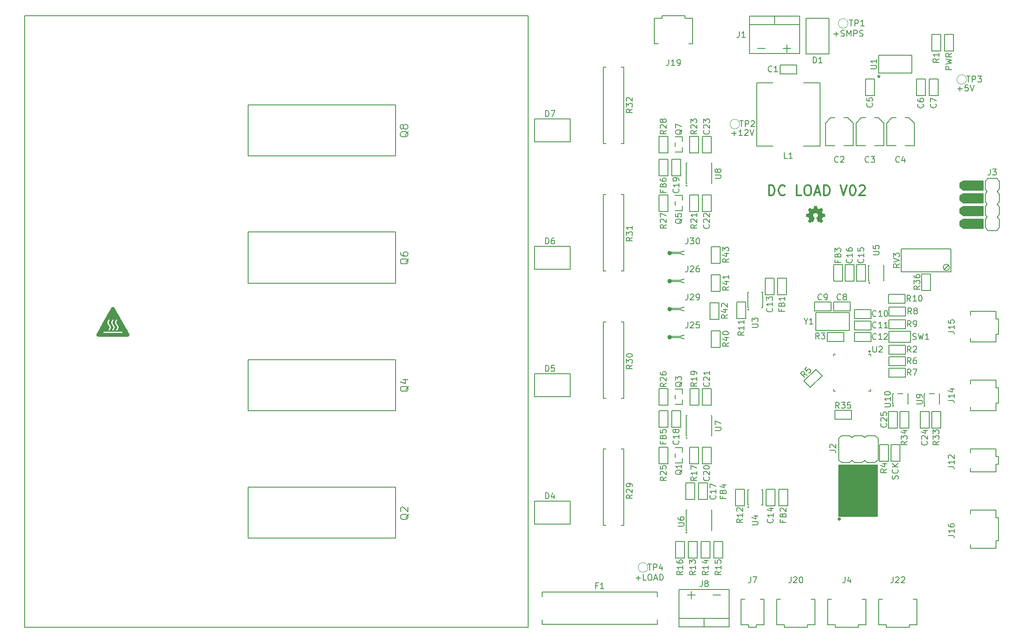
<source format=gbr>
G04 #@! TF.GenerationSoftware,KiCad,Pcbnew,(5.1.4)-1*
G04 #@! TF.CreationDate,2020-09-06T16:49:47-04:00*
G04 #@! TF.ProjectId,DC_LOAD_V02,44435f4c-4f41-4445-9f56-30322e6b6963,rev?*
G04 #@! TF.SameCoordinates,Original*
G04 #@! TF.FileFunction,Legend,Top*
G04 #@! TF.FilePolarity,Positive*
%FSLAX46Y46*%
G04 Gerber Fmt 4.6, Leading zero omitted, Abs format (unit mm)*
G04 Created by KiCad (PCBNEW (5.1.4)-1) date 2020-09-06 16:49:47*
%MOMM*%
%LPD*%
G04 APERTURE LIST*
%ADD10C,0.200000*%
%ADD11C,0.300000*%
%ADD12C,0.150000*%
%ADD13C,0.100000*%
%ADD14C,0.120000*%
%ADD15C,0.010000*%
%ADD16C,0.254000*%
G04 APERTURE END LIST*
D10*
X212007714Y-83143714D02*
X212922000Y-83143714D01*
X212464857Y-83600857D02*
X212464857Y-82686571D01*
X214122000Y-83600857D02*
X213436285Y-83600857D01*
X213779142Y-83600857D02*
X213779142Y-82400857D01*
X213664857Y-82572285D01*
X213550571Y-82686571D01*
X213436285Y-82743714D01*
X214579142Y-82515142D02*
X214636285Y-82458000D01*
X214750571Y-82400857D01*
X215036285Y-82400857D01*
X215150571Y-82458000D01*
X215207714Y-82515142D01*
X215264857Y-82629428D01*
X215264857Y-82743714D01*
X215207714Y-82915142D01*
X214522000Y-83600857D01*
X215264857Y-83600857D01*
X215607714Y-82400857D02*
X216007714Y-83600857D01*
X216407714Y-82400857D01*
X257029142Y-74253714D02*
X257943428Y-74253714D01*
X257486285Y-74710857D02*
X257486285Y-73796571D01*
X259086285Y-73510857D02*
X258514857Y-73510857D01*
X258457714Y-74082285D01*
X258514857Y-74025142D01*
X258629142Y-73968000D01*
X258914857Y-73968000D01*
X259029142Y-74025142D01*
X259086285Y-74082285D01*
X259143428Y-74196571D01*
X259143428Y-74482285D01*
X259086285Y-74596571D01*
X259029142Y-74653714D01*
X258914857Y-74710857D01*
X258629142Y-74710857D01*
X258514857Y-74653714D01*
X258457714Y-74596571D01*
X259486285Y-73510857D02*
X259886285Y-74710857D01*
X260286285Y-73510857D01*
X192894285Y-171789714D02*
X193808571Y-171789714D01*
X193351428Y-172246857D02*
X193351428Y-171332571D01*
X194951428Y-172246857D02*
X194380000Y-172246857D01*
X194380000Y-171046857D01*
X195580000Y-171046857D02*
X195808571Y-171046857D01*
X195922857Y-171104000D01*
X196037142Y-171218285D01*
X196094285Y-171446857D01*
X196094285Y-171846857D01*
X196037142Y-172075428D01*
X195922857Y-172189714D01*
X195808571Y-172246857D01*
X195580000Y-172246857D01*
X195465714Y-172189714D01*
X195351428Y-172075428D01*
X195294285Y-171846857D01*
X195294285Y-171446857D01*
X195351428Y-171218285D01*
X195465714Y-171104000D01*
X195580000Y-171046857D01*
X196551428Y-171904000D02*
X197122857Y-171904000D01*
X196437142Y-172246857D02*
X196837142Y-171046857D01*
X197237142Y-172246857D01*
X197637142Y-172246857D02*
X197637142Y-171046857D01*
X197922857Y-171046857D01*
X198094285Y-171104000D01*
X198208571Y-171218285D01*
X198265714Y-171332571D01*
X198322857Y-171561142D01*
X198322857Y-171732571D01*
X198265714Y-171961142D01*
X198208571Y-172075428D01*
X198094285Y-172189714D01*
X197922857Y-172246857D01*
X197637142Y-172246857D01*
X232318285Y-63331714D02*
X233232571Y-63331714D01*
X232775428Y-63788857D02*
X232775428Y-62874571D01*
X233746857Y-63731714D02*
X233918285Y-63788857D01*
X234204000Y-63788857D01*
X234318285Y-63731714D01*
X234375428Y-63674571D01*
X234432571Y-63560285D01*
X234432571Y-63446000D01*
X234375428Y-63331714D01*
X234318285Y-63274571D01*
X234204000Y-63217428D01*
X233975428Y-63160285D01*
X233861142Y-63103142D01*
X233804000Y-63046000D01*
X233746857Y-62931714D01*
X233746857Y-62817428D01*
X233804000Y-62703142D01*
X233861142Y-62646000D01*
X233975428Y-62588857D01*
X234261142Y-62588857D01*
X234432571Y-62646000D01*
X234946857Y-63788857D02*
X234946857Y-62588857D01*
X235346857Y-63446000D01*
X235746857Y-62588857D01*
X235746857Y-63788857D01*
X236318285Y-63788857D02*
X236318285Y-62588857D01*
X236775428Y-62588857D01*
X236889714Y-62646000D01*
X236946857Y-62703142D01*
X237004000Y-62817428D01*
X237004000Y-62988857D01*
X236946857Y-63103142D01*
X236889714Y-63160285D01*
X236775428Y-63217428D01*
X236318285Y-63217428D01*
X237461142Y-63731714D02*
X237632571Y-63788857D01*
X237918285Y-63788857D01*
X238032571Y-63731714D01*
X238089714Y-63674571D01*
X238146857Y-63560285D01*
X238146857Y-63446000D01*
X238089714Y-63331714D01*
X238032571Y-63274571D01*
X237918285Y-63217428D01*
X237689714Y-63160285D01*
X237575428Y-63103142D01*
X237518285Y-63046000D01*
X237461142Y-62931714D01*
X237461142Y-62817428D01*
X237518285Y-62703142D01*
X237575428Y-62646000D01*
X237689714Y-62588857D01*
X237975428Y-62588857D01*
X238146857Y-62646000D01*
D11*
X219431790Y-95494361D02*
X219431790Y-93494361D01*
X219907980Y-93494361D01*
X220193695Y-93589600D01*
X220384171Y-93780076D01*
X220479409Y-93970552D01*
X220574647Y-94351504D01*
X220574647Y-94637219D01*
X220479409Y-95018171D01*
X220384171Y-95208647D01*
X220193695Y-95399123D01*
X219907980Y-95494361D01*
X219431790Y-95494361D01*
X222574647Y-95303885D02*
X222479409Y-95399123D01*
X222193695Y-95494361D01*
X222003219Y-95494361D01*
X221717504Y-95399123D01*
X221527028Y-95208647D01*
X221431790Y-95018171D01*
X221336552Y-94637219D01*
X221336552Y-94351504D01*
X221431790Y-93970552D01*
X221527028Y-93780076D01*
X221717504Y-93589600D01*
X222003219Y-93494361D01*
X222193695Y-93494361D01*
X222479409Y-93589600D01*
X222574647Y-93684838D01*
X225907980Y-95494361D02*
X224955600Y-95494361D01*
X224955600Y-93494361D01*
X226955600Y-93494361D02*
X227336552Y-93494361D01*
X227527028Y-93589600D01*
X227717504Y-93780076D01*
X227812742Y-94161028D01*
X227812742Y-94827695D01*
X227717504Y-95208647D01*
X227527028Y-95399123D01*
X227336552Y-95494361D01*
X226955600Y-95494361D01*
X226765123Y-95399123D01*
X226574647Y-95208647D01*
X226479409Y-94827695D01*
X226479409Y-94161028D01*
X226574647Y-93780076D01*
X226765123Y-93589600D01*
X226955600Y-93494361D01*
X228574647Y-94922933D02*
X229527028Y-94922933D01*
X228384171Y-95494361D02*
X229050838Y-93494361D01*
X229717504Y-95494361D01*
X230384171Y-95494361D02*
X230384171Y-93494361D01*
X230860361Y-93494361D01*
X231146076Y-93589600D01*
X231336552Y-93780076D01*
X231431790Y-93970552D01*
X231527028Y-94351504D01*
X231527028Y-94637219D01*
X231431790Y-95018171D01*
X231336552Y-95208647D01*
X231146076Y-95399123D01*
X230860361Y-95494361D01*
X230384171Y-95494361D01*
X233622266Y-93494361D02*
X234288933Y-95494361D01*
X234955600Y-93494361D01*
X236003219Y-93494361D02*
X236193695Y-93494361D01*
X236384171Y-93589600D01*
X236479409Y-93684838D01*
X236574647Y-93875314D01*
X236669885Y-94256266D01*
X236669885Y-94732457D01*
X236574647Y-95113409D01*
X236479409Y-95303885D01*
X236384171Y-95399123D01*
X236193695Y-95494361D01*
X236003219Y-95494361D01*
X235812742Y-95399123D01*
X235717504Y-95303885D01*
X235622266Y-95113409D01*
X235527028Y-94732457D01*
X235527028Y-94256266D01*
X235622266Y-93875314D01*
X235717504Y-93684838D01*
X235812742Y-93589600D01*
X236003219Y-93494361D01*
X237431790Y-93684838D02*
X237527028Y-93589600D01*
X237717504Y-93494361D01*
X238193695Y-93494361D01*
X238384171Y-93589600D01*
X238479409Y-93684838D01*
X238574647Y-93875314D01*
X238574647Y-94065790D01*
X238479409Y-94351504D01*
X237336552Y-95494361D01*
X238574647Y-95494361D01*
D12*
X233680000Y-160020000D02*
G75*
G03X233680000Y-160020000I-254000J0D01*
G01*
D13*
G36*
X233680000Y-160020000D02*
G01*
X233426000Y-160274000D01*
X233172000Y-160020000D01*
X233426000Y-159766000D01*
X233680000Y-160020000D01*
G37*
X233680000Y-160020000D02*
X233426000Y-160274000D01*
X233172000Y-160020000D01*
X233426000Y-159766000D01*
X233680000Y-160020000D01*
D10*
X217170095Y-66182857D02*
X218693904Y-66182857D01*
X222250095Y-66182857D02*
X223773904Y-66182857D01*
X223012000Y-66944761D02*
X223012000Y-65420952D01*
X208280095Y-175148857D02*
X209803904Y-175148857D01*
X203200095Y-175148857D02*
X204723904Y-175148857D01*
X203962000Y-175910761D02*
X203962000Y-174386952D01*
D12*
X71120000Y-59690000D02*
X71120000Y-181610000D01*
X171450000Y-59690000D02*
X171450000Y-181610000D01*
X71120000Y-181610000D02*
X171450000Y-181610000D01*
X71120000Y-59690000D02*
X171450000Y-59690000D01*
D14*
X195260000Y-169672000D02*
G75*
G03X195260000Y-169672000I-950000J0D01*
G01*
X258760000Y-72390000D02*
G75*
G03X258760000Y-72390000I-950000J0D01*
G01*
X213548000Y-81280000D02*
G75*
G03X213548000Y-81280000I-950000J0D01*
G01*
X235138000Y-61214000D02*
G75*
G03X235138000Y-61214000I-950000J0D01*
G01*
D15*
G36*
X88734198Y-117738874D02*
G01*
X88808595Y-117767893D01*
X88871846Y-117817658D01*
X88874186Y-117820094D01*
X88883295Y-117834122D01*
X88904177Y-117869112D01*
X88936164Y-117923880D01*
X88978587Y-117997244D01*
X89030780Y-118088022D01*
X89092072Y-118195029D01*
X89161798Y-118317084D01*
X89239287Y-118453003D01*
X89323874Y-118601604D01*
X89414888Y-118761704D01*
X89511663Y-118932119D01*
X89613530Y-119111668D01*
X89719820Y-119299166D01*
X89829867Y-119493432D01*
X89943002Y-119693282D01*
X90058557Y-119897533D01*
X90175863Y-120105003D01*
X90294254Y-120314509D01*
X90413059Y-120524868D01*
X90531613Y-120734896D01*
X90649245Y-120943412D01*
X90765290Y-121149232D01*
X90879077Y-121351173D01*
X90989940Y-121548053D01*
X91097210Y-121738688D01*
X91200219Y-121921896D01*
X91298299Y-122096494D01*
X91390781Y-122261299D01*
X91476999Y-122415128D01*
X91556284Y-122556798D01*
X91627967Y-122685126D01*
X91691381Y-122798930D01*
X91745857Y-122897027D01*
X91790728Y-122978234D01*
X91825325Y-123041367D01*
X91848981Y-123085244D01*
X91860439Y-123107450D01*
X91889854Y-123194660D01*
X91895243Y-123280709D01*
X91877696Y-123362252D01*
X91838303Y-123435944D01*
X91778155Y-123498441D01*
X91720892Y-123535532D01*
X91652999Y-123571000D01*
X88641374Y-123570703D01*
X85629750Y-123570406D01*
X85566750Y-123535778D01*
X85495252Y-123483321D01*
X85441918Y-123416795D01*
X85408176Y-123340374D01*
X85395452Y-123258234D01*
X85405172Y-123174550D01*
X85424739Y-123120150D01*
X85434387Y-123101750D01*
X85455757Y-123062594D01*
X85488180Y-123003867D01*
X85530989Y-122926756D01*
X85583515Y-122832449D01*
X85623435Y-122760928D01*
X86703350Y-122760928D01*
X86711938Y-122822358D01*
X86738422Y-122868883D01*
X86773606Y-122898581D01*
X86779246Y-122901960D01*
X86786234Y-122905015D01*
X86795818Y-122907761D01*
X86809246Y-122910214D01*
X86827764Y-122912393D01*
X86852621Y-122914312D01*
X86885063Y-122915989D01*
X86926339Y-122917439D01*
X86977696Y-122918680D01*
X87040380Y-122919728D01*
X87115641Y-122920599D01*
X87204724Y-122921310D01*
X87308878Y-122921878D01*
X87429350Y-122922318D01*
X87567387Y-122922648D01*
X87724238Y-122922883D01*
X87901149Y-122923041D01*
X88099367Y-122923137D01*
X88320141Y-122923189D01*
X88564718Y-122923212D01*
X88637730Y-122923216D01*
X88890667Y-122923209D01*
X89119440Y-122923157D01*
X89325286Y-122923045D01*
X89509441Y-122922859D01*
X89673141Y-122922587D01*
X89817622Y-122922213D01*
X89944122Y-122921726D01*
X90053875Y-122921110D01*
X90148118Y-122920352D01*
X90228089Y-122919439D01*
X90295022Y-122918357D01*
X90350154Y-122917092D01*
X90394722Y-122915631D01*
X90429962Y-122913959D01*
X90457110Y-122912064D01*
X90477402Y-122909932D01*
X90492075Y-122907548D01*
X90502364Y-122904900D01*
X90508365Y-122902537D01*
X90551617Y-122869432D01*
X90578579Y-122823031D01*
X90589139Y-122769588D01*
X90583186Y-122715358D01*
X90560607Y-122666594D01*
X90521292Y-122629551D01*
X90513315Y-122625064D01*
X90495214Y-122622219D01*
X90453465Y-122619571D01*
X90389816Y-122617120D01*
X90306017Y-122614868D01*
X90203819Y-122612814D01*
X90084971Y-122610958D01*
X89951222Y-122609302D01*
X89804323Y-122607846D01*
X89646024Y-122606590D01*
X89478074Y-122605534D01*
X89302222Y-122604680D01*
X89120219Y-122604026D01*
X88933815Y-122603574D01*
X88744759Y-122603325D01*
X88554801Y-122603278D01*
X88365690Y-122603433D01*
X88179178Y-122603793D01*
X87997012Y-122604355D01*
X87820943Y-122605122D01*
X87652722Y-122606094D01*
X87494096Y-122607270D01*
X87346818Y-122608652D01*
X87212635Y-122610240D01*
X87093298Y-122612033D01*
X86990557Y-122614034D01*
X86906161Y-122616241D01*
X86841861Y-122618656D01*
X86799406Y-122621278D01*
X86780545Y-122624109D01*
X86780355Y-122624200D01*
X86734716Y-122660961D01*
X86708983Y-122712909D01*
X86703350Y-122760928D01*
X85623435Y-122760928D01*
X85645091Y-122722131D01*
X85715048Y-122596990D01*
X85792720Y-122458212D01*
X85877438Y-122306984D01*
X85968533Y-122144493D01*
X86065339Y-121971925D01*
X86167187Y-121790467D01*
X86273410Y-121601306D01*
X86383339Y-121405628D01*
X86496307Y-121204621D01*
X86611646Y-120999471D01*
X86708814Y-120826699D01*
X87509962Y-120826699D01*
X87521887Y-120960154D01*
X87557971Y-121090380D01*
X87618370Y-121215611D01*
X87620326Y-121218886D01*
X87647082Y-121258626D01*
X87685107Y-121309023D01*
X87728313Y-121362193D01*
X87753352Y-121391197D01*
X87831564Y-121487708D01*
X87887716Y-121576940D01*
X87922990Y-121661854D01*
X87938572Y-121745408D01*
X87935646Y-121830562D01*
X87933893Y-121842365D01*
X87911093Y-121926857D01*
X87870487Y-122017675D01*
X87815631Y-122107406D01*
X87790525Y-122141294D01*
X87759087Y-122183634D01*
X87741196Y-122215497D01*
X87733242Y-122245139D01*
X87731600Y-122276107D01*
X87742514Y-122336644D01*
X87772123Y-122384836D01*
X87815724Y-122418224D01*
X87868616Y-122434352D01*
X87926097Y-122430762D01*
X87981149Y-122406537D01*
X88012785Y-122378381D01*
X88051411Y-122332728D01*
X88093138Y-122275035D01*
X88134077Y-122210758D01*
X88170338Y-122145352D01*
X88177276Y-122131406D01*
X88229071Y-122002182D01*
X88257173Y-121874725D01*
X88262518Y-121744598D01*
X88261817Y-121730933D01*
X88249368Y-121626999D01*
X88223600Y-121530121D01*
X88182435Y-121435809D01*
X88123794Y-121339568D01*
X88045599Y-121236906D01*
X88018267Y-121204476D01*
X87958422Y-121132382D01*
X87914213Y-121072664D01*
X87882675Y-121020402D01*
X87860839Y-120970678D01*
X87845741Y-120918573D01*
X87845678Y-120918299D01*
X87835911Y-120821460D01*
X87842335Y-120771402D01*
X88270646Y-120771402D01*
X88271680Y-120897356D01*
X88295563Y-121020743D01*
X88342874Y-121143047D01*
X88414189Y-121265753D01*
X88510086Y-121390346D01*
X88512288Y-121392902D01*
X88576867Y-121470940D01*
X88624570Y-121537233D01*
X88657836Y-121596535D01*
X88679100Y-121653599D01*
X88690798Y-121713180D01*
X88693951Y-121747364D01*
X88695625Y-121806699D01*
X88691300Y-121859802D01*
X88679260Y-121911002D01*
X88657786Y-121964629D01*
X88625161Y-122025011D01*
X88579666Y-122096478D01*
X88522713Y-122178935D01*
X88493829Y-122238303D01*
X88489237Y-122296883D01*
X88507995Y-122350964D01*
X88549164Y-122396836D01*
X88583402Y-122418455D01*
X88620312Y-122435160D01*
X88648064Y-122439413D01*
X88679049Y-122432208D01*
X88692798Y-122427221D01*
X88744030Y-122396533D01*
X88800082Y-122341489D01*
X88860477Y-122262574D01*
X88874258Y-122242120D01*
X88941511Y-122121321D01*
X88989378Y-121993966D01*
X89016702Y-121864677D01*
X89022326Y-121738080D01*
X89016228Y-121674416D01*
X88994708Y-121571278D01*
X88960731Y-121475803D01*
X88911695Y-121382933D01*
X88844994Y-121287608D01*
X88772418Y-121200821D01*
X88700718Y-121112844D01*
X88649515Y-121032070D01*
X88616691Y-120954140D01*
X88600127Y-120874692D01*
X88597570Y-120841063D01*
X89029525Y-120841063D01*
X89030515Y-120865900D01*
X89042985Y-120976220D01*
X89070067Y-121078384D01*
X89113808Y-121176833D01*
X89176258Y-121276009D01*
X89259463Y-121380354D01*
X89276708Y-121399922D01*
X89321441Y-121453749D01*
X89364038Y-121511470D01*
X89398323Y-121564447D01*
X89411273Y-121588174D01*
X89432208Y-121633569D01*
X89444539Y-121671093D01*
X89450436Y-121710948D01*
X89452067Y-121763337D01*
X89452061Y-121780032D01*
X89450423Y-121840058D01*
X89444593Y-121885518D01*
X89432429Y-121927160D01*
X89414048Y-121970800D01*
X89385541Y-122025361D01*
X89350437Y-122081708D01*
X89323945Y-122117902D01*
X89285152Y-122167517D01*
X89260786Y-122204632D01*
X89247797Y-122235178D01*
X89243132Y-122265083D01*
X89242900Y-122275395D01*
X89254019Y-122334454D01*
X89284055Y-122382265D01*
X89328025Y-122416180D01*
X89380944Y-122433548D01*
X89437830Y-122431722D01*
X89493151Y-122408413D01*
X89534956Y-122371769D01*
X89580912Y-122316052D01*
X89627910Y-122246530D01*
X89672840Y-122168470D01*
X89712592Y-122087139D01*
X89744056Y-122007804D01*
X89759026Y-121958100D01*
X89773894Y-121873076D01*
X89779480Y-121778566D01*
X89775807Y-121684750D01*
X89762902Y-121601808D01*
X89758087Y-121583450D01*
X89714844Y-121470575D01*
X89652166Y-121357517D01*
X89575518Y-121253570D01*
X89506766Y-121170964D01*
X89453625Y-121102955D01*
X89414161Y-121045772D01*
X89386442Y-120995644D01*
X89368533Y-120948799D01*
X89358503Y-120901468D01*
X89354418Y-120849878D01*
X89354001Y-120821450D01*
X89359434Y-120745903D01*
X89377063Y-120673423D01*
X89408880Y-120599360D01*
X89456876Y-120519064D01*
X89522156Y-120429036D01*
X89550753Y-120381656D01*
X89560334Y-120334748D01*
X89560400Y-120329981D01*
X89550000Y-120264671D01*
X89519952Y-120214759D01*
X89471976Y-120181918D01*
X89407797Y-120167822D01*
X89392992Y-120167400D01*
X89365299Y-120168853D01*
X89342656Y-120175667D01*
X89319084Y-120191521D01*
X89288602Y-120220094D01*
X89260818Y-120248727D01*
X89195428Y-120327744D01*
X89138654Y-120420804D01*
X89124378Y-120448752D01*
X89077881Y-120553201D01*
X89047783Y-120648021D01*
X89032270Y-120741285D01*
X89029525Y-120841063D01*
X88597570Y-120841063D01*
X88597548Y-120840775D01*
X88601954Y-120745151D01*
X88624674Y-120654985D01*
X88667425Y-120565908D01*
X88731919Y-120473551D01*
X88750661Y-120450607D01*
X88790635Y-120389081D01*
X88805613Y-120329282D01*
X88795843Y-120270123D01*
X88793264Y-120263597D01*
X88759655Y-120213000D01*
X88710349Y-120181548D01*
X88647773Y-120170587D01*
X88627291Y-120171450D01*
X88591551Y-120176334D01*
X88564456Y-120186740D01*
X88537773Y-120207417D01*
X88503582Y-120242768D01*
X88419704Y-120350993D01*
X88351652Y-120473850D01*
X88302176Y-120605097D01*
X88274026Y-120738491D01*
X88270646Y-120771402D01*
X87842335Y-120771402D01*
X87848933Y-120719992D01*
X87883633Y-120617863D01*
X87938900Y-120519043D01*
X87968928Y-120478282D01*
X87998210Y-120440111D01*
X88022512Y-120405979D01*
X88034397Y-120387042D01*
X88048796Y-120335906D01*
X88042090Y-120283585D01*
X88017728Y-120235391D01*
X87979159Y-120196636D01*
X87929832Y-120172633D01*
X87891812Y-120167447D01*
X87842312Y-120174038D01*
X87796891Y-120195658D01*
X87751213Y-120235219D01*
X87700944Y-120295634D01*
X87700791Y-120295838D01*
X87617612Y-120424582D01*
X87557979Y-120557149D01*
X87522044Y-120691776D01*
X87509962Y-120826699D01*
X86708814Y-120826699D01*
X86728687Y-120791364D01*
X86846764Y-120581488D01*
X86965207Y-120371029D01*
X87083350Y-120161174D01*
X87200525Y-119953109D01*
X87316062Y-119748022D01*
X87429296Y-119547098D01*
X87539557Y-119351525D01*
X87646178Y-119162490D01*
X87748490Y-118981179D01*
X87845827Y-118808779D01*
X87937520Y-118646477D01*
X88022901Y-118495458D01*
X88101302Y-118356911D01*
X88172056Y-118232022D01*
X88234495Y-118121977D01*
X88287950Y-118027963D01*
X88331754Y-117951167D01*
X88365239Y-117892776D01*
X88387737Y-117853976D01*
X88398580Y-117835955D01*
X88399182Y-117835087D01*
X88449757Y-117787575D01*
X88517313Y-117752507D01*
X88595332Y-117732686D01*
X88645318Y-117729278D01*
X88734198Y-117738874D01*
X88734198Y-117738874D01*
G37*
X88734198Y-117738874D02*
X88808595Y-117767893D01*
X88871846Y-117817658D01*
X88874186Y-117820094D01*
X88883295Y-117834122D01*
X88904177Y-117869112D01*
X88936164Y-117923880D01*
X88978587Y-117997244D01*
X89030780Y-118088022D01*
X89092072Y-118195029D01*
X89161798Y-118317084D01*
X89239287Y-118453003D01*
X89323874Y-118601604D01*
X89414888Y-118761704D01*
X89511663Y-118932119D01*
X89613530Y-119111668D01*
X89719820Y-119299166D01*
X89829867Y-119493432D01*
X89943002Y-119693282D01*
X90058557Y-119897533D01*
X90175863Y-120105003D01*
X90294254Y-120314509D01*
X90413059Y-120524868D01*
X90531613Y-120734896D01*
X90649245Y-120943412D01*
X90765290Y-121149232D01*
X90879077Y-121351173D01*
X90989940Y-121548053D01*
X91097210Y-121738688D01*
X91200219Y-121921896D01*
X91298299Y-122096494D01*
X91390781Y-122261299D01*
X91476999Y-122415128D01*
X91556284Y-122556798D01*
X91627967Y-122685126D01*
X91691381Y-122798930D01*
X91745857Y-122897027D01*
X91790728Y-122978234D01*
X91825325Y-123041367D01*
X91848981Y-123085244D01*
X91860439Y-123107450D01*
X91889854Y-123194660D01*
X91895243Y-123280709D01*
X91877696Y-123362252D01*
X91838303Y-123435944D01*
X91778155Y-123498441D01*
X91720892Y-123535532D01*
X91652999Y-123571000D01*
X88641374Y-123570703D01*
X85629750Y-123570406D01*
X85566750Y-123535778D01*
X85495252Y-123483321D01*
X85441918Y-123416795D01*
X85408176Y-123340374D01*
X85395452Y-123258234D01*
X85405172Y-123174550D01*
X85424739Y-123120150D01*
X85434387Y-123101750D01*
X85455757Y-123062594D01*
X85488180Y-123003867D01*
X85530989Y-122926756D01*
X85583515Y-122832449D01*
X85623435Y-122760928D01*
X86703350Y-122760928D01*
X86711938Y-122822358D01*
X86738422Y-122868883D01*
X86773606Y-122898581D01*
X86779246Y-122901960D01*
X86786234Y-122905015D01*
X86795818Y-122907761D01*
X86809246Y-122910214D01*
X86827764Y-122912393D01*
X86852621Y-122914312D01*
X86885063Y-122915989D01*
X86926339Y-122917439D01*
X86977696Y-122918680D01*
X87040380Y-122919728D01*
X87115641Y-122920599D01*
X87204724Y-122921310D01*
X87308878Y-122921878D01*
X87429350Y-122922318D01*
X87567387Y-122922648D01*
X87724238Y-122922883D01*
X87901149Y-122923041D01*
X88099367Y-122923137D01*
X88320141Y-122923189D01*
X88564718Y-122923212D01*
X88637730Y-122923216D01*
X88890667Y-122923209D01*
X89119440Y-122923157D01*
X89325286Y-122923045D01*
X89509441Y-122922859D01*
X89673141Y-122922587D01*
X89817622Y-122922213D01*
X89944122Y-122921726D01*
X90053875Y-122921110D01*
X90148118Y-122920352D01*
X90228089Y-122919439D01*
X90295022Y-122918357D01*
X90350154Y-122917092D01*
X90394722Y-122915631D01*
X90429962Y-122913959D01*
X90457110Y-122912064D01*
X90477402Y-122909932D01*
X90492075Y-122907548D01*
X90502364Y-122904900D01*
X90508365Y-122902537D01*
X90551617Y-122869432D01*
X90578579Y-122823031D01*
X90589139Y-122769588D01*
X90583186Y-122715358D01*
X90560607Y-122666594D01*
X90521292Y-122629551D01*
X90513315Y-122625064D01*
X90495214Y-122622219D01*
X90453465Y-122619571D01*
X90389816Y-122617120D01*
X90306017Y-122614868D01*
X90203819Y-122612814D01*
X90084971Y-122610958D01*
X89951222Y-122609302D01*
X89804323Y-122607846D01*
X89646024Y-122606590D01*
X89478074Y-122605534D01*
X89302222Y-122604680D01*
X89120219Y-122604026D01*
X88933815Y-122603574D01*
X88744759Y-122603325D01*
X88554801Y-122603278D01*
X88365690Y-122603433D01*
X88179178Y-122603793D01*
X87997012Y-122604355D01*
X87820943Y-122605122D01*
X87652722Y-122606094D01*
X87494096Y-122607270D01*
X87346818Y-122608652D01*
X87212635Y-122610240D01*
X87093298Y-122612033D01*
X86990557Y-122614034D01*
X86906161Y-122616241D01*
X86841861Y-122618656D01*
X86799406Y-122621278D01*
X86780545Y-122624109D01*
X86780355Y-122624200D01*
X86734716Y-122660961D01*
X86708983Y-122712909D01*
X86703350Y-122760928D01*
X85623435Y-122760928D01*
X85645091Y-122722131D01*
X85715048Y-122596990D01*
X85792720Y-122458212D01*
X85877438Y-122306984D01*
X85968533Y-122144493D01*
X86065339Y-121971925D01*
X86167187Y-121790467D01*
X86273410Y-121601306D01*
X86383339Y-121405628D01*
X86496307Y-121204621D01*
X86611646Y-120999471D01*
X86708814Y-120826699D01*
X87509962Y-120826699D01*
X87521887Y-120960154D01*
X87557971Y-121090380D01*
X87618370Y-121215611D01*
X87620326Y-121218886D01*
X87647082Y-121258626D01*
X87685107Y-121309023D01*
X87728313Y-121362193D01*
X87753352Y-121391197D01*
X87831564Y-121487708D01*
X87887716Y-121576940D01*
X87922990Y-121661854D01*
X87938572Y-121745408D01*
X87935646Y-121830562D01*
X87933893Y-121842365D01*
X87911093Y-121926857D01*
X87870487Y-122017675D01*
X87815631Y-122107406D01*
X87790525Y-122141294D01*
X87759087Y-122183634D01*
X87741196Y-122215497D01*
X87733242Y-122245139D01*
X87731600Y-122276107D01*
X87742514Y-122336644D01*
X87772123Y-122384836D01*
X87815724Y-122418224D01*
X87868616Y-122434352D01*
X87926097Y-122430762D01*
X87981149Y-122406537D01*
X88012785Y-122378381D01*
X88051411Y-122332728D01*
X88093138Y-122275035D01*
X88134077Y-122210758D01*
X88170338Y-122145352D01*
X88177276Y-122131406D01*
X88229071Y-122002182D01*
X88257173Y-121874725D01*
X88262518Y-121744598D01*
X88261817Y-121730933D01*
X88249368Y-121626999D01*
X88223600Y-121530121D01*
X88182435Y-121435809D01*
X88123794Y-121339568D01*
X88045599Y-121236906D01*
X88018267Y-121204476D01*
X87958422Y-121132382D01*
X87914213Y-121072664D01*
X87882675Y-121020402D01*
X87860839Y-120970678D01*
X87845741Y-120918573D01*
X87845678Y-120918299D01*
X87835911Y-120821460D01*
X87842335Y-120771402D01*
X88270646Y-120771402D01*
X88271680Y-120897356D01*
X88295563Y-121020743D01*
X88342874Y-121143047D01*
X88414189Y-121265753D01*
X88510086Y-121390346D01*
X88512288Y-121392902D01*
X88576867Y-121470940D01*
X88624570Y-121537233D01*
X88657836Y-121596535D01*
X88679100Y-121653599D01*
X88690798Y-121713180D01*
X88693951Y-121747364D01*
X88695625Y-121806699D01*
X88691300Y-121859802D01*
X88679260Y-121911002D01*
X88657786Y-121964629D01*
X88625161Y-122025011D01*
X88579666Y-122096478D01*
X88522713Y-122178935D01*
X88493829Y-122238303D01*
X88489237Y-122296883D01*
X88507995Y-122350964D01*
X88549164Y-122396836D01*
X88583402Y-122418455D01*
X88620312Y-122435160D01*
X88648064Y-122439413D01*
X88679049Y-122432208D01*
X88692798Y-122427221D01*
X88744030Y-122396533D01*
X88800082Y-122341489D01*
X88860477Y-122262574D01*
X88874258Y-122242120D01*
X88941511Y-122121321D01*
X88989378Y-121993966D01*
X89016702Y-121864677D01*
X89022326Y-121738080D01*
X89016228Y-121674416D01*
X88994708Y-121571278D01*
X88960731Y-121475803D01*
X88911695Y-121382933D01*
X88844994Y-121287608D01*
X88772418Y-121200821D01*
X88700718Y-121112844D01*
X88649515Y-121032070D01*
X88616691Y-120954140D01*
X88600127Y-120874692D01*
X88597570Y-120841063D01*
X89029525Y-120841063D01*
X89030515Y-120865900D01*
X89042985Y-120976220D01*
X89070067Y-121078384D01*
X89113808Y-121176833D01*
X89176258Y-121276009D01*
X89259463Y-121380354D01*
X89276708Y-121399922D01*
X89321441Y-121453749D01*
X89364038Y-121511470D01*
X89398323Y-121564447D01*
X89411273Y-121588174D01*
X89432208Y-121633569D01*
X89444539Y-121671093D01*
X89450436Y-121710948D01*
X89452067Y-121763337D01*
X89452061Y-121780032D01*
X89450423Y-121840058D01*
X89444593Y-121885518D01*
X89432429Y-121927160D01*
X89414048Y-121970800D01*
X89385541Y-122025361D01*
X89350437Y-122081708D01*
X89323945Y-122117902D01*
X89285152Y-122167517D01*
X89260786Y-122204632D01*
X89247797Y-122235178D01*
X89243132Y-122265083D01*
X89242900Y-122275395D01*
X89254019Y-122334454D01*
X89284055Y-122382265D01*
X89328025Y-122416180D01*
X89380944Y-122433548D01*
X89437830Y-122431722D01*
X89493151Y-122408413D01*
X89534956Y-122371769D01*
X89580912Y-122316052D01*
X89627910Y-122246530D01*
X89672840Y-122168470D01*
X89712592Y-122087139D01*
X89744056Y-122007804D01*
X89759026Y-121958100D01*
X89773894Y-121873076D01*
X89779480Y-121778566D01*
X89775807Y-121684750D01*
X89762902Y-121601808D01*
X89758087Y-121583450D01*
X89714844Y-121470575D01*
X89652166Y-121357517D01*
X89575518Y-121253570D01*
X89506766Y-121170964D01*
X89453625Y-121102955D01*
X89414161Y-121045772D01*
X89386442Y-120995644D01*
X89368533Y-120948799D01*
X89358503Y-120901468D01*
X89354418Y-120849878D01*
X89354001Y-120821450D01*
X89359434Y-120745903D01*
X89377063Y-120673423D01*
X89408880Y-120599360D01*
X89456876Y-120519064D01*
X89522156Y-120429036D01*
X89550753Y-120381656D01*
X89560334Y-120334748D01*
X89560400Y-120329981D01*
X89550000Y-120264671D01*
X89519952Y-120214759D01*
X89471976Y-120181918D01*
X89407797Y-120167822D01*
X89392992Y-120167400D01*
X89365299Y-120168853D01*
X89342656Y-120175667D01*
X89319084Y-120191521D01*
X89288602Y-120220094D01*
X89260818Y-120248727D01*
X89195428Y-120327744D01*
X89138654Y-120420804D01*
X89124378Y-120448752D01*
X89077881Y-120553201D01*
X89047783Y-120648021D01*
X89032270Y-120741285D01*
X89029525Y-120841063D01*
X88597570Y-120841063D01*
X88597548Y-120840775D01*
X88601954Y-120745151D01*
X88624674Y-120654985D01*
X88667425Y-120565908D01*
X88731919Y-120473551D01*
X88750661Y-120450607D01*
X88790635Y-120389081D01*
X88805613Y-120329282D01*
X88795843Y-120270123D01*
X88793264Y-120263597D01*
X88759655Y-120213000D01*
X88710349Y-120181548D01*
X88647773Y-120170587D01*
X88627291Y-120171450D01*
X88591551Y-120176334D01*
X88564456Y-120186740D01*
X88537773Y-120207417D01*
X88503582Y-120242768D01*
X88419704Y-120350993D01*
X88351652Y-120473850D01*
X88302176Y-120605097D01*
X88274026Y-120738491D01*
X88270646Y-120771402D01*
X87842335Y-120771402D01*
X87848933Y-120719992D01*
X87883633Y-120617863D01*
X87938900Y-120519043D01*
X87968928Y-120478282D01*
X87998210Y-120440111D01*
X88022512Y-120405979D01*
X88034397Y-120387042D01*
X88048796Y-120335906D01*
X88042090Y-120283585D01*
X88017728Y-120235391D01*
X87979159Y-120196636D01*
X87929832Y-120172633D01*
X87891812Y-120167447D01*
X87842312Y-120174038D01*
X87796891Y-120195658D01*
X87751213Y-120235219D01*
X87700944Y-120295634D01*
X87700791Y-120295838D01*
X87617612Y-120424582D01*
X87557979Y-120557149D01*
X87522044Y-120691776D01*
X87509962Y-120826699D01*
X86708814Y-120826699D01*
X86728687Y-120791364D01*
X86846764Y-120581488D01*
X86965207Y-120371029D01*
X87083350Y-120161174D01*
X87200525Y-119953109D01*
X87316062Y-119748022D01*
X87429296Y-119547098D01*
X87539557Y-119351525D01*
X87646178Y-119162490D01*
X87748490Y-118981179D01*
X87845827Y-118808779D01*
X87937520Y-118646477D01*
X88022901Y-118495458D01*
X88101302Y-118356911D01*
X88172056Y-118232022D01*
X88234495Y-118121977D01*
X88287950Y-118027963D01*
X88331754Y-117951167D01*
X88365239Y-117892776D01*
X88387737Y-117853976D01*
X88398580Y-117835955D01*
X88399182Y-117835087D01*
X88449757Y-117787575D01*
X88517313Y-117752507D01*
X88595332Y-117732686D01*
X88645318Y-117729278D01*
X88734198Y-117738874D01*
G36*
X228718000Y-97619979D02*
G01*
X228771517Y-97620268D01*
X228814487Y-97620783D01*
X228847837Y-97621555D01*
X228872494Y-97622611D01*
X228889386Y-97623981D01*
X228899439Y-97625692D01*
X228903484Y-97627641D01*
X228905946Y-97635283D01*
X228910339Y-97653764D01*
X228916384Y-97681722D01*
X228923802Y-97717793D01*
X228932314Y-97760613D01*
X228941640Y-97808818D01*
X228951502Y-97861046D01*
X228953907Y-97873971D01*
X228963894Y-97926948D01*
X228973483Y-97976215D01*
X228982386Y-98020408D01*
X228990316Y-98058167D01*
X228996986Y-98088131D01*
X229002106Y-98108936D01*
X229005391Y-98119222D01*
X229005872Y-98119972D01*
X229014233Y-98124831D01*
X229032343Y-98133371D01*
X229058366Y-98144850D01*
X229090464Y-98158525D01*
X229126801Y-98173654D01*
X229165540Y-98189497D01*
X229204844Y-98205311D01*
X229242876Y-98220353D01*
X229277800Y-98233883D01*
X229307778Y-98245157D01*
X229330974Y-98253435D01*
X229345551Y-98257974D01*
X229349108Y-98258610D01*
X229359088Y-98255057D01*
X229377861Y-98244886D01*
X229404231Y-98228830D01*
X229437003Y-98207619D01*
X229474979Y-98181986D01*
X229480201Y-98178391D01*
X229520222Y-98150781D01*
X229562890Y-98121345D01*
X229605064Y-98092248D01*
X229643608Y-98065657D01*
X229675382Y-98043737D01*
X229677950Y-98041965D01*
X229706469Y-98022773D01*
X229732136Y-98006398D01*
X229752933Y-97994061D01*
X229766842Y-97986979D01*
X229771010Y-97985759D01*
X229778172Y-97990050D01*
X229792723Y-98002140D01*
X229813489Y-98020858D01*
X229839298Y-98045029D01*
X229868976Y-98073480D01*
X229901350Y-98105039D01*
X229935247Y-98138533D01*
X229969493Y-98172788D01*
X230002916Y-98206631D01*
X230034343Y-98238889D01*
X230062599Y-98268389D01*
X230086513Y-98293959D01*
X230104911Y-98314424D01*
X230116619Y-98328612D01*
X230120478Y-98335200D01*
X230117062Y-98342790D01*
X230107345Y-98359325D01*
X230092123Y-98383575D01*
X230072191Y-98414314D01*
X230048343Y-98450313D01*
X230021377Y-98490345D01*
X229993937Y-98530495D01*
X229964311Y-98573643D01*
X229936563Y-98614230D01*
X229911571Y-98650962D01*
X229890211Y-98682541D01*
X229873361Y-98707672D01*
X229861897Y-98725059D01*
X229856918Y-98733000D01*
X229846440Y-98751604D01*
X229920977Y-98925197D01*
X229940661Y-98970424D01*
X229958996Y-99011369D01*
X229975334Y-99046669D01*
X229989026Y-99074960D01*
X229999425Y-99094878D01*
X230005884Y-99105060D01*
X230006836Y-99105943D01*
X230015356Y-99108666D01*
X230034651Y-99113286D01*
X230063287Y-99119506D01*
X230099832Y-99127033D01*
X230142852Y-99135570D01*
X230190916Y-99144825D01*
X230242590Y-99154501D01*
X230244501Y-99154853D01*
X230296095Y-99164495D01*
X230343972Y-99173680D01*
X230386731Y-99182120D01*
X230422965Y-99189528D01*
X230451273Y-99195617D01*
X230470250Y-99200099D01*
X230478493Y-99202687D01*
X230478596Y-99202760D01*
X230480655Y-99207221D01*
X230482346Y-99217649D01*
X230483696Y-99234969D01*
X230484735Y-99260109D01*
X230485490Y-99293996D01*
X230485992Y-99337557D01*
X230486268Y-99391719D01*
X230486347Y-99453228D01*
X230486347Y-99697548D01*
X230472394Y-99703477D01*
X230463122Y-99705970D01*
X230443169Y-99710338D01*
X230414066Y-99716280D01*
X230377340Y-99723494D01*
X230334522Y-99731679D01*
X230287141Y-99740533D01*
X230250702Y-99747217D01*
X230189945Y-99758334D01*
X230140272Y-99767592D01*
X230100552Y-99775259D01*
X230069651Y-99781601D01*
X230046435Y-99786887D01*
X230029772Y-99791383D01*
X230018528Y-99795357D01*
X230011570Y-99799077D01*
X230007765Y-99802811D01*
X230006667Y-99804820D01*
X229992786Y-99837851D01*
X229977287Y-99875858D01*
X229960773Y-99917246D01*
X229943848Y-99960420D01*
X229927116Y-100003785D01*
X229911182Y-100045746D01*
X229896649Y-100084709D01*
X229884121Y-100119078D01*
X229874202Y-100147258D01*
X229867496Y-100167655D01*
X229864608Y-100178673D01*
X229864599Y-100179991D01*
X229869870Y-100189998D01*
X229880194Y-100206599D01*
X229893397Y-100226308D01*
X229894212Y-100227482D01*
X229947479Y-100304370D01*
X229993681Y-100371627D01*
X230032780Y-100429199D01*
X230064739Y-100477029D01*
X230089522Y-100515064D01*
X230107093Y-100543247D01*
X230117415Y-100561524D01*
X230120478Y-100569523D01*
X230116205Y-100576452D01*
X230104166Y-100590804D01*
X230085528Y-100611407D01*
X230061462Y-100637087D01*
X230033134Y-100666669D01*
X230001714Y-100698980D01*
X229968370Y-100732846D01*
X229934270Y-100767094D01*
X229900584Y-100800549D01*
X229868479Y-100832039D01*
X229839124Y-100860388D01*
X229813688Y-100884423D01*
X229793340Y-100902971D01*
X229779247Y-100914858D01*
X229772655Y-100918913D01*
X229765447Y-100915510D01*
X229749261Y-100905825D01*
X229725309Y-100890648D01*
X229694802Y-100870769D01*
X229658952Y-100846977D01*
X229618970Y-100820060D01*
X229577498Y-100791789D01*
X229534714Y-100762612D01*
X229494932Y-100735794D01*
X229459358Y-100712122D01*
X229429195Y-100692385D01*
X229405649Y-100677372D01*
X229389922Y-100667870D01*
X229383279Y-100664665D01*
X229374912Y-100667443D01*
X229357796Y-100675090D01*
X229334089Y-100686578D01*
X229305952Y-100700877D01*
X229292194Y-100708073D01*
X229254983Y-100727267D01*
X229227068Y-100740484D01*
X229207129Y-100748154D01*
X229193841Y-100750706D01*
X229185883Y-100748571D01*
X229182446Y-100743730D01*
X229179626Y-100736827D01*
X229172452Y-100719417D01*
X229161318Y-100692451D01*
X229146617Y-100656881D01*
X229128743Y-100613657D01*
X229108089Y-100563732D01*
X229085049Y-100508056D01*
X229060016Y-100447579D01*
X229033382Y-100383255D01*
X229016902Y-100343459D01*
X228989603Y-100277322D01*
X228963831Y-100214455D01*
X228939964Y-100155808D01*
X228918381Y-100102330D01*
X228899460Y-100054972D01*
X228883579Y-100014686D01*
X228871117Y-99982420D01*
X228862451Y-99959125D01*
X228857961Y-99945752D01*
X228857430Y-99942884D01*
X228863615Y-99936260D01*
X228877896Y-99924699D01*
X228897951Y-99910001D01*
X228915056Y-99898221D01*
X228976040Y-99853366D01*
X229026456Y-99807236D01*
X229068116Y-99757819D01*
X229102832Y-99703100D01*
X229118721Y-99671927D01*
X229144340Y-99608024D01*
X229159913Y-99544163D01*
X229166404Y-99476054D01*
X229166718Y-99458537D01*
X229161215Y-99378531D01*
X229144345Y-99302555D01*
X229116712Y-99231396D01*
X229078919Y-99165841D01*
X229031571Y-99106678D01*
X228975271Y-99054694D01*
X228910624Y-99010676D01*
X228838232Y-98975411D01*
X228781025Y-98955700D01*
X228757934Y-98950190D01*
X228731985Y-98946605D01*
X228700057Y-98944652D01*
X228659027Y-98944038D01*
X228657001Y-98944038D01*
X228608977Y-98945015D01*
X228569041Y-98948453D01*
X228532997Y-98955118D01*
X228496647Y-98965779D01*
X228457585Y-98980475D01*
X228392095Y-99013393D01*
X228331179Y-99056767D01*
X228276413Y-99109016D01*
X228229373Y-99168562D01*
X228191636Y-99233826D01*
X228180956Y-99257634D01*
X228157456Y-99329631D01*
X228144786Y-99405141D01*
X228143046Y-99481796D01*
X228152335Y-99557229D01*
X228166235Y-99610466D01*
X228185340Y-99661637D01*
X228208322Y-99708094D01*
X228236427Y-99751300D01*
X228270900Y-99792715D01*
X228312986Y-99833803D01*
X228363933Y-99876026D01*
X228424985Y-99920845D01*
X228439033Y-99930604D01*
X228449605Y-99941601D01*
X228450281Y-99955809D01*
X228450044Y-99956941D01*
X228447109Y-99965327D01*
X228439805Y-99984177D01*
X228428533Y-100012507D01*
X228413693Y-100049334D01*
X228395686Y-100093672D01*
X228374913Y-100144537D01*
X228351773Y-100200945D01*
X228326667Y-100261911D01*
X228299996Y-100326452D01*
X228285762Y-100360808D01*
X228253418Y-100438687D01*
X228225417Y-100505823D01*
X228201425Y-100562961D01*
X228181111Y-100610847D01*
X228164144Y-100650226D01*
X228150190Y-100681842D01*
X228138919Y-100706441D01*
X228129999Y-100724768D01*
X228123097Y-100737568D01*
X228117882Y-100745587D01*
X228114021Y-100749569D01*
X228112263Y-100750324D01*
X228102473Y-100748172D01*
X228084152Y-100740941D01*
X228059571Y-100729640D01*
X228031002Y-100715282D01*
X228018146Y-100708466D01*
X227988782Y-100693026D01*
X227962675Y-100679996D01*
X227942036Y-100670425D01*
X227929072Y-100665364D01*
X227926386Y-100664835D01*
X227919028Y-100668292D01*
X227902719Y-100678051D01*
X227878675Y-100693317D01*
X227848116Y-100713293D01*
X227812260Y-100737184D01*
X227772324Y-100764193D01*
X227731800Y-100791959D01*
X227689209Y-100821162D01*
X227649633Y-100847998D01*
X227614274Y-100871672D01*
X227584336Y-100891393D01*
X227561021Y-100906367D01*
X227545533Y-100915802D01*
X227539155Y-100918913D01*
X227533023Y-100914661D01*
X227519170Y-100902539D01*
X227498592Y-100883497D01*
X227472288Y-100858486D01*
X227441255Y-100828456D01*
X227406490Y-100794358D01*
X227368991Y-100757142D01*
X227360548Y-100748705D01*
X227322714Y-100710667D01*
X227287704Y-100675111D01*
X227256483Y-100643043D01*
X227230014Y-100615469D01*
X227209261Y-100593394D01*
X227195187Y-100577825D01*
X227188757Y-100569767D01*
X227188467Y-100569120D01*
X227191136Y-100560881D01*
X227199804Y-100544651D01*
X227213243Y-100522515D01*
X227230224Y-100496563D01*
X227237008Y-100486630D01*
X227281372Y-100422365D01*
X227319150Y-100367561D01*
X227350833Y-100321494D01*
X227376912Y-100283440D01*
X227397880Y-100252675D01*
X227414227Y-100228475D01*
X227426444Y-100210117D01*
X227435025Y-100196876D01*
X227440459Y-100188029D01*
X227443193Y-100182950D01*
X227444238Y-100177232D01*
X227443169Y-100167915D01*
X227439591Y-100153831D01*
X227433107Y-100133813D01*
X227423320Y-100106693D01*
X227409833Y-100071306D01*
X227392249Y-100026484D01*
X227376790Y-99987613D01*
X227358718Y-99942687D01*
X227341814Y-99901309D01*
X227326693Y-99864934D01*
X227313969Y-99835018D01*
X227304258Y-99813015D01*
X227298174Y-99800382D01*
X227296702Y-99798051D01*
X227289052Y-99795175D01*
X227270616Y-99790430D01*
X227242818Y-99784119D01*
X227207083Y-99776544D01*
X227164835Y-99768008D01*
X227117500Y-99758813D01*
X227069280Y-99749773D01*
X227018116Y-99740256D01*
X226970396Y-99731210D01*
X226927598Y-99722927D01*
X226891201Y-99715702D01*
X226862682Y-99709827D01*
X226843520Y-99705595D01*
X226835407Y-99703397D01*
X226821454Y-99697548D01*
X226821454Y-99453228D01*
X226821544Y-99388241D01*
X226821832Y-99334728D01*
X226822348Y-99291762D01*
X226823119Y-99258415D01*
X226824175Y-99233762D01*
X226825544Y-99216873D01*
X226827255Y-99206823D01*
X226829206Y-99202779D01*
X226836890Y-99200297D01*
X226855378Y-99195912D01*
X226883266Y-99189909D01*
X226919149Y-99182577D01*
X226961625Y-99174201D01*
X227009288Y-99165068D01*
X227060736Y-99155464D01*
X227063300Y-99154992D01*
X227115151Y-99145298D01*
X227163501Y-99135969D01*
X227206906Y-99127306D01*
X227243923Y-99119609D01*
X227273106Y-99113178D01*
X227293013Y-99108315D01*
X227302198Y-99105320D01*
X227302295Y-99105261D01*
X227308842Y-99096757D01*
X227319574Y-99077161D01*
X227334256Y-99046966D01*
X227352652Y-99006667D01*
X227374527Y-98956759D01*
X227388125Y-98924997D01*
X227409302Y-98874914D01*
X227425916Y-98834940D01*
X227438409Y-98803837D01*
X227447224Y-98780368D01*
X227452804Y-98763293D01*
X227455592Y-98751376D01*
X227456032Y-98743379D01*
X227454838Y-98738621D01*
X227449933Y-98730367D01*
X227438828Y-98713142D01*
X227422356Y-98688192D01*
X227401350Y-98656764D01*
X227376642Y-98620103D01*
X227349065Y-98579454D01*
X227320104Y-98537016D01*
X227290665Y-98493806D01*
X227263436Y-98453459D01*
X227239223Y-98417201D01*
X227218834Y-98386256D01*
X227203076Y-98361852D01*
X227192758Y-98345212D01*
X227188692Y-98337588D01*
X227189801Y-98332430D01*
X227195393Y-98323519D01*
X227206111Y-98310153D01*
X227222597Y-98291633D01*
X227245492Y-98267258D01*
X227275438Y-98236326D01*
X227313078Y-98198137D01*
X227355377Y-98155669D01*
X227397560Y-98113758D01*
X227435621Y-98076527D01*
X227468787Y-98044698D01*
X227496287Y-98018995D01*
X227517350Y-98000140D01*
X227531202Y-97988856D01*
X227536714Y-97985759D01*
X227545332Y-97989136D01*
X227562250Y-97998519D01*
X227585623Y-98012782D01*
X227613603Y-98030801D01*
X227642176Y-98049969D01*
X227679452Y-98075456D01*
X227722982Y-98105239D01*
X227768793Y-98136596D01*
X227812911Y-98166809D01*
X227841495Y-98186395D01*
X227874012Y-98208241D01*
X227903806Y-98227434D01*
X227929120Y-98242907D01*
X227948200Y-98253597D01*
X227959292Y-98258436D01*
X227960494Y-98258610D01*
X227971616Y-98256238D01*
X227991898Y-98249622D01*
X228019545Y-98239517D01*
X228052761Y-98226677D01*
X228089751Y-98211855D01*
X228128719Y-98195805D01*
X228167869Y-98179280D01*
X228205407Y-98163035D01*
X228239536Y-98147823D01*
X228268461Y-98134397D01*
X228290387Y-98123512D01*
X228303519Y-98115921D01*
X228306336Y-98113433D01*
X228309239Y-98104527D01*
X228314004Y-98084856D01*
X228320334Y-98055866D01*
X228327930Y-98019005D01*
X228336494Y-97975720D01*
X228345728Y-97927457D01*
X228355334Y-97875665D01*
X228355613Y-97874138D01*
X228365173Y-97822224D01*
X228374268Y-97773752D01*
X228382612Y-97730177D01*
X228389919Y-97692953D01*
X228395903Y-97663535D01*
X228400280Y-97643377D01*
X228402763Y-97633934D01*
X228402800Y-97633842D01*
X228408689Y-97619890D01*
X228653008Y-97619890D01*
X228718000Y-97619979D01*
X228718000Y-97619979D01*
G37*
X228718000Y-97619979D02*
X228771517Y-97620268D01*
X228814487Y-97620783D01*
X228847837Y-97621555D01*
X228872494Y-97622611D01*
X228889386Y-97623981D01*
X228899439Y-97625692D01*
X228903484Y-97627641D01*
X228905946Y-97635283D01*
X228910339Y-97653764D01*
X228916384Y-97681722D01*
X228923802Y-97717793D01*
X228932314Y-97760613D01*
X228941640Y-97808818D01*
X228951502Y-97861046D01*
X228953907Y-97873971D01*
X228963894Y-97926948D01*
X228973483Y-97976215D01*
X228982386Y-98020408D01*
X228990316Y-98058167D01*
X228996986Y-98088131D01*
X229002106Y-98108936D01*
X229005391Y-98119222D01*
X229005872Y-98119972D01*
X229014233Y-98124831D01*
X229032343Y-98133371D01*
X229058366Y-98144850D01*
X229090464Y-98158525D01*
X229126801Y-98173654D01*
X229165540Y-98189497D01*
X229204844Y-98205311D01*
X229242876Y-98220353D01*
X229277800Y-98233883D01*
X229307778Y-98245157D01*
X229330974Y-98253435D01*
X229345551Y-98257974D01*
X229349108Y-98258610D01*
X229359088Y-98255057D01*
X229377861Y-98244886D01*
X229404231Y-98228830D01*
X229437003Y-98207619D01*
X229474979Y-98181986D01*
X229480201Y-98178391D01*
X229520222Y-98150781D01*
X229562890Y-98121345D01*
X229605064Y-98092248D01*
X229643608Y-98065657D01*
X229675382Y-98043737D01*
X229677950Y-98041965D01*
X229706469Y-98022773D01*
X229732136Y-98006398D01*
X229752933Y-97994061D01*
X229766842Y-97986979D01*
X229771010Y-97985759D01*
X229778172Y-97990050D01*
X229792723Y-98002140D01*
X229813489Y-98020858D01*
X229839298Y-98045029D01*
X229868976Y-98073480D01*
X229901350Y-98105039D01*
X229935247Y-98138533D01*
X229969493Y-98172788D01*
X230002916Y-98206631D01*
X230034343Y-98238889D01*
X230062599Y-98268389D01*
X230086513Y-98293959D01*
X230104911Y-98314424D01*
X230116619Y-98328612D01*
X230120478Y-98335200D01*
X230117062Y-98342790D01*
X230107345Y-98359325D01*
X230092123Y-98383575D01*
X230072191Y-98414314D01*
X230048343Y-98450313D01*
X230021377Y-98490345D01*
X229993937Y-98530495D01*
X229964311Y-98573643D01*
X229936563Y-98614230D01*
X229911571Y-98650962D01*
X229890211Y-98682541D01*
X229873361Y-98707672D01*
X229861897Y-98725059D01*
X229856918Y-98733000D01*
X229846440Y-98751604D01*
X229920977Y-98925197D01*
X229940661Y-98970424D01*
X229958996Y-99011369D01*
X229975334Y-99046669D01*
X229989026Y-99074960D01*
X229999425Y-99094878D01*
X230005884Y-99105060D01*
X230006836Y-99105943D01*
X230015356Y-99108666D01*
X230034651Y-99113286D01*
X230063287Y-99119506D01*
X230099832Y-99127033D01*
X230142852Y-99135570D01*
X230190916Y-99144825D01*
X230242590Y-99154501D01*
X230244501Y-99154853D01*
X230296095Y-99164495D01*
X230343972Y-99173680D01*
X230386731Y-99182120D01*
X230422965Y-99189528D01*
X230451273Y-99195617D01*
X230470250Y-99200099D01*
X230478493Y-99202687D01*
X230478596Y-99202760D01*
X230480655Y-99207221D01*
X230482346Y-99217649D01*
X230483696Y-99234969D01*
X230484735Y-99260109D01*
X230485490Y-99293996D01*
X230485992Y-99337557D01*
X230486268Y-99391719D01*
X230486347Y-99453228D01*
X230486347Y-99697548D01*
X230472394Y-99703477D01*
X230463122Y-99705970D01*
X230443169Y-99710338D01*
X230414066Y-99716280D01*
X230377340Y-99723494D01*
X230334522Y-99731679D01*
X230287141Y-99740533D01*
X230250702Y-99747217D01*
X230189945Y-99758334D01*
X230140272Y-99767592D01*
X230100552Y-99775259D01*
X230069651Y-99781601D01*
X230046435Y-99786887D01*
X230029772Y-99791383D01*
X230018528Y-99795357D01*
X230011570Y-99799077D01*
X230007765Y-99802811D01*
X230006667Y-99804820D01*
X229992786Y-99837851D01*
X229977287Y-99875858D01*
X229960773Y-99917246D01*
X229943848Y-99960420D01*
X229927116Y-100003785D01*
X229911182Y-100045746D01*
X229896649Y-100084709D01*
X229884121Y-100119078D01*
X229874202Y-100147258D01*
X229867496Y-100167655D01*
X229864608Y-100178673D01*
X229864599Y-100179991D01*
X229869870Y-100189998D01*
X229880194Y-100206599D01*
X229893397Y-100226308D01*
X229894212Y-100227482D01*
X229947479Y-100304370D01*
X229993681Y-100371627D01*
X230032780Y-100429199D01*
X230064739Y-100477029D01*
X230089522Y-100515064D01*
X230107093Y-100543247D01*
X230117415Y-100561524D01*
X230120478Y-100569523D01*
X230116205Y-100576452D01*
X230104166Y-100590804D01*
X230085528Y-100611407D01*
X230061462Y-100637087D01*
X230033134Y-100666669D01*
X230001714Y-100698980D01*
X229968370Y-100732846D01*
X229934270Y-100767094D01*
X229900584Y-100800549D01*
X229868479Y-100832039D01*
X229839124Y-100860388D01*
X229813688Y-100884423D01*
X229793340Y-100902971D01*
X229779247Y-100914858D01*
X229772655Y-100918913D01*
X229765447Y-100915510D01*
X229749261Y-100905825D01*
X229725309Y-100890648D01*
X229694802Y-100870769D01*
X229658952Y-100846977D01*
X229618970Y-100820060D01*
X229577498Y-100791789D01*
X229534714Y-100762612D01*
X229494932Y-100735794D01*
X229459358Y-100712122D01*
X229429195Y-100692385D01*
X229405649Y-100677372D01*
X229389922Y-100667870D01*
X229383279Y-100664665D01*
X229374912Y-100667443D01*
X229357796Y-100675090D01*
X229334089Y-100686578D01*
X229305952Y-100700877D01*
X229292194Y-100708073D01*
X229254983Y-100727267D01*
X229227068Y-100740484D01*
X229207129Y-100748154D01*
X229193841Y-100750706D01*
X229185883Y-100748571D01*
X229182446Y-100743730D01*
X229179626Y-100736827D01*
X229172452Y-100719417D01*
X229161318Y-100692451D01*
X229146617Y-100656881D01*
X229128743Y-100613657D01*
X229108089Y-100563732D01*
X229085049Y-100508056D01*
X229060016Y-100447579D01*
X229033382Y-100383255D01*
X229016902Y-100343459D01*
X228989603Y-100277322D01*
X228963831Y-100214455D01*
X228939964Y-100155808D01*
X228918381Y-100102330D01*
X228899460Y-100054972D01*
X228883579Y-100014686D01*
X228871117Y-99982420D01*
X228862451Y-99959125D01*
X228857961Y-99945752D01*
X228857430Y-99942884D01*
X228863615Y-99936260D01*
X228877896Y-99924699D01*
X228897951Y-99910001D01*
X228915056Y-99898221D01*
X228976040Y-99853366D01*
X229026456Y-99807236D01*
X229068116Y-99757819D01*
X229102832Y-99703100D01*
X229118721Y-99671927D01*
X229144340Y-99608024D01*
X229159913Y-99544163D01*
X229166404Y-99476054D01*
X229166718Y-99458537D01*
X229161215Y-99378531D01*
X229144345Y-99302555D01*
X229116712Y-99231396D01*
X229078919Y-99165841D01*
X229031571Y-99106678D01*
X228975271Y-99054694D01*
X228910624Y-99010676D01*
X228838232Y-98975411D01*
X228781025Y-98955700D01*
X228757934Y-98950190D01*
X228731985Y-98946605D01*
X228700057Y-98944652D01*
X228659027Y-98944038D01*
X228657001Y-98944038D01*
X228608977Y-98945015D01*
X228569041Y-98948453D01*
X228532997Y-98955118D01*
X228496647Y-98965779D01*
X228457585Y-98980475D01*
X228392095Y-99013393D01*
X228331179Y-99056767D01*
X228276413Y-99109016D01*
X228229373Y-99168562D01*
X228191636Y-99233826D01*
X228180956Y-99257634D01*
X228157456Y-99329631D01*
X228144786Y-99405141D01*
X228143046Y-99481796D01*
X228152335Y-99557229D01*
X228166235Y-99610466D01*
X228185340Y-99661637D01*
X228208322Y-99708094D01*
X228236427Y-99751300D01*
X228270900Y-99792715D01*
X228312986Y-99833803D01*
X228363933Y-99876026D01*
X228424985Y-99920845D01*
X228439033Y-99930604D01*
X228449605Y-99941601D01*
X228450281Y-99955809D01*
X228450044Y-99956941D01*
X228447109Y-99965327D01*
X228439805Y-99984177D01*
X228428533Y-100012507D01*
X228413693Y-100049334D01*
X228395686Y-100093672D01*
X228374913Y-100144537D01*
X228351773Y-100200945D01*
X228326667Y-100261911D01*
X228299996Y-100326452D01*
X228285762Y-100360808D01*
X228253418Y-100438687D01*
X228225417Y-100505823D01*
X228201425Y-100562961D01*
X228181111Y-100610847D01*
X228164144Y-100650226D01*
X228150190Y-100681842D01*
X228138919Y-100706441D01*
X228129999Y-100724768D01*
X228123097Y-100737568D01*
X228117882Y-100745587D01*
X228114021Y-100749569D01*
X228112263Y-100750324D01*
X228102473Y-100748172D01*
X228084152Y-100740941D01*
X228059571Y-100729640D01*
X228031002Y-100715282D01*
X228018146Y-100708466D01*
X227988782Y-100693026D01*
X227962675Y-100679996D01*
X227942036Y-100670425D01*
X227929072Y-100665364D01*
X227926386Y-100664835D01*
X227919028Y-100668292D01*
X227902719Y-100678051D01*
X227878675Y-100693317D01*
X227848116Y-100713293D01*
X227812260Y-100737184D01*
X227772324Y-100764193D01*
X227731800Y-100791959D01*
X227689209Y-100821162D01*
X227649633Y-100847998D01*
X227614274Y-100871672D01*
X227584336Y-100891393D01*
X227561021Y-100906367D01*
X227545533Y-100915802D01*
X227539155Y-100918913D01*
X227533023Y-100914661D01*
X227519170Y-100902539D01*
X227498592Y-100883497D01*
X227472288Y-100858486D01*
X227441255Y-100828456D01*
X227406490Y-100794358D01*
X227368991Y-100757142D01*
X227360548Y-100748705D01*
X227322714Y-100710667D01*
X227287704Y-100675111D01*
X227256483Y-100643043D01*
X227230014Y-100615469D01*
X227209261Y-100593394D01*
X227195187Y-100577825D01*
X227188757Y-100569767D01*
X227188467Y-100569120D01*
X227191136Y-100560881D01*
X227199804Y-100544651D01*
X227213243Y-100522515D01*
X227230224Y-100496563D01*
X227237008Y-100486630D01*
X227281372Y-100422365D01*
X227319150Y-100367561D01*
X227350833Y-100321494D01*
X227376912Y-100283440D01*
X227397880Y-100252675D01*
X227414227Y-100228475D01*
X227426444Y-100210117D01*
X227435025Y-100196876D01*
X227440459Y-100188029D01*
X227443193Y-100182950D01*
X227444238Y-100177232D01*
X227443169Y-100167915D01*
X227439591Y-100153831D01*
X227433107Y-100133813D01*
X227423320Y-100106693D01*
X227409833Y-100071306D01*
X227392249Y-100026484D01*
X227376790Y-99987613D01*
X227358718Y-99942687D01*
X227341814Y-99901309D01*
X227326693Y-99864934D01*
X227313969Y-99835018D01*
X227304258Y-99813015D01*
X227298174Y-99800382D01*
X227296702Y-99798051D01*
X227289052Y-99795175D01*
X227270616Y-99790430D01*
X227242818Y-99784119D01*
X227207083Y-99776544D01*
X227164835Y-99768008D01*
X227117500Y-99758813D01*
X227069280Y-99749773D01*
X227018116Y-99740256D01*
X226970396Y-99731210D01*
X226927598Y-99722927D01*
X226891201Y-99715702D01*
X226862682Y-99709827D01*
X226843520Y-99705595D01*
X226835407Y-99703397D01*
X226821454Y-99697548D01*
X226821454Y-99453228D01*
X226821544Y-99388241D01*
X226821832Y-99334728D01*
X226822348Y-99291762D01*
X226823119Y-99258415D01*
X226824175Y-99233762D01*
X226825544Y-99216873D01*
X226827255Y-99206823D01*
X226829206Y-99202779D01*
X226836890Y-99200297D01*
X226855378Y-99195912D01*
X226883266Y-99189909D01*
X226919149Y-99182577D01*
X226961625Y-99174201D01*
X227009288Y-99165068D01*
X227060736Y-99155464D01*
X227063300Y-99154992D01*
X227115151Y-99145298D01*
X227163501Y-99135969D01*
X227206906Y-99127306D01*
X227243923Y-99119609D01*
X227273106Y-99113178D01*
X227293013Y-99108315D01*
X227302198Y-99105320D01*
X227302295Y-99105261D01*
X227308842Y-99096757D01*
X227319574Y-99077161D01*
X227334256Y-99046966D01*
X227352652Y-99006667D01*
X227374527Y-98956759D01*
X227388125Y-98924997D01*
X227409302Y-98874914D01*
X227425916Y-98834940D01*
X227438409Y-98803837D01*
X227447224Y-98780368D01*
X227452804Y-98763293D01*
X227455592Y-98751376D01*
X227456032Y-98743379D01*
X227454838Y-98738621D01*
X227449933Y-98730367D01*
X227438828Y-98713142D01*
X227422356Y-98688192D01*
X227401350Y-98656764D01*
X227376642Y-98620103D01*
X227349065Y-98579454D01*
X227320104Y-98537016D01*
X227290665Y-98493806D01*
X227263436Y-98453459D01*
X227239223Y-98417201D01*
X227218834Y-98386256D01*
X227203076Y-98361852D01*
X227192758Y-98345212D01*
X227188692Y-98337588D01*
X227189801Y-98332430D01*
X227195393Y-98323519D01*
X227206111Y-98310153D01*
X227222597Y-98291633D01*
X227245492Y-98267258D01*
X227275438Y-98236326D01*
X227313078Y-98198137D01*
X227355377Y-98155669D01*
X227397560Y-98113758D01*
X227435621Y-98076527D01*
X227468787Y-98044698D01*
X227496287Y-98018995D01*
X227517350Y-98000140D01*
X227531202Y-97988856D01*
X227536714Y-97985759D01*
X227545332Y-97989136D01*
X227562250Y-97998519D01*
X227585623Y-98012782D01*
X227613603Y-98030801D01*
X227642176Y-98049969D01*
X227679452Y-98075456D01*
X227722982Y-98105239D01*
X227768793Y-98136596D01*
X227812911Y-98166809D01*
X227841495Y-98186395D01*
X227874012Y-98208241D01*
X227903806Y-98227434D01*
X227929120Y-98242907D01*
X227948200Y-98253597D01*
X227959292Y-98258436D01*
X227960494Y-98258610D01*
X227971616Y-98256238D01*
X227991898Y-98249622D01*
X228019545Y-98239517D01*
X228052761Y-98226677D01*
X228089751Y-98211855D01*
X228128719Y-98195805D01*
X228167869Y-98179280D01*
X228205407Y-98163035D01*
X228239536Y-98147823D01*
X228268461Y-98134397D01*
X228290387Y-98123512D01*
X228303519Y-98115921D01*
X228306336Y-98113433D01*
X228309239Y-98104527D01*
X228314004Y-98084856D01*
X228320334Y-98055866D01*
X228327930Y-98019005D01*
X228336494Y-97975720D01*
X228345728Y-97927457D01*
X228355334Y-97875665D01*
X228355613Y-97874138D01*
X228365173Y-97822224D01*
X228374268Y-97773752D01*
X228382612Y-97730177D01*
X228389919Y-97692953D01*
X228395903Y-97663535D01*
X228400280Y-97643377D01*
X228402763Y-97633934D01*
X228402800Y-97633842D01*
X228408689Y-97619890D01*
X228653008Y-97619890D01*
X228718000Y-97619979D01*
D12*
X202946000Y-162306000D02*
X202946000Y-158242000D01*
X208026000Y-158242000D02*
X208026000Y-162306000D01*
X202946000Y-162306000D02*
X203073000Y-162306000D01*
X208026000Y-162306000D02*
X207879000Y-162306000D01*
X208026000Y-158242000D02*
X207879000Y-158242000D01*
X202946000Y-158242000D02*
X203073000Y-158242000D01*
D13*
G36*
X202819000Y-162687000D02*
G01*
X202946000Y-162560000D01*
X203073000Y-162687000D01*
X202946000Y-162814000D01*
X202819000Y-162687000D01*
G37*
X202819000Y-162687000D02*
X202946000Y-162560000D01*
X203073000Y-162687000D01*
X202946000Y-162814000D01*
X202819000Y-162687000D01*
D14*
X203073000Y-162687000D02*
G75*
G03X203073000Y-162687000I-127000J0D01*
G01*
D12*
X186944000Y-135930000D02*
X186436000Y-135930000D01*
X186436000Y-135930000D02*
X186436000Y-120690000D01*
X186436000Y-120690000D02*
X186944000Y-120690000D01*
X190500000Y-135930000D02*
X189992000Y-135930000D01*
X190500000Y-120690000D02*
X190500000Y-135930000D01*
X189992000Y-120690000D02*
X190500000Y-120690000D01*
X242316000Y-112522000D02*
X242316000Y-109474000D01*
X239268000Y-112522000D02*
X239268000Y-109474000D01*
X242316000Y-112522000D02*
X242167000Y-112522000D01*
X242316000Y-109474000D02*
X242167000Y-109474000D01*
X239268000Y-109474000D02*
X239417000Y-109474000D01*
X239268000Y-112522000D02*
X239417000Y-112522000D01*
D14*
X239522000Y-112903000D02*
G75*
G03X239522000Y-112903000I-127000J0D01*
G01*
D13*
G36*
X239268000Y-112903000D02*
G01*
X239395000Y-112776000D01*
X239522000Y-112903000D01*
X239395000Y-113030000D01*
X239268000Y-112903000D01*
G37*
X239268000Y-112903000D02*
X239395000Y-112776000D01*
X239522000Y-112903000D01*
X239395000Y-113030000D01*
X239268000Y-112903000D01*
D12*
X186944000Y-161290000D02*
X186436000Y-161290000D01*
X186436000Y-161290000D02*
X186436000Y-146050000D01*
X186436000Y-146050000D02*
X186944000Y-146050000D01*
X190500000Y-161290000D02*
X189992000Y-161290000D01*
X190500000Y-146050000D02*
X190500000Y-161290000D01*
X189992000Y-146050000D02*
X190500000Y-146050000D01*
X240411000Y-75565000D02*
X238633000Y-75565000D01*
X238633000Y-75565000D02*
X238633000Y-72263000D01*
X238633000Y-72263000D02*
X240411000Y-72263000D01*
X240411000Y-72263000D02*
X240411000Y-75565000D01*
X248793000Y-72263000D02*
X250571000Y-72263000D01*
X250571000Y-72263000D02*
X250571000Y-75565000D01*
X250571000Y-75565000D02*
X248793000Y-75565000D01*
X248793000Y-75565000D02*
X248793000Y-72263000D01*
X251333000Y-75565000D02*
X251333000Y-72263000D01*
X253111000Y-75565000D02*
X251333000Y-75565000D01*
X253111000Y-72263000D02*
X253111000Y-75565000D01*
X251333000Y-72263000D02*
X253111000Y-72263000D01*
X235585000Y-118491000D02*
X232283000Y-118491000D01*
X235585000Y-116713000D02*
X235585000Y-118491000D01*
X232283000Y-116713000D02*
X235585000Y-116713000D01*
X232283000Y-118491000D02*
X232283000Y-116713000D01*
X231775000Y-116713000D02*
X231775000Y-118491000D01*
X231775000Y-118491000D02*
X228473000Y-118491000D01*
X228473000Y-118491000D02*
X228473000Y-116713000D01*
X228473000Y-116713000D02*
X231775000Y-116713000D01*
X239776000Y-120015000D02*
X236474000Y-120015000D01*
X239776000Y-118237000D02*
X239776000Y-120015000D01*
X236474000Y-118237000D02*
X239776000Y-118237000D01*
X236474000Y-120015000D02*
X236474000Y-118237000D01*
X239776000Y-122301000D02*
X236474000Y-122301000D01*
X239776000Y-120523000D02*
X239776000Y-122301000D01*
X236474000Y-120523000D02*
X239776000Y-120523000D01*
X236474000Y-122301000D02*
X236474000Y-120523000D01*
X236474000Y-124587000D02*
X236474000Y-122809000D01*
X236474000Y-122809000D02*
X239776000Y-122809000D01*
X239776000Y-122809000D02*
X239776000Y-124587000D01*
X239776000Y-124587000D02*
X236474000Y-124587000D01*
X220472000Y-112014000D02*
X220472000Y-115316000D01*
X218694000Y-112014000D02*
X220472000Y-112014000D01*
X218694000Y-115316000D02*
X218694000Y-112014000D01*
X220472000Y-115316000D02*
X218694000Y-115316000D01*
X218821000Y-154051000D02*
X220599000Y-154051000D01*
X220599000Y-154051000D02*
X220599000Y-157353000D01*
X220599000Y-157353000D02*
X218821000Y-157353000D01*
X218821000Y-157353000D02*
X218821000Y-154051000D01*
X238658400Y-109321600D02*
X238658400Y-112623600D01*
X236880400Y-109321600D02*
X238658400Y-109321600D01*
X236880400Y-112623600D02*
X236880400Y-109321600D01*
X238658400Y-112623600D02*
X236880400Y-112623600D01*
X236372400Y-112623600D02*
X234594400Y-112623600D01*
X234594400Y-112623600D02*
X234594400Y-109321600D01*
X234594400Y-109321600D02*
X236372400Y-109321600D01*
X236372400Y-109321600D02*
X236372400Y-112623600D01*
X204597000Y-156083000D02*
X202819000Y-156083000D01*
X202819000Y-156083000D02*
X202819000Y-152781000D01*
X202819000Y-152781000D02*
X204597000Y-152781000D01*
X204597000Y-152781000D02*
X204597000Y-156083000D01*
X200025000Y-88265000D02*
X201803000Y-88265000D01*
X201803000Y-88265000D02*
X201803000Y-91567000D01*
X201803000Y-91567000D02*
X200025000Y-91567000D01*
X200025000Y-91567000D02*
X200025000Y-88265000D01*
X200025000Y-141732000D02*
X200025000Y-138430000D01*
X201803000Y-141732000D02*
X200025000Y-141732000D01*
X201803000Y-138430000D02*
X201803000Y-141732000D01*
X200025000Y-138430000D02*
X201803000Y-138430000D01*
X207899000Y-145669000D02*
X207899000Y-148971000D01*
X206121000Y-145669000D02*
X207899000Y-145669000D01*
X206121000Y-148971000D02*
X206121000Y-145669000D01*
X207899000Y-148971000D02*
X206121000Y-148971000D01*
X251333000Y-138557000D02*
X251333000Y-141859000D01*
X249555000Y-138557000D02*
X251333000Y-138557000D01*
X249555000Y-141859000D02*
X249555000Y-138557000D01*
X251333000Y-141859000D02*
X249555000Y-141859000D01*
X243205000Y-138557000D02*
X244983000Y-138557000D01*
X244983000Y-138557000D02*
X244983000Y-141859000D01*
X244983000Y-141859000D02*
X243205000Y-141859000D01*
X243205000Y-141859000D02*
X243205000Y-138557000D01*
X226822000Y-67310000D02*
X231394000Y-67310000D01*
X231394000Y-67310000D02*
X231394000Y-60198000D01*
X231394000Y-60198000D02*
X226822000Y-60198000D01*
X226822000Y-60198000D02*
X226822000Y-67310000D01*
X256159000Y-66675000D02*
X254381000Y-66675000D01*
X254381000Y-66675000D02*
X254381000Y-63373000D01*
X254381000Y-63373000D02*
X256159000Y-63373000D01*
X256159000Y-63373000D02*
X256159000Y-66675000D01*
X245491000Y-145161000D02*
X245491000Y-148463000D01*
X243713000Y-145161000D02*
X245491000Y-145161000D01*
X243713000Y-148463000D02*
X243713000Y-145161000D01*
X245491000Y-148463000D02*
X243713000Y-148463000D01*
X179832000Y-156464000D02*
X172720000Y-156464000D01*
X179832000Y-161036000D02*
X179832000Y-156464000D01*
X172720000Y-161036000D02*
X179832000Y-161036000D01*
X172720000Y-156464000D02*
X172720000Y-161036000D01*
X172720000Y-131064000D02*
X172720000Y-135636000D01*
X172720000Y-135636000D02*
X179832000Y-135636000D01*
X179832000Y-135636000D02*
X179832000Y-131064000D01*
X179832000Y-131064000D02*
X172720000Y-131064000D01*
X179832000Y-105664000D02*
X172720000Y-105664000D01*
X179832000Y-110236000D02*
X179832000Y-105664000D01*
X172720000Y-110236000D02*
X179832000Y-110236000D01*
X172720000Y-105664000D02*
X172720000Y-110236000D01*
X172720000Y-80264000D02*
X172720000Y-84836000D01*
X172720000Y-84836000D02*
X179832000Y-84836000D01*
X179832000Y-84836000D02*
X179832000Y-80264000D01*
X179832000Y-80264000D02*
X172720000Y-80264000D01*
X222885000Y-112014000D02*
X222885000Y-115316000D01*
X221107000Y-112014000D02*
X222885000Y-112014000D01*
X221107000Y-115316000D02*
X221107000Y-112014000D01*
X222885000Y-115316000D02*
X221107000Y-115316000D01*
X221361000Y-157353000D02*
X221361000Y-154051000D01*
X223139000Y-157353000D02*
X221361000Y-157353000D01*
X223139000Y-154051000D02*
X223139000Y-157353000D01*
X221361000Y-154051000D02*
X223139000Y-154051000D01*
X234086400Y-109321600D02*
X234086400Y-112623600D01*
X232308400Y-109321600D02*
X234086400Y-109321600D01*
X232308400Y-112623600D02*
X232308400Y-109321600D01*
X234086400Y-112623600D02*
X232308400Y-112623600D01*
X205359000Y-156083000D02*
X205359000Y-152781000D01*
X207137000Y-156083000D02*
X205359000Y-156083000D01*
X207137000Y-152781000D02*
X207137000Y-156083000D01*
X205359000Y-152781000D02*
X207137000Y-152781000D01*
X199263000Y-88265000D02*
X199263000Y-91567000D01*
X197485000Y-88265000D02*
X199263000Y-88265000D01*
X197485000Y-91567000D02*
X197485000Y-88265000D01*
X199263000Y-91567000D02*
X197485000Y-91567000D01*
X199263000Y-141732000D02*
X197485000Y-141732000D01*
X197485000Y-141732000D02*
X197485000Y-138430000D01*
X197485000Y-138430000D02*
X199263000Y-138430000D01*
X199263000Y-138430000D02*
X199263000Y-141732000D01*
X202182000Y-148844000D02*
X200687000Y-148844000D01*
X202182000Y-145796000D02*
X200687000Y-145796000D01*
X202182000Y-145796000D02*
X202182000Y-146726000D01*
X202182000Y-148844000D02*
X202182000Y-147914000D01*
X200687000Y-146939000D02*
X200687000Y-147701000D01*
X200687000Y-135255000D02*
X200687000Y-136017000D01*
X202182000Y-137160000D02*
X202182000Y-136230000D01*
X202182000Y-134112000D02*
X202182000Y-135042000D01*
X202182000Y-134112000D02*
X200687000Y-134112000D01*
X202182000Y-137160000D02*
X200687000Y-137160000D01*
X200687000Y-96647000D02*
X200687000Y-97409000D01*
X202182000Y-98552000D02*
X202182000Y-97622000D01*
X202182000Y-95504000D02*
X202182000Y-96434000D01*
X202182000Y-95504000D02*
X200687000Y-95504000D01*
X202182000Y-98552000D02*
X200687000Y-98552000D01*
X202182000Y-86868000D02*
X200687000Y-86868000D01*
X202182000Y-83820000D02*
X200687000Y-83820000D01*
X202182000Y-83820000D02*
X202182000Y-84750000D01*
X202182000Y-86868000D02*
X202182000Y-85938000D01*
X200687000Y-84963000D02*
X200687000Y-85725000D01*
X253619000Y-66675000D02*
X251841000Y-66675000D01*
X251841000Y-66675000D02*
X251841000Y-63373000D01*
X251841000Y-63373000D02*
X253619000Y-63373000D01*
X253619000Y-63373000D02*
X253619000Y-66675000D01*
X246634000Y-125349000D02*
X246634000Y-127127000D01*
X246634000Y-127127000D02*
X243332000Y-127127000D01*
X243332000Y-127127000D02*
X243332000Y-125349000D01*
X243332000Y-125349000D02*
X246634000Y-125349000D01*
X234315000Y-122809000D02*
X234315000Y-124587000D01*
X234315000Y-124587000D02*
X231013000Y-124587000D01*
X231013000Y-124587000D02*
X231013000Y-122809000D01*
X231013000Y-122809000D02*
X234315000Y-122809000D01*
X241427000Y-145161000D02*
X243205000Y-145161000D01*
X243205000Y-145161000D02*
X243205000Y-148463000D01*
X243205000Y-148463000D02*
X241427000Y-148463000D01*
X241427000Y-148463000D02*
X241427000Y-145161000D01*
X226395036Y-132519728D02*
X228729902Y-130184862D01*
X227652272Y-133776964D02*
X226395036Y-132519728D01*
X229987138Y-131442098D02*
X227652272Y-133776964D01*
X228729902Y-130184862D02*
X229987138Y-131442098D01*
X243332000Y-129413000D02*
X243332000Y-127635000D01*
X243332000Y-127635000D02*
X246634000Y-127635000D01*
X246634000Y-127635000D02*
X246634000Y-129413000D01*
X246634000Y-129413000D02*
X243332000Y-129413000D01*
X246634000Y-131699000D02*
X243332000Y-131699000D01*
X246634000Y-129921000D02*
X246634000Y-131699000D01*
X243332000Y-129921000D02*
X246634000Y-129921000D01*
X243332000Y-131699000D02*
X243332000Y-129921000D01*
X246634000Y-119507000D02*
X243332000Y-119507000D01*
X246634000Y-117729000D02*
X246634000Y-119507000D01*
X243332000Y-117729000D02*
X246634000Y-117729000D01*
X243332000Y-119507000D02*
X243332000Y-117729000D01*
X246634000Y-122047000D02*
X243332000Y-122047000D01*
X246634000Y-120269000D02*
X246634000Y-122047000D01*
X243332000Y-120269000D02*
X246634000Y-120269000D01*
X243332000Y-122047000D02*
X243332000Y-120269000D01*
X246507000Y-116967000D02*
X243205000Y-116967000D01*
X246507000Y-115189000D02*
X246507000Y-116967000D01*
X243205000Y-115189000D02*
X246507000Y-115189000D01*
X243205000Y-116967000D02*
X243205000Y-115189000D01*
X212979000Y-116713000D02*
X214757000Y-116713000D01*
X214757000Y-116713000D02*
X214757000Y-120015000D01*
X214757000Y-120015000D02*
X212979000Y-120015000D01*
X212979000Y-120015000D02*
X212979000Y-116713000D01*
X212725000Y-154051000D02*
X214503000Y-154051000D01*
X214503000Y-154051000D02*
X214503000Y-157353000D01*
X214503000Y-157353000D02*
X212725000Y-157353000D01*
X212725000Y-157353000D02*
X212725000Y-154051000D01*
X205105000Y-167767000D02*
X203327000Y-167767000D01*
X203327000Y-167767000D02*
X203327000Y-164465000D01*
X203327000Y-164465000D02*
X205105000Y-164465000D01*
X205105000Y-164465000D02*
X205105000Y-167767000D01*
X207645000Y-164465000D02*
X207645000Y-167767000D01*
X205867000Y-164465000D02*
X207645000Y-164465000D01*
X205867000Y-167767000D02*
X205867000Y-164465000D01*
X207645000Y-167767000D02*
X205867000Y-167767000D01*
X208407000Y-164465000D02*
X210185000Y-164465000D01*
X210185000Y-164465000D02*
X210185000Y-167767000D01*
X210185000Y-167767000D02*
X208407000Y-167767000D01*
X208407000Y-167767000D02*
X208407000Y-164465000D01*
X202565000Y-167767000D02*
X200787000Y-167767000D01*
X200787000Y-167767000D02*
X200787000Y-164465000D01*
X200787000Y-164465000D02*
X202565000Y-164465000D01*
X202565000Y-164465000D02*
X202565000Y-167767000D01*
X203581000Y-145669000D02*
X205359000Y-145669000D01*
X205359000Y-145669000D02*
X205359000Y-148971000D01*
X205359000Y-148971000D02*
X203581000Y-148971000D01*
X203581000Y-148971000D02*
X203581000Y-145669000D01*
X205437500Y-133985000D02*
X205437500Y-137287000D01*
X203659500Y-133985000D02*
X205437500Y-133985000D01*
X203659500Y-137287000D02*
X203659500Y-133985000D01*
X205437500Y-137287000D02*
X203659500Y-137287000D01*
X203581000Y-98679000D02*
X203581000Y-95377000D01*
X205359000Y-98679000D02*
X203581000Y-98679000D01*
X205359000Y-95377000D02*
X205359000Y-98679000D01*
X203581000Y-95377000D02*
X205359000Y-95377000D01*
X205359000Y-86995000D02*
X203581000Y-86995000D01*
X203581000Y-86995000D02*
X203581000Y-83693000D01*
X203581000Y-83693000D02*
X205359000Y-83693000D01*
X205359000Y-83693000D02*
X205359000Y-86995000D01*
X251841000Y-138557000D02*
X253619000Y-138557000D01*
X253619000Y-138557000D02*
X253619000Y-141859000D01*
X253619000Y-141859000D02*
X251841000Y-141859000D01*
X251841000Y-141859000D02*
X251841000Y-138557000D01*
X245491000Y-141859000D02*
X245491000Y-138557000D01*
X247269000Y-141859000D02*
X245491000Y-141859000D01*
X247269000Y-138557000D02*
X247269000Y-141859000D01*
X245491000Y-138557000D02*
X247269000Y-138557000D01*
X232537000Y-138303000D02*
X235839000Y-138303000D01*
X232537000Y-140081000D02*
X232537000Y-138303000D01*
X235839000Y-140081000D02*
X232537000Y-140081000D01*
X235839000Y-138303000D02*
X235839000Y-140081000D01*
X251587000Y-111125000D02*
X251587000Y-114427000D01*
X249809000Y-111125000D02*
X251587000Y-111125000D01*
X249809000Y-114427000D02*
X249809000Y-111125000D01*
X251587000Y-114427000D02*
X249809000Y-114427000D01*
X209677000Y-125778500D02*
X207899000Y-125778500D01*
X207899000Y-125778500D02*
X207899000Y-122476500D01*
X207899000Y-122476500D02*
X209677000Y-122476500D01*
X209677000Y-122476500D02*
X209677000Y-125778500D01*
X209677000Y-111300500D02*
X209677000Y-114602500D01*
X207899000Y-111300500D02*
X209677000Y-111300500D01*
X207899000Y-114602500D02*
X207899000Y-111300500D01*
X209677000Y-114602500D02*
X207899000Y-114602500D01*
X209423000Y-120190500D02*
X207645000Y-120190500D01*
X207645000Y-120190500D02*
X207645000Y-116888500D01*
X207645000Y-116888500D02*
X209423000Y-116888500D01*
X209423000Y-116888500D02*
X209423000Y-120190500D01*
X209677000Y-105712500D02*
X209677000Y-109014500D01*
X207899000Y-105712500D02*
X209677000Y-105712500D01*
X207899000Y-109014500D02*
X207899000Y-105712500D01*
X209677000Y-109014500D02*
X207899000Y-109014500D01*
X245745000Y-108458000D02*
X245745000Y-110708000D01*
X255397000Y-109855000D02*
G75*
G03X255397000Y-109855000I-635000J0D01*
G01*
X254381000Y-110236000D02*
X255143000Y-109474000D01*
X255651000Y-108458000D02*
X255651000Y-106208000D01*
X255651000Y-110708000D02*
X245745000Y-110708000D01*
X255651000Y-106208000D02*
X245745000Y-106208000D01*
X245745000Y-108458000D02*
X245745000Y-106208000D01*
X255651000Y-108458000D02*
X255651000Y-110708000D01*
X247650000Y-124798000D02*
X243332000Y-124798000D01*
X247650000Y-124798000D02*
X247650000Y-122598000D01*
X243332000Y-124798000D02*
X243332000Y-122598000D01*
X247650000Y-122598000D02*
X243332000Y-122598000D01*
X241300000Y-71120000D02*
X241300000Y-67564000D01*
X247904000Y-71120000D02*
X247904000Y-67564000D01*
X247904000Y-67564000D02*
X241300000Y-67564000D01*
X241300000Y-71120000D02*
X247904000Y-71120000D01*
D14*
X241583981Y-71755000D02*
G75*
G03X241583981Y-71755000I-283981J0D01*
G01*
D13*
G36*
X241046000Y-71755000D02*
G01*
X241300000Y-71501000D01*
X241554000Y-71755000D01*
X241300000Y-72009000D01*
X241046000Y-71755000D01*
G37*
X241046000Y-71755000D02*
X241300000Y-71501000D01*
X241554000Y-71755000D01*
X241300000Y-72009000D01*
X241046000Y-71755000D01*
G36*
X215138000Y-118237000D02*
G01*
X215265000Y-118110000D01*
X215392000Y-118237000D01*
X215265000Y-118364000D01*
X215138000Y-118237000D01*
G37*
X215138000Y-118237000D02*
X215265000Y-118110000D01*
X215392000Y-118237000D01*
X215265000Y-118364000D01*
X215138000Y-118237000D01*
D14*
X215392000Y-118237000D02*
G75*
G03X215392000Y-118237000I-127000J0D01*
G01*
D12*
X218162000Y-114832000D02*
X217932000Y-114832000D01*
X218162000Y-117832000D02*
X217932000Y-117832000D01*
X215162000Y-114832000D02*
X215392000Y-114832000D01*
X215162000Y-117832000D02*
X215392000Y-117832000D01*
X215162000Y-114832000D02*
X215162000Y-117832000D01*
X218162000Y-114832000D02*
X218162000Y-117832000D01*
X218162000Y-154202000D02*
X218162000Y-157202000D01*
X215162000Y-154202000D02*
X215162000Y-157202000D01*
X215162000Y-157202000D02*
X215392000Y-157202000D01*
X215162000Y-154202000D02*
X215392000Y-154202000D01*
X218162000Y-157202000D02*
X217932000Y-157202000D01*
X218162000Y-154202000D02*
X217932000Y-154202000D01*
D14*
X215392000Y-157607000D02*
G75*
G03X215392000Y-157607000I-127000J0D01*
G01*
D13*
G36*
X215138000Y-157607000D02*
G01*
X215265000Y-157480000D01*
X215392000Y-157607000D01*
X215265000Y-157734000D01*
X215138000Y-157607000D01*
G37*
X215138000Y-157607000D02*
X215265000Y-157480000D01*
X215392000Y-157607000D01*
X215265000Y-157734000D01*
X215138000Y-157607000D01*
D12*
X251385000Y-135001000D02*
X252401000Y-135001000D01*
X253417000Y-135001000D02*
X253417000Y-137033000D01*
X250369000Y-135001000D02*
X250369000Y-137033000D01*
X253417000Y-135001000D02*
X253293000Y-135001000D01*
X250369000Y-135001000D02*
X250493000Y-135001000D01*
X250369000Y-137033000D02*
X250493000Y-137033000D01*
X253417000Y-137033000D02*
X253293000Y-137033000D01*
D14*
X250496000Y-137414000D02*
G75*
G03X250496000Y-137414000I-127000J0D01*
G01*
D13*
G36*
X250242000Y-137414000D02*
G01*
X250369000Y-137287000D01*
X250496000Y-137414000D01*
X250369000Y-137541000D01*
X250242000Y-137414000D01*
G37*
X250242000Y-137414000D02*
X250369000Y-137287000D01*
X250496000Y-137414000D01*
X250369000Y-137541000D01*
X250242000Y-137414000D01*
G36*
X243967000Y-137414000D02*
G01*
X244094000Y-137287000D01*
X244221000Y-137414000D01*
X244094000Y-137541000D01*
X243967000Y-137414000D01*
G37*
X243967000Y-137414000D02*
X244094000Y-137287000D01*
X244221000Y-137414000D01*
X244094000Y-137541000D01*
X243967000Y-137414000D01*
D14*
X244221000Y-137414000D02*
G75*
G03X244221000Y-137414000I-127000J0D01*
G01*
D12*
X247142000Y-137033000D02*
X247018000Y-137033000D01*
X244094000Y-137033000D02*
X244218000Y-137033000D01*
X244094000Y-135001000D02*
X244218000Y-135001000D01*
X247142000Y-135001000D02*
X247018000Y-135001000D01*
X244094000Y-135001000D02*
X244094000Y-137033000D01*
X247142000Y-135001000D02*
X247142000Y-137033000D01*
X245110000Y-135001000D02*
X246126000Y-135001000D01*
X228727000Y-118900000D02*
X235394500Y-118900000D01*
X228727000Y-122400000D02*
X235394500Y-122400000D01*
X235394500Y-118900000D02*
X235394500Y-122400000D01*
X228727000Y-118900000D02*
X228727000Y-122400000D01*
X189992000Y-95290000D02*
X190500000Y-95290000D01*
X190500000Y-95290000D02*
X190500000Y-110530000D01*
X190500000Y-110530000D02*
X189992000Y-110530000D01*
X186436000Y-95290000D02*
X186944000Y-95290000D01*
X186436000Y-110530000D02*
X186436000Y-95290000D01*
X186944000Y-110530000D02*
X186436000Y-110530000D01*
X189992000Y-69890000D02*
X190500000Y-69890000D01*
X190500000Y-69890000D02*
X190500000Y-85130000D01*
X190500000Y-85130000D02*
X189992000Y-85130000D01*
X186436000Y-69890000D02*
X186944000Y-69890000D01*
X186436000Y-85130000D02*
X186436000Y-69890000D01*
X186944000Y-85130000D02*
X186436000Y-85130000D01*
X206121000Y-137287000D02*
X206121000Y-133985000D01*
X207899000Y-137287000D02*
X206121000Y-137287000D01*
X207899000Y-133985000D02*
X207899000Y-137287000D01*
X206121000Y-133985000D02*
X207899000Y-133985000D01*
X207899000Y-98679000D02*
X206121000Y-98679000D01*
X206121000Y-98679000D02*
X206121000Y-95377000D01*
X206121000Y-95377000D02*
X207899000Y-95377000D01*
X207899000Y-95377000D02*
X207899000Y-98679000D01*
X206121000Y-86995000D02*
X206121000Y-83693000D01*
X207899000Y-86995000D02*
X206121000Y-86995000D01*
X207899000Y-83693000D02*
X207899000Y-86995000D01*
X206121000Y-83693000D02*
X207899000Y-83693000D01*
X174244000Y-175514000D02*
X174244000Y-174600000D01*
X174244000Y-181000000D02*
X174244000Y-180086000D01*
X197144000Y-181000000D02*
X197144000Y-180086000D01*
X197144000Y-175514000D02*
X197144000Y-174600000D01*
X197144000Y-174600000D02*
X174244000Y-174600000D01*
X174244000Y-181000000D02*
X197144000Y-181000000D01*
X215392000Y-181102000D02*
X213868000Y-181102000D01*
X216916000Y-181102000D02*
X218440000Y-181102000D01*
X215392000Y-181610000D02*
X215392000Y-181102000D01*
X216916000Y-181610000D02*
X216916000Y-181102000D01*
X218440000Y-176022000D02*
X217678000Y-176022000D01*
X213868000Y-176022000D02*
X214630000Y-176022000D01*
X218440000Y-181102000D02*
X218440000Y-176022000D01*
X213868000Y-181102000D02*
X213868000Y-176022000D01*
X216916000Y-181610000D02*
X215392000Y-181610000D01*
X264668000Y-149098000D02*
X264668000Y-150622000D01*
X264668000Y-147574000D02*
X264668000Y-146050000D01*
X265176000Y-149098000D02*
X264668000Y-149098000D01*
X265176000Y-147574000D02*
X264668000Y-147574000D01*
X259588000Y-146050000D02*
X259588000Y-146812000D01*
X259588000Y-150622000D02*
X259588000Y-149860000D01*
X264668000Y-146050000D02*
X259588000Y-146050000D01*
X264668000Y-150622000D02*
X259588000Y-150622000D01*
X265176000Y-147574000D02*
X265176000Y-149098000D01*
X259588000Y-132334000D02*
X259588000Y-133096000D01*
X265176000Y-133858000D02*
X264668000Y-133858000D01*
X265176000Y-133858000D02*
X265176000Y-136906000D01*
X259588000Y-138430000D02*
X259588000Y-137668000D01*
X265176000Y-136906000D02*
X264668000Y-136906000D01*
X264668000Y-133858000D02*
X264668000Y-132334000D01*
X264668000Y-136906000D02*
X264668000Y-138430000D01*
X264668000Y-138430000D02*
X259588000Y-138430000D01*
X264668000Y-132334000D02*
X259588000Y-132334000D01*
X264668000Y-118618000D02*
X259588000Y-118618000D01*
X264668000Y-124714000D02*
X259588000Y-124714000D01*
X264668000Y-123190000D02*
X264668000Y-124714000D01*
X264668000Y-120142000D02*
X264668000Y-118618000D01*
X265176000Y-123190000D02*
X264668000Y-123190000D01*
X259588000Y-124714000D02*
X259588000Y-123952000D01*
X265176000Y-120142000D02*
X265176000Y-123190000D01*
X265176000Y-120142000D02*
X264668000Y-120142000D01*
X259588000Y-118618000D02*
X259588000Y-119380000D01*
X265176000Y-164338000D02*
X264668000Y-164338000D01*
X264668000Y-158242000D02*
X259588000Y-158242000D01*
X259588000Y-165862000D02*
X259588000Y-165100000D01*
X265176000Y-159766000D02*
X264668000Y-159766000D01*
X259588000Y-158242000D02*
X259588000Y-159004000D01*
X265176000Y-159766000D02*
X265176000Y-164338000D01*
X264668000Y-165862000D02*
X259588000Y-165862000D01*
X264668000Y-164338000D02*
X264668000Y-165862000D01*
X264668000Y-159766000D02*
X264668000Y-158242000D01*
X198120000Y-60198000D02*
X196596000Y-60198000D01*
X202692000Y-60198000D02*
X204216000Y-60198000D01*
X204216000Y-60198000D02*
X204216000Y-65278000D01*
X198120000Y-59690000D02*
X202692000Y-59690000D01*
X196596000Y-65278000D02*
X197358000Y-65278000D01*
X198120000Y-59690000D02*
X198120000Y-60198000D01*
X204216000Y-65278000D02*
X203454000Y-65278000D01*
X196596000Y-60198000D02*
X196596000Y-65278000D01*
X202692000Y-59690000D02*
X202692000Y-60198000D01*
X222504000Y-181610000D02*
X222504000Y-181102000D01*
X228600000Y-181102000D02*
X228600000Y-176022000D01*
X220980000Y-176022000D02*
X221742000Y-176022000D01*
X227076000Y-181610000D02*
X227076000Y-181102000D01*
X228600000Y-176022000D02*
X227838000Y-176022000D01*
X227076000Y-181610000D02*
X222504000Y-181610000D01*
X220980000Y-181102000D02*
X220980000Y-176022000D01*
X222504000Y-181102000D02*
X220980000Y-181102000D01*
X227076000Y-181102000D02*
X228600000Y-181102000D01*
X237236000Y-181102000D02*
X238760000Y-181102000D01*
X232664000Y-181102000D02*
X231140000Y-181102000D01*
X231140000Y-181102000D02*
X231140000Y-176022000D01*
X237236000Y-181610000D02*
X232664000Y-181610000D01*
X238760000Y-176022000D02*
X237998000Y-176022000D01*
X237236000Y-181610000D02*
X237236000Y-181102000D01*
X231140000Y-176022000D02*
X231902000Y-176022000D01*
X238760000Y-181102000D02*
X238760000Y-176022000D01*
X232664000Y-181610000D02*
X232664000Y-181102000D01*
X247396000Y-181102000D02*
X248920000Y-181102000D01*
X242824000Y-181102000D02*
X241300000Y-181102000D01*
X241300000Y-181102000D02*
X241300000Y-176022000D01*
X247396000Y-181610000D02*
X242824000Y-181610000D01*
X248920000Y-176022000D02*
X248158000Y-176022000D01*
X247396000Y-181610000D02*
X247396000Y-181102000D01*
X241300000Y-176022000D02*
X242062000Y-176022000D01*
X248920000Y-181102000D02*
X248920000Y-176022000D01*
X242824000Y-181610000D02*
X242824000Y-181102000D01*
X199263000Y-145669000D02*
X199263000Y-148971000D01*
X197485000Y-145669000D02*
X199263000Y-145669000D01*
X197485000Y-148971000D02*
X197485000Y-145669000D01*
X199263000Y-148971000D02*
X197485000Y-148971000D01*
X197485000Y-133985000D02*
X199263000Y-133985000D01*
X199263000Y-133985000D02*
X199263000Y-137287000D01*
X199263000Y-137287000D02*
X197485000Y-137287000D01*
X197485000Y-137287000D02*
X197485000Y-133985000D01*
X199263000Y-95377000D02*
X199263000Y-98679000D01*
X197485000Y-95377000D02*
X199263000Y-95377000D01*
X197485000Y-98679000D02*
X197485000Y-95377000D01*
X199263000Y-98679000D02*
X197485000Y-98679000D01*
X197485000Y-83693000D02*
X199263000Y-83693000D01*
X199263000Y-83693000D02*
X199263000Y-86995000D01*
X199263000Y-86995000D02*
X197485000Y-86995000D01*
X197485000Y-86995000D02*
X197485000Y-83693000D01*
X239649000Y-134493000D02*
X239649000Y-134112000D01*
X232283000Y-134493000D02*
X232283000Y-134112000D01*
X232283000Y-127127000D02*
X232283000Y-127508000D01*
X232283000Y-127127000D02*
X232664000Y-127127000D01*
X232283000Y-134493000D02*
X232666000Y-134493000D01*
X239649000Y-134493000D02*
X239268000Y-134493000D01*
X239649000Y-127127000D02*
X239268000Y-127127000D01*
X239649000Y-127127000D02*
X239649000Y-127508000D01*
X239574605Y-126619000D02*
G75*
G03X239574605Y-126619000I-179605J0D01*
G01*
D13*
G36*
X239574605Y-126619000D02*
G01*
X239395000Y-126798605D01*
X239215395Y-126619000D01*
X239395000Y-126439395D01*
X239574605Y-126619000D01*
G37*
X239574605Y-126619000D02*
X239395000Y-126798605D01*
X239215395Y-126619000D01*
X239395000Y-126439395D01*
X239574605Y-126619000D01*
D12*
X221615000Y-69469000D02*
X224917000Y-69469000D01*
X221615000Y-71247000D02*
X221615000Y-69469000D01*
X224917000Y-71247000D02*
X221615000Y-71247000D01*
X224917000Y-69469000D02*
X224917000Y-71247000D01*
X231730437Y-80044000D02*
X230666000Y-81108437D01*
X235121563Y-80044000D02*
X236186000Y-81108437D01*
X235121563Y-80044000D02*
X234315000Y-80044000D01*
X231730437Y-80044000D02*
X232537000Y-80044000D01*
X230666000Y-81108437D02*
X230666000Y-85564000D01*
X236186000Y-81108437D02*
X236186000Y-85564000D01*
X236186000Y-85564000D02*
X234315000Y-85564000D01*
X230666000Y-85564000D02*
X232537000Y-85564000D01*
X236762000Y-85564000D02*
X238633000Y-85564000D01*
X242282000Y-85564000D02*
X240411000Y-85564000D01*
X242282000Y-81108437D02*
X242282000Y-85564000D01*
X236762000Y-81108437D02*
X236762000Y-85564000D01*
X237826437Y-80044000D02*
X238633000Y-80044000D01*
X241217563Y-80044000D02*
X240411000Y-80044000D01*
X241217563Y-80044000D02*
X242282000Y-81108437D01*
X237826437Y-80044000D02*
X236762000Y-81108437D01*
X243922437Y-80044000D02*
X242858000Y-81108437D01*
X247313563Y-80044000D02*
X248378000Y-81108437D01*
X247313563Y-80044000D02*
X246507000Y-80044000D01*
X243922437Y-80044000D02*
X244729000Y-80044000D01*
X242858000Y-81108437D02*
X242858000Y-85564000D01*
X248378000Y-81108437D02*
X248378000Y-85564000D01*
X248378000Y-85564000D02*
X246507000Y-85564000D01*
X242858000Y-85564000D02*
X244729000Y-85564000D01*
X220167200Y-73050400D02*
X216966000Y-73050400D01*
X226314000Y-73050400D02*
X229566000Y-73050400D01*
X226314000Y-85650400D02*
X229566000Y-85650400D01*
X220167200Y-85648800D02*
X216966000Y-85650400D01*
X229566000Y-73050400D02*
X229566000Y-85650400D01*
X216966000Y-73050400D02*
X216966000Y-85650400D01*
X145034000Y-163855400D02*
X115653000Y-163850000D01*
X145034000Y-163855400D02*
X145034000Y-153655400D01*
X145034000Y-153655400D02*
X115653000Y-153650000D01*
X115653000Y-163850000D02*
X115653000Y-153650000D01*
X145034000Y-138455400D02*
X115653000Y-138450000D01*
X145034000Y-138455400D02*
X145034000Y-128255400D01*
X145034000Y-128255400D02*
X115653000Y-128250000D01*
X115653000Y-138450000D02*
X115653000Y-128250000D01*
X144970500Y-112991900D02*
X115589500Y-112986500D01*
X144970500Y-112991900D02*
X144970500Y-102791900D01*
X144970500Y-102791900D02*
X115589500Y-102786500D01*
X115589500Y-112986500D02*
X115589500Y-102786500D01*
X145034000Y-87655400D02*
X115653000Y-87650000D01*
X145034000Y-87655400D02*
X145034000Y-77455400D01*
X145034000Y-77455400D02*
X115653000Y-77450000D01*
X115653000Y-87650000D02*
X115653000Y-77450000D01*
X199999600Y-123634500D02*
X201777600Y-123634500D01*
X199618600Y-123888500D02*
X201777600Y-123888500D01*
X199977810Y-123761500D02*
G75*
G03X199977810Y-123761500I-359210J0D01*
G01*
D13*
G36*
X199618600Y-123402290D02*
G01*
X199872600Y-123507500D01*
X199977810Y-123761500D01*
X199872600Y-124015500D01*
X199618600Y-124142500D01*
X199364600Y-124015500D01*
X199237600Y-123761500D01*
X199364600Y-123507500D01*
X199618600Y-123402290D01*
G37*
X199618600Y-123402290D02*
X199872600Y-123507500D01*
X199977810Y-123761500D01*
X199872600Y-124015500D01*
X199618600Y-124142500D01*
X199364600Y-124015500D01*
X199237600Y-123761500D01*
X199364600Y-123507500D01*
X199618600Y-123402290D01*
D12*
X201777600Y-123634500D02*
X202539600Y-123380500D01*
X201777600Y-123888500D02*
X202539600Y-124142500D01*
X201777600Y-112712500D02*
X202539600Y-112966500D01*
X201777600Y-112458500D02*
X202539600Y-112204500D01*
D13*
G36*
X199618600Y-112226290D02*
G01*
X199872600Y-112331500D01*
X199977810Y-112585500D01*
X199872600Y-112839500D01*
X199618600Y-112966500D01*
X199364600Y-112839500D01*
X199237600Y-112585500D01*
X199364600Y-112331500D01*
X199618600Y-112226290D01*
G37*
X199618600Y-112226290D02*
X199872600Y-112331500D01*
X199977810Y-112585500D01*
X199872600Y-112839500D01*
X199618600Y-112966500D01*
X199364600Y-112839500D01*
X199237600Y-112585500D01*
X199364600Y-112331500D01*
X199618600Y-112226290D01*
D12*
X199977810Y-112585500D02*
G75*
G03X199977810Y-112585500I-359210J0D01*
G01*
X199618600Y-112712500D02*
X201777600Y-112712500D01*
X199999600Y-112458500D02*
X201777600Y-112458500D01*
X201777600Y-118300500D02*
X202539600Y-118554500D01*
X201777600Y-118046500D02*
X202539600Y-117792500D01*
D13*
G36*
X199618600Y-117814290D02*
G01*
X199872600Y-117919500D01*
X199977810Y-118173500D01*
X199872600Y-118427500D01*
X199618600Y-118554500D01*
X199364600Y-118427500D01*
X199237600Y-118173500D01*
X199364600Y-117919500D01*
X199618600Y-117814290D01*
G37*
X199618600Y-117814290D02*
X199872600Y-117919500D01*
X199977810Y-118173500D01*
X199872600Y-118427500D01*
X199618600Y-118554500D01*
X199364600Y-118427500D01*
X199237600Y-118173500D01*
X199364600Y-117919500D01*
X199618600Y-117814290D01*
D12*
X199977810Y-118173500D02*
G75*
G03X199977810Y-118173500I-359210J0D01*
G01*
X199618600Y-118300500D02*
X201777600Y-118300500D01*
X199999600Y-118046500D02*
X201777600Y-118046500D01*
X199999600Y-106870500D02*
X201777600Y-106870500D01*
X199618600Y-107124500D02*
X201777600Y-107124500D01*
X199977810Y-106997500D02*
G75*
G03X199977810Y-106997500I-359210J0D01*
G01*
D13*
G36*
X199618600Y-106638290D02*
G01*
X199872600Y-106743500D01*
X199977810Y-106997500D01*
X199872600Y-107251500D01*
X199618600Y-107378500D01*
X199364600Y-107251500D01*
X199237600Y-106997500D01*
X199364600Y-106743500D01*
X199618600Y-106638290D01*
G37*
X199618600Y-106638290D02*
X199872600Y-106743500D01*
X199977810Y-106997500D01*
X199872600Y-107251500D01*
X199618600Y-107378500D01*
X199364600Y-107251500D01*
X199237600Y-106997500D01*
X199364600Y-106743500D01*
X199618600Y-106638290D01*
D12*
X201777600Y-106870500D02*
X202539600Y-106616500D01*
X201777600Y-107124500D02*
X202539600Y-107378500D01*
X211462000Y-174050000D02*
X211462000Y-181550000D01*
X201462000Y-174050000D02*
X201462000Y-181550000D01*
X201462000Y-174050000D02*
X211462000Y-174050000D01*
X201462000Y-181550000D02*
X211462000Y-181550000D01*
X201462000Y-179832000D02*
X211462000Y-179832000D01*
X206462000Y-179832000D02*
X206462000Y-181550000D01*
X215512000Y-67250000D02*
X215512000Y-59750000D01*
X225512000Y-67250000D02*
X225512000Y-59750000D01*
X225512000Y-67250000D02*
X215512000Y-67250000D01*
X225512000Y-59750000D02*
X215512000Y-59750000D01*
X225512000Y-61468000D02*
X215512000Y-61468000D01*
X220512000Y-61468000D02*
X220512000Y-59750000D01*
X239014000Y-143383000D02*
X240538000Y-143383000D01*
X238506000Y-143764000D02*
X239014000Y-143383000D01*
X238506000Y-143764000D02*
X237998000Y-143383000D01*
X241173000Y-143891000D02*
X240538000Y-143383000D01*
X236474000Y-143383000D02*
X237998000Y-143383000D01*
X233934000Y-143383000D02*
X235458000Y-143383000D01*
X233299000Y-143891000D02*
X233934000Y-143383000D01*
X233299000Y-143891000D02*
X233299000Y-148209000D01*
X235966000Y-143764000D02*
X235458000Y-143383000D01*
X235966000Y-143764000D02*
X236474000Y-143383000D01*
X241173000Y-143891000D02*
X241173000Y-148209000D01*
X238506000Y-148336000D02*
X237998000Y-148717000D01*
X235966000Y-148336000D02*
X235458000Y-148717000D01*
X241173000Y-148209000D02*
X240538000Y-148717000D01*
X235458000Y-148717000D02*
X233934000Y-148717000D01*
X240538000Y-148717000D02*
X239014000Y-148717000D01*
X237998000Y-148717000D02*
X236474000Y-148717000D01*
X238506000Y-148336000D02*
X239014000Y-148717000D01*
X233299000Y-148209000D02*
X233934000Y-148717000D01*
X235966000Y-148336000D02*
X236474000Y-148717000D01*
X264795000Y-92075000D02*
X263017000Y-92075000D01*
X264795000Y-102489000D02*
X263017000Y-102489000D01*
X264922000Y-99822000D02*
X265303000Y-99314000D01*
X264922000Y-97282000D02*
X265303000Y-97790000D01*
X264922000Y-99822000D02*
X265303000Y-100330000D01*
X264795000Y-102489000D02*
X265303000Y-101854000D01*
X264922000Y-97282000D02*
X265303000Y-96774000D01*
X264922000Y-94742000D02*
X265303000Y-95250000D01*
X264922000Y-94742000D02*
X265303000Y-94234000D01*
X264795000Y-92075000D02*
X265303000Y-92710000D01*
X265303000Y-92710000D02*
X265303000Y-94234000D01*
X265303000Y-95250000D02*
X265303000Y-96774000D01*
X265303000Y-97790000D02*
X265303000Y-99314000D01*
X265303000Y-100330000D02*
X265303000Y-101854000D01*
X263017000Y-92075000D02*
X262509000Y-92710000D01*
X262890000Y-94742000D02*
X262509000Y-94234000D01*
X262890000Y-94742000D02*
X262509000Y-95250000D01*
X262890000Y-97282000D02*
X262509000Y-96774000D01*
X262890000Y-97282000D02*
X262509000Y-97790000D01*
X262890000Y-99822000D02*
X262509000Y-99314000D01*
X262890000Y-99822000D02*
X262509000Y-100330000D01*
X263017000Y-102489000D02*
X262509000Y-101854000D01*
X262509000Y-100330000D02*
X262509000Y-101854000D01*
X262509000Y-97790000D02*
X262509000Y-99314000D01*
X262509000Y-95250000D02*
X262509000Y-96774000D01*
X262509000Y-92710000D02*
X262509000Y-94234000D01*
D14*
X203073000Y-143829000D02*
G75*
G03X203073000Y-143829000I-127000J0D01*
G01*
D13*
G36*
X202819000Y-143829000D02*
G01*
X202946000Y-143702000D01*
X203073000Y-143829000D01*
X202946000Y-143956000D01*
X202819000Y-143829000D01*
G37*
X202819000Y-143829000D02*
X202946000Y-143702000D01*
X203073000Y-143829000D01*
X202946000Y-143956000D01*
X202819000Y-143829000D01*
D12*
X202946000Y-139384000D02*
X203073000Y-139384000D01*
X208026000Y-139384000D02*
X207879000Y-139384000D01*
X208026000Y-143448000D02*
X207879000Y-143448000D01*
X202946000Y-143448000D02*
X203073000Y-143448000D01*
X208026000Y-139384000D02*
X208026000Y-143448000D01*
X202946000Y-143448000D02*
X202946000Y-139384000D01*
X202946000Y-93141800D02*
X202946000Y-89077800D01*
X208026000Y-89077800D02*
X208026000Y-93141800D01*
X202946000Y-93141800D02*
X203073000Y-93141800D01*
X208026000Y-93141800D02*
X207879000Y-93141800D01*
X208026000Y-89077800D02*
X207879000Y-89077800D01*
X202946000Y-89077800D02*
X203073000Y-89077800D01*
D13*
G36*
X202819000Y-93522800D02*
G01*
X202946000Y-93395800D01*
X203073000Y-93522800D01*
X202946000Y-93649800D01*
X202819000Y-93522800D01*
G37*
X202819000Y-93522800D02*
X202946000Y-93395800D01*
X203073000Y-93522800D01*
X202946000Y-93649800D01*
X202819000Y-93522800D01*
D14*
X203073000Y-93522800D02*
G75*
G03X203073000Y-93522800I-127000J0D01*
G01*
D10*
X195335714Y-169014857D02*
X196021428Y-169014857D01*
X195678571Y-170214857D02*
X195678571Y-169014857D01*
X196421428Y-170214857D02*
X196421428Y-169014857D01*
X196878571Y-169014857D01*
X196992857Y-169072000D01*
X197050000Y-169129142D01*
X197107142Y-169243428D01*
X197107142Y-169414857D01*
X197050000Y-169529142D01*
X196992857Y-169586285D01*
X196878571Y-169643428D01*
X196421428Y-169643428D01*
X198135714Y-169414857D02*
X198135714Y-170214857D01*
X197850000Y-168957714D02*
X197564285Y-169814857D01*
X198307142Y-169814857D01*
X258835714Y-71732857D02*
X259521428Y-71732857D01*
X259178571Y-72932857D02*
X259178571Y-71732857D01*
X259921428Y-72932857D02*
X259921428Y-71732857D01*
X260378571Y-71732857D01*
X260492857Y-71790000D01*
X260550000Y-71847142D01*
X260607142Y-71961428D01*
X260607142Y-72132857D01*
X260550000Y-72247142D01*
X260492857Y-72304285D01*
X260378571Y-72361428D01*
X259921428Y-72361428D01*
X261007142Y-71732857D02*
X261750000Y-71732857D01*
X261350000Y-72190000D01*
X261521428Y-72190000D01*
X261635714Y-72247142D01*
X261692857Y-72304285D01*
X261750000Y-72418571D01*
X261750000Y-72704285D01*
X261692857Y-72818571D01*
X261635714Y-72875714D01*
X261521428Y-72932857D01*
X261178571Y-72932857D01*
X261064285Y-72875714D01*
X261007142Y-72818571D01*
X213623714Y-80622857D02*
X214309428Y-80622857D01*
X213966571Y-81822857D02*
X213966571Y-80622857D01*
X214709428Y-81822857D02*
X214709428Y-80622857D01*
X215166571Y-80622857D01*
X215280857Y-80680000D01*
X215338000Y-80737142D01*
X215395142Y-80851428D01*
X215395142Y-81022857D01*
X215338000Y-81137142D01*
X215280857Y-81194285D01*
X215166571Y-81251428D01*
X214709428Y-81251428D01*
X215852285Y-80737142D02*
X215909428Y-80680000D01*
X216023714Y-80622857D01*
X216309428Y-80622857D01*
X216423714Y-80680000D01*
X216480857Y-80737142D01*
X216538000Y-80851428D01*
X216538000Y-80965714D01*
X216480857Y-81137142D01*
X215795142Y-81822857D01*
X216538000Y-81822857D01*
X235467714Y-60556857D02*
X236153428Y-60556857D01*
X235810571Y-61756857D02*
X235810571Y-60556857D01*
X236553428Y-61756857D02*
X236553428Y-60556857D01*
X237010571Y-60556857D01*
X237124857Y-60614000D01*
X237182000Y-60671142D01*
X237239142Y-60785428D01*
X237239142Y-60956857D01*
X237182000Y-61071142D01*
X237124857Y-61128285D01*
X237010571Y-61185428D01*
X236553428Y-61185428D01*
X238382000Y-61756857D02*
X237696285Y-61756857D01*
X238039142Y-61756857D02*
X238039142Y-60556857D01*
X237924857Y-60728285D01*
X237810571Y-60842571D01*
X237696285Y-60899714D01*
X201272857Y-161442285D02*
X202244285Y-161442285D01*
X202358571Y-161385142D01*
X202415714Y-161328000D01*
X202472857Y-161213714D01*
X202472857Y-160985142D01*
X202415714Y-160870857D01*
X202358571Y-160813714D01*
X202244285Y-160756571D01*
X201272857Y-160756571D01*
X201272857Y-159670857D02*
X201272857Y-159899428D01*
X201330000Y-160013714D01*
X201387142Y-160070857D01*
X201558571Y-160185142D01*
X201787142Y-160242285D01*
X202244285Y-160242285D01*
X202358571Y-160185142D01*
X202415714Y-160128000D01*
X202472857Y-160013714D01*
X202472857Y-159785142D01*
X202415714Y-159670857D01*
X202358571Y-159613714D01*
X202244285Y-159556571D01*
X201958571Y-159556571D01*
X201844285Y-159613714D01*
X201787142Y-159670857D01*
X201730000Y-159785142D01*
X201730000Y-160013714D01*
X201787142Y-160128000D01*
X201844285Y-160185142D01*
X201958571Y-160242285D01*
X192185857Y-129335428D02*
X191614428Y-129735428D01*
X192185857Y-130021142D02*
X190985857Y-130021142D01*
X190985857Y-129564000D01*
X191043000Y-129449714D01*
X191100142Y-129392571D01*
X191214428Y-129335428D01*
X191385857Y-129335428D01*
X191500142Y-129392571D01*
X191557285Y-129449714D01*
X191614428Y-129564000D01*
X191614428Y-130021142D01*
X190985857Y-128935428D02*
X190985857Y-128192571D01*
X191443000Y-128592571D01*
X191443000Y-128421142D01*
X191500142Y-128306857D01*
X191557285Y-128249714D01*
X191671571Y-128192571D01*
X191957285Y-128192571D01*
X192071571Y-128249714D01*
X192128714Y-128306857D01*
X192185857Y-128421142D01*
X192185857Y-128764000D01*
X192128714Y-128878285D01*
X192071571Y-128935428D01*
X190985857Y-127449714D02*
X190985857Y-127335428D01*
X191043000Y-127221142D01*
X191100142Y-127164000D01*
X191214428Y-127106857D01*
X191443000Y-127049714D01*
X191728714Y-127049714D01*
X191957285Y-127106857D01*
X192071571Y-127164000D01*
X192128714Y-127221142D01*
X192185857Y-127335428D01*
X192185857Y-127449714D01*
X192128714Y-127564000D01*
X192071571Y-127621142D01*
X191957285Y-127678285D01*
X191728714Y-127735428D01*
X191443000Y-127735428D01*
X191214428Y-127678285D01*
X191100142Y-127621142D01*
X191043000Y-127564000D01*
X190985857Y-127449714D01*
X240134857Y-107340285D02*
X241106285Y-107340285D01*
X241220571Y-107283142D01*
X241277714Y-107226000D01*
X241334857Y-107111714D01*
X241334857Y-106883142D01*
X241277714Y-106768857D01*
X241220571Y-106711714D01*
X241106285Y-106654571D01*
X240134857Y-106654571D01*
X240134857Y-105511714D02*
X240134857Y-106083142D01*
X240706285Y-106140285D01*
X240649142Y-106083142D01*
X240592000Y-105968857D01*
X240592000Y-105683142D01*
X240649142Y-105568857D01*
X240706285Y-105511714D01*
X240820571Y-105454571D01*
X241106285Y-105454571D01*
X241220571Y-105511714D01*
X241277714Y-105568857D01*
X241334857Y-105683142D01*
X241334857Y-105968857D01*
X241277714Y-106083142D01*
X241220571Y-106140285D01*
X192185857Y-155203428D02*
X191614428Y-155603428D01*
X192185857Y-155889142D02*
X190985857Y-155889142D01*
X190985857Y-155432000D01*
X191043000Y-155317714D01*
X191100142Y-155260571D01*
X191214428Y-155203428D01*
X191385857Y-155203428D01*
X191500142Y-155260571D01*
X191557285Y-155317714D01*
X191614428Y-155432000D01*
X191614428Y-155889142D01*
X191100142Y-154746285D02*
X191043000Y-154689142D01*
X190985857Y-154574857D01*
X190985857Y-154289142D01*
X191043000Y-154174857D01*
X191100142Y-154117714D01*
X191214428Y-154060571D01*
X191328714Y-154060571D01*
X191500142Y-154117714D01*
X192185857Y-154803428D01*
X192185857Y-154060571D01*
X192185857Y-153489142D02*
X192185857Y-153260571D01*
X192128714Y-153146285D01*
X192071571Y-153089142D01*
X191900142Y-152974857D01*
X191671571Y-152917714D01*
X191214428Y-152917714D01*
X191100142Y-152974857D01*
X191043000Y-153032000D01*
X190985857Y-153146285D01*
X190985857Y-153374857D01*
X191043000Y-153489142D01*
X191100142Y-153546285D01*
X191214428Y-153603428D01*
X191500142Y-153603428D01*
X191614428Y-153546285D01*
X191671571Y-153489142D01*
X191728714Y-153374857D01*
X191728714Y-153146285D01*
X191671571Y-153032000D01*
X191614428Y-152974857D01*
X191500142Y-152917714D01*
X239950571Y-77162000D02*
X240007714Y-77219142D01*
X240064857Y-77390571D01*
X240064857Y-77504857D01*
X240007714Y-77676285D01*
X239893428Y-77790571D01*
X239779142Y-77847714D01*
X239550571Y-77904857D01*
X239379142Y-77904857D01*
X239150571Y-77847714D01*
X239036285Y-77790571D01*
X238922000Y-77676285D01*
X238864857Y-77504857D01*
X238864857Y-77390571D01*
X238922000Y-77219142D01*
X238979142Y-77162000D01*
X238864857Y-76076285D02*
X238864857Y-76647714D01*
X239436285Y-76704857D01*
X239379142Y-76647714D01*
X239322000Y-76533428D01*
X239322000Y-76247714D01*
X239379142Y-76133428D01*
X239436285Y-76076285D01*
X239550571Y-76019142D01*
X239836285Y-76019142D01*
X239950571Y-76076285D01*
X240007714Y-76133428D01*
X240064857Y-76247714D01*
X240064857Y-76533428D01*
X240007714Y-76647714D01*
X239950571Y-76704857D01*
X250110571Y-77289000D02*
X250167714Y-77346142D01*
X250224857Y-77517571D01*
X250224857Y-77631857D01*
X250167714Y-77803285D01*
X250053428Y-77917571D01*
X249939142Y-77974714D01*
X249710571Y-78031857D01*
X249539142Y-78031857D01*
X249310571Y-77974714D01*
X249196285Y-77917571D01*
X249082000Y-77803285D01*
X249024857Y-77631857D01*
X249024857Y-77517571D01*
X249082000Y-77346142D01*
X249139142Y-77289000D01*
X249024857Y-76260428D02*
X249024857Y-76489000D01*
X249082000Y-76603285D01*
X249139142Y-76660428D01*
X249310571Y-76774714D01*
X249539142Y-76831857D01*
X249996285Y-76831857D01*
X250110571Y-76774714D01*
X250167714Y-76717571D01*
X250224857Y-76603285D01*
X250224857Y-76374714D01*
X250167714Y-76260428D01*
X250110571Y-76203285D01*
X249996285Y-76146142D01*
X249710571Y-76146142D01*
X249596285Y-76203285D01*
X249539142Y-76260428D01*
X249482000Y-76374714D01*
X249482000Y-76603285D01*
X249539142Y-76717571D01*
X249596285Y-76774714D01*
X249710571Y-76831857D01*
X252650571Y-77289000D02*
X252707714Y-77346142D01*
X252764857Y-77517571D01*
X252764857Y-77631857D01*
X252707714Y-77803285D01*
X252593428Y-77917571D01*
X252479142Y-77974714D01*
X252250571Y-78031857D01*
X252079142Y-78031857D01*
X251850571Y-77974714D01*
X251736285Y-77917571D01*
X251622000Y-77803285D01*
X251564857Y-77631857D01*
X251564857Y-77517571D01*
X251622000Y-77346142D01*
X251679142Y-77289000D01*
X251564857Y-76889000D02*
X251564857Y-76089000D01*
X252764857Y-76603285D01*
X233734000Y-116252571D02*
X233676857Y-116309714D01*
X233505428Y-116366857D01*
X233391142Y-116366857D01*
X233219714Y-116309714D01*
X233105428Y-116195428D01*
X233048285Y-116081142D01*
X232991142Y-115852571D01*
X232991142Y-115681142D01*
X233048285Y-115452571D01*
X233105428Y-115338285D01*
X233219714Y-115224000D01*
X233391142Y-115166857D01*
X233505428Y-115166857D01*
X233676857Y-115224000D01*
X233734000Y-115281142D01*
X234419714Y-115681142D02*
X234305428Y-115624000D01*
X234248285Y-115566857D01*
X234191142Y-115452571D01*
X234191142Y-115395428D01*
X234248285Y-115281142D01*
X234305428Y-115224000D01*
X234419714Y-115166857D01*
X234648285Y-115166857D01*
X234762571Y-115224000D01*
X234819714Y-115281142D01*
X234876857Y-115395428D01*
X234876857Y-115452571D01*
X234819714Y-115566857D01*
X234762571Y-115624000D01*
X234648285Y-115681142D01*
X234419714Y-115681142D01*
X234305428Y-115738285D01*
X234248285Y-115795428D01*
X234191142Y-115909714D01*
X234191142Y-116138285D01*
X234248285Y-116252571D01*
X234305428Y-116309714D01*
X234419714Y-116366857D01*
X234648285Y-116366857D01*
X234762571Y-116309714D01*
X234819714Y-116252571D01*
X234876857Y-116138285D01*
X234876857Y-115909714D01*
X234819714Y-115795428D01*
X234762571Y-115738285D01*
X234648285Y-115681142D01*
X229924000Y-116252571D02*
X229866857Y-116309714D01*
X229695428Y-116366857D01*
X229581142Y-116366857D01*
X229409714Y-116309714D01*
X229295428Y-116195428D01*
X229238285Y-116081142D01*
X229181142Y-115852571D01*
X229181142Y-115681142D01*
X229238285Y-115452571D01*
X229295428Y-115338285D01*
X229409714Y-115224000D01*
X229581142Y-115166857D01*
X229695428Y-115166857D01*
X229866857Y-115224000D01*
X229924000Y-115281142D01*
X230495428Y-116366857D02*
X230724000Y-116366857D01*
X230838285Y-116309714D01*
X230895428Y-116252571D01*
X231009714Y-116081142D01*
X231066857Y-115852571D01*
X231066857Y-115395428D01*
X231009714Y-115281142D01*
X230952571Y-115224000D01*
X230838285Y-115166857D01*
X230609714Y-115166857D01*
X230495428Y-115224000D01*
X230438285Y-115281142D01*
X230381142Y-115395428D01*
X230381142Y-115681142D01*
X230438285Y-115795428D01*
X230495428Y-115852571D01*
X230609714Y-115909714D01*
X230838285Y-115909714D01*
X230952571Y-115852571D01*
X231009714Y-115795428D01*
X231066857Y-115681142D01*
X240782571Y-119554571D02*
X240725428Y-119611714D01*
X240554000Y-119668857D01*
X240439714Y-119668857D01*
X240268285Y-119611714D01*
X240154000Y-119497428D01*
X240096857Y-119383142D01*
X240039714Y-119154571D01*
X240039714Y-118983142D01*
X240096857Y-118754571D01*
X240154000Y-118640285D01*
X240268285Y-118526000D01*
X240439714Y-118468857D01*
X240554000Y-118468857D01*
X240725428Y-118526000D01*
X240782571Y-118583142D01*
X241925428Y-119668857D02*
X241239714Y-119668857D01*
X241582571Y-119668857D02*
X241582571Y-118468857D01*
X241468285Y-118640285D01*
X241354000Y-118754571D01*
X241239714Y-118811714D01*
X242668285Y-118468857D02*
X242782571Y-118468857D01*
X242896857Y-118526000D01*
X242954000Y-118583142D01*
X243011142Y-118697428D01*
X243068285Y-118926000D01*
X243068285Y-119211714D01*
X243011142Y-119440285D01*
X242954000Y-119554571D01*
X242896857Y-119611714D01*
X242782571Y-119668857D01*
X242668285Y-119668857D01*
X242554000Y-119611714D01*
X242496857Y-119554571D01*
X242439714Y-119440285D01*
X242382571Y-119211714D01*
X242382571Y-118926000D01*
X242439714Y-118697428D01*
X242496857Y-118583142D01*
X242554000Y-118526000D01*
X242668285Y-118468857D01*
X240782571Y-121840571D02*
X240725428Y-121897714D01*
X240554000Y-121954857D01*
X240439714Y-121954857D01*
X240268285Y-121897714D01*
X240154000Y-121783428D01*
X240096857Y-121669142D01*
X240039714Y-121440571D01*
X240039714Y-121269142D01*
X240096857Y-121040571D01*
X240154000Y-120926285D01*
X240268285Y-120812000D01*
X240439714Y-120754857D01*
X240554000Y-120754857D01*
X240725428Y-120812000D01*
X240782571Y-120869142D01*
X241925428Y-121954857D02*
X241239714Y-121954857D01*
X241582571Y-121954857D02*
X241582571Y-120754857D01*
X241468285Y-120926285D01*
X241354000Y-121040571D01*
X241239714Y-121097714D01*
X243068285Y-121954857D02*
X242382571Y-121954857D01*
X242725428Y-121954857D02*
X242725428Y-120754857D01*
X242611142Y-120926285D01*
X242496857Y-121040571D01*
X242382571Y-121097714D01*
X240782571Y-124126571D02*
X240725428Y-124183714D01*
X240554000Y-124240857D01*
X240439714Y-124240857D01*
X240268285Y-124183714D01*
X240154000Y-124069428D01*
X240096857Y-123955142D01*
X240039714Y-123726571D01*
X240039714Y-123555142D01*
X240096857Y-123326571D01*
X240154000Y-123212285D01*
X240268285Y-123098000D01*
X240439714Y-123040857D01*
X240554000Y-123040857D01*
X240725428Y-123098000D01*
X240782571Y-123155142D01*
X241925428Y-124240857D02*
X241239714Y-124240857D01*
X241582571Y-124240857D02*
X241582571Y-123040857D01*
X241468285Y-123212285D01*
X241354000Y-123326571D01*
X241239714Y-123383714D01*
X242382571Y-123155142D02*
X242439714Y-123098000D01*
X242554000Y-123040857D01*
X242839714Y-123040857D01*
X242954000Y-123098000D01*
X243011142Y-123155142D01*
X243068285Y-123269428D01*
X243068285Y-123383714D01*
X243011142Y-123555142D01*
X242325428Y-124240857D01*
X243068285Y-124240857D01*
X220011571Y-117992428D02*
X220068714Y-118049571D01*
X220125857Y-118221000D01*
X220125857Y-118335285D01*
X220068714Y-118506714D01*
X219954428Y-118621000D01*
X219840142Y-118678142D01*
X219611571Y-118735285D01*
X219440142Y-118735285D01*
X219211571Y-118678142D01*
X219097285Y-118621000D01*
X218983000Y-118506714D01*
X218925857Y-118335285D01*
X218925857Y-118221000D01*
X218983000Y-118049571D01*
X219040142Y-117992428D01*
X220125857Y-116849571D02*
X220125857Y-117535285D01*
X220125857Y-117192428D02*
X218925857Y-117192428D01*
X219097285Y-117306714D01*
X219211571Y-117421000D01*
X219268714Y-117535285D01*
X218925857Y-116449571D02*
X218925857Y-115706714D01*
X219383000Y-116106714D01*
X219383000Y-115935285D01*
X219440142Y-115821000D01*
X219497285Y-115763857D01*
X219611571Y-115706714D01*
X219897285Y-115706714D01*
X220011571Y-115763857D01*
X220068714Y-115821000D01*
X220125857Y-115935285D01*
X220125857Y-116278142D01*
X220068714Y-116392428D01*
X220011571Y-116449571D01*
X220138571Y-160029428D02*
X220195714Y-160086571D01*
X220252857Y-160258000D01*
X220252857Y-160372285D01*
X220195714Y-160543714D01*
X220081428Y-160658000D01*
X219967142Y-160715142D01*
X219738571Y-160772285D01*
X219567142Y-160772285D01*
X219338571Y-160715142D01*
X219224285Y-160658000D01*
X219110000Y-160543714D01*
X219052857Y-160372285D01*
X219052857Y-160258000D01*
X219110000Y-160086571D01*
X219167142Y-160029428D01*
X220252857Y-158886571D02*
X220252857Y-159572285D01*
X220252857Y-159229428D02*
X219052857Y-159229428D01*
X219224285Y-159343714D01*
X219338571Y-159458000D01*
X219395714Y-159572285D01*
X219452857Y-157858000D02*
X220252857Y-157858000D01*
X218995714Y-158143714D02*
X219852857Y-158429428D01*
X219852857Y-157686571D01*
X238172571Y-108213428D02*
X238229714Y-108270571D01*
X238286857Y-108442000D01*
X238286857Y-108556285D01*
X238229714Y-108727714D01*
X238115428Y-108842000D01*
X238001142Y-108899142D01*
X237772571Y-108956285D01*
X237601142Y-108956285D01*
X237372571Y-108899142D01*
X237258285Y-108842000D01*
X237144000Y-108727714D01*
X237086857Y-108556285D01*
X237086857Y-108442000D01*
X237144000Y-108270571D01*
X237201142Y-108213428D01*
X238286857Y-107070571D02*
X238286857Y-107756285D01*
X238286857Y-107413428D02*
X237086857Y-107413428D01*
X237258285Y-107527714D01*
X237372571Y-107642000D01*
X237429714Y-107756285D01*
X237086857Y-105984857D02*
X237086857Y-106556285D01*
X237658285Y-106613428D01*
X237601142Y-106556285D01*
X237544000Y-106442000D01*
X237544000Y-106156285D01*
X237601142Y-106042000D01*
X237658285Y-105984857D01*
X237772571Y-105927714D01*
X238058285Y-105927714D01*
X238172571Y-105984857D01*
X238229714Y-106042000D01*
X238286857Y-106156285D01*
X238286857Y-106442000D01*
X238229714Y-106556285D01*
X238172571Y-106613428D01*
X235911971Y-108213428D02*
X235969114Y-108270571D01*
X236026257Y-108442000D01*
X236026257Y-108556285D01*
X235969114Y-108727714D01*
X235854828Y-108842000D01*
X235740542Y-108899142D01*
X235511971Y-108956285D01*
X235340542Y-108956285D01*
X235111971Y-108899142D01*
X234997685Y-108842000D01*
X234883400Y-108727714D01*
X234826257Y-108556285D01*
X234826257Y-108442000D01*
X234883400Y-108270571D01*
X234940542Y-108213428D01*
X236026257Y-107070571D02*
X236026257Y-107756285D01*
X236026257Y-107413428D02*
X234826257Y-107413428D01*
X234997685Y-107527714D01*
X235111971Y-107642000D01*
X235169114Y-107756285D01*
X234826257Y-106042000D02*
X234826257Y-106270571D01*
X234883400Y-106384857D01*
X234940542Y-106442000D01*
X235111971Y-106556285D01*
X235340542Y-106613428D01*
X235797685Y-106613428D01*
X235911971Y-106556285D01*
X235969114Y-106499142D01*
X236026257Y-106384857D01*
X236026257Y-106156285D01*
X235969114Y-106042000D01*
X235911971Y-105984857D01*
X235797685Y-105927714D01*
X235511971Y-105927714D01*
X235397685Y-105984857D01*
X235340542Y-106042000D01*
X235283400Y-106156285D01*
X235283400Y-106384857D01*
X235340542Y-106499142D01*
X235397685Y-106556285D01*
X235511971Y-106613428D01*
X208708571Y-155330428D02*
X208765714Y-155387571D01*
X208822857Y-155559000D01*
X208822857Y-155673285D01*
X208765714Y-155844714D01*
X208651428Y-155959000D01*
X208537142Y-156016142D01*
X208308571Y-156073285D01*
X208137142Y-156073285D01*
X207908571Y-156016142D01*
X207794285Y-155959000D01*
X207680000Y-155844714D01*
X207622857Y-155673285D01*
X207622857Y-155559000D01*
X207680000Y-155387571D01*
X207737142Y-155330428D01*
X208822857Y-154187571D02*
X208822857Y-154873285D01*
X208822857Y-154530428D02*
X207622857Y-154530428D01*
X207794285Y-154644714D01*
X207908571Y-154759000D01*
X207965714Y-154873285D01*
X207622857Y-153787571D02*
X207622857Y-152987571D01*
X208822857Y-153501857D01*
X201342571Y-94243428D02*
X201399714Y-94300571D01*
X201456857Y-94472000D01*
X201456857Y-94586285D01*
X201399714Y-94757714D01*
X201285428Y-94872000D01*
X201171142Y-94929142D01*
X200942571Y-94986285D01*
X200771142Y-94986285D01*
X200542571Y-94929142D01*
X200428285Y-94872000D01*
X200314000Y-94757714D01*
X200256857Y-94586285D01*
X200256857Y-94472000D01*
X200314000Y-94300571D01*
X200371142Y-94243428D01*
X201456857Y-93100571D02*
X201456857Y-93786285D01*
X201456857Y-93443428D02*
X200256857Y-93443428D01*
X200428285Y-93557714D01*
X200542571Y-93672000D01*
X200599714Y-93786285D01*
X201456857Y-92529142D02*
X201456857Y-92300571D01*
X201399714Y-92186285D01*
X201342571Y-92129142D01*
X201171142Y-92014857D01*
X200942571Y-91957714D01*
X200485428Y-91957714D01*
X200371142Y-92014857D01*
X200314000Y-92072000D01*
X200256857Y-92186285D01*
X200256857Y-92414857D01*
X200314000Y-92529142D01*
X200371142Y-92586285D01*
X200485428Y-92643428D01*
X200771142Y-92643428D01*
X200885428Y-92586285D01*
X200942571Y-92529142D01*
X200999714Y-92414857D01*
X200999714Y-92186285D01*
X200942571Y-92072000D01*
X200885428Y-92014857D01*
X200771142Y-91957714D01*
X201342571Y-144408428D02*
X201399714Y-144465571D01*
X201456857Y-144637000D01*
X201456857Y-144751285D01*
X201399714Y-144922714D01*
X201285428Y-145037000D01*
X201171142Y-145094142D01*
X200942571Y-145151285D01*
X200771142Y-145151285D01*
X200542571Y-145094142D01*
X200428285Y-145037000D01*
X200314000Y-144922714D01*
X200256857Y-144751285D01*
X200256857Y-144637000D01*
X200314000Y-144465571D01*
X200371142Y-144408428D01*
X201456857Y-143265571D02*
X201456857Y-143951285D01*
X201456857Y-143608428D02*
X200256857Y-143608428D01*
X200428285Y-143722714D01*
X200542571Y-143837000D01*
X200599714Y-143951285D01*
X200771142Y-142579857D02*
X200714000Y-142694142D01*
X200656857Y-142751285D01*
X200542571Y-142808428D01*
X200485428Y-142808428D01*
X200371142Y-142751285D01*
X200314000Y-142694142D01*
X200256857Y-142579857D01*
X200256857Y-142351285D01*
X200314000Y-142237000D01*
X200371142Y-142179857D01*
X200485428Y-142122714D01*
X200542571Y-142122714D01*
X200656857Y-142179857D01*
X200714000Y-142237000D01*
X200771142Y-142351285D01*
X200771142Y-142579857D01*
X200828285Y-142694142D01*
X200885428Y-142751285D01*
X200999714Y-142808428D01*
X201228285Y-142808428D01*
X201342571Y-142751285D01*
X201399714Y-142694142D01*
X201456857Y-142579857D01*
X201456857Y-142351285D01*
X201399714Y-142237000D01*
X201342571Y-142179857D01*
X201228285Y-142122714D01*
X200999714Y-142122714D01*
X200885428Y-142179857D01*
X200828285Y-142237000D01*
X200771142Y-142351285D01*
X207438571Y-151647428D02*
X207495714Y-151704571D01*
X207552857Y-151876000D01*
X207552857Y-151990285D01*
X207495714Y-152161714D01*
X207381428Y-152276000D01*
X207267142Y-152333142D01*
X207038571Y-152390285D01*
X206867142Y-152390285D01*
X206638571Y-152333142D01*
X206524285Y-152276000D01*
X206410000Y-152161714D01*
X206352857Y-151990285D01*
X206352857Y-151876000D01*
X206410000Y-151704571D01*
X206467142Y-151647428D01*
X206467142Y-151190285D02*
X206410000Y-151133142D01*
X206352857Y-151018857D01*
X206352857Y-150733142D01*
X206410000Y-150618857D01*
X206467142Y-150561714D01*
X206581428Y-150504571D01*
X206695714Y-150504571D01*
X206867142Y-150561714D01*
X207552857Y-151247428D01*
X207552857Y-150504571D01*
X206352857Y-149761714D02*
X206352857Y-149647428D01*
X206410000Y-149533142D01*
X206467142Y-149476000D01*
X206581428Y-149418857D01*
X206810000Y-149361714D01*
X207095714Y-149361714D01*
X207324285Y-149418857D01*
X207438571Y-149476000D01*
X207495714Y-149533142D01*
X207552857Y-149647428D01*
X207552857Y-149761714D01*
X207495714Y-149876000D01*
X207438571Y-149933142D01*
X207324285Y-149990285D01*
X207095714Y-150047428D01*
X206810000Y-150047428D01*
X206581428Y-149990285D01*
X206467142Y-149933142D01*
X206410000Y-149876000D01*
X206352857Y-149761714D01*
X250872571Y-144535428D02*
X250929714Y-144592571D01*
X250986857Y-144764000D01*
X250986857Y-144878285D01*
X250929714Y-145049714D01*
X250815428Y-145164000D01*
X250701142Y-145221142D01*
X250472571Y-145278285D01*
X250301142Y-145278285D01*
X250072571Y-145221142D01*
X249958285Y-145164000D01*
X249844000Y-145049714D01*
X249786857Y-144878285D01*
X249786857Y-144764000D01*
X249844000Y-144592571D01*
X249901142Y-144535428D01*
X249901142Y-144078285D02*
X249844000Y-144021142D01*
X249786857Y-143906857D01*
X249786857Y-143621142D01*
X249844000Y-143506857D01*
X249901142Y-143449714D01*
X250015428Y-143392571D01*
X250129714Y-143392571D01*
X250301142Y-143449714D01*
X250986857Y-144135428D01*
X250986857Y-143392571D01*
X250186857Y-142364000D02*
X250986857Y-142364000D01*
X249729714Y-142649714D02*
X250586857Y-142935428D01*
X250586857Y-142192571D01*
X242744571Y-140979428D02*
X242801714Y-141036571D01*
X242858857Y-141208000D01*
X242858857Y-141322285D01*
X242801714Y-141493714D01*
X242687428Y-141608000D01*
X242573142Y-141665142D01*
X242344571Y-141722285D01*
X242173142Y-141722285D01*
X241944571Y-141665142D01*
X241830285Y-141608000D01*
X241716000Y-141493714D01*
X241658857Y-141322285D01*
X241658857Y-141208000D01*
X241716000Y-141036571D01*
X241773142Y-140979428D01*
X241773142Y-140522285D02*
X241716000Y-140465142D01*
X241658857Y-140350857D01*
X241658857Y-140065142D01*
X241716000Y-139950857D01*
X241773142Y-139893714D01*
X241887428Y-139836571D01*
X242001714Y-139836571D01*
X242173142Y-139893714D01*
X242858857Y-140579428D01*
X242858857Y-139836571D01*
X241658857Y-138750857D02*
X241658857Y-139322285D01*
X242230285Y-139379428D01*
X242173142Y-139322285D01*
X242116000Y-139208000D01*
X242116000Y-138922285D01*
X242173142Y-138808000D01*
X242230285Y-138750857D01*
X242344571Y-138693714D01*
X242630285Y-138693714D01*
X242744571Y-138750857D01*
X242801714Y-138808000D01*
X242858857Y-138922285D01*
X242858857Y-139208000D01*
X242801714Y-139322285D01*
X242744571Y-139379428D01*
X228222285Y-69122857D02*
X228222285Y-67922857D01*
X228508000Y-67922857D01*
X228679428Y-67980000D01*
X228793714Y-68094285D01*
X228850857Y-68208571D01*
X228908000Y-68437142D01*
X228908000Y-68608571D01*
X228850857Y-68837142D01*
X228793714Y-68951428D01*
X228679428Y-69065714D01*
X228508000Y-69122857D01*
X228222285Y-69122857D01*
X230050857Y-69122857D02*
X229365142Y-69122857D01*
X229708000Y-69122857D02*
X229708000Y-67922857D01*
X229593714Y-68094285D01*
X229479428Y-68208571D01*
X229365142Y-68265714D01*
X255812857Y-70434000D02*
X254612857Y-70434000D01*
X254612857Y-69976857D01*
X254670000Y-69862571D01*
X254727142Y-69805428D01*
X254841428Y-69748285D01*
X255012857Y-69748285D01*
X255127142Y-69805428D01*
X255184285Y-69862571D01*
X255241428Y-69976857D01*
X255241428Y-70434000D01*
X254612857Y-69348285D02*
X255812857Y-69062571D01*
X254955714Y-68834000D01*
X255812857Y-68605428D01*
X254612857Y-68319714D01*
X255812857Y-67176857D02*
X255241428Y-67576857D01*
X255812857Y-67862571D02*
X254612857Y-67862571D01*
X254612857Y-67405428D01*
X254670000Y-67291142D01*
X254727142Y-67234000D01*
X254841428Y-67176857D01*
X255012857Y-67176857D01*
X255127142Y-67234000D01*
X255184285Y-67291142D01*
X255241428Y-67405428D01*
X255241428Y-67862571D01*
X245087714Y-152037857D02*
X245144857Y-151866428D01*
X245144857Y-151580714D01*
X245087714Y-151466428D01*
X245030571Y-151409285D01*
X244916285Y-151352142D01*
X244802000Y-151352142D01*
X244687714Y-151409285D01*
X244630571Y-151466428D01*
X244573428Y-151580714D01*
X244516285Y-151809285D01*
X244459142Y-151923571D01*
X244402000Y-151980714D01*
X244287714Y-152037857D01*
X244173428Y-152037857D01*
X244059142Y-151980714D01*
X244002000Y-151923571D01*
X243944857Y-151809285D01*
X243944857Y-151523571D01*
X244002000Y-151352142D01*
X245030571Y-150152142D02*
X245087714Y-150209285D01*
X245144857Y-150380714D01*
X245144857Y-150495000D01*
X245087714Y-150666428D01*
X244973428Y-150780714D01*
X244859142Y-150837857D01*
X244630571Y-150895000D01*
X244459142Y-150895000D01*
X244230571Y-150837857D01*
X244116285Y-150780714D01*
X244002000Y-150666428D01*
X243944857Y-150495000D01*
X243944857Y-150380714D01*
X244002000Y-150209285D01*
X244059142Y-150152142D01*
X245144857Y-149637857D02*
X243944857Y-149637857D01*
X245144857Y-148952142D02*
X244459142Y-149466428D01*
X243944857Y-148952142D02*
X244630571Y-149637857D01*
X174882285Y-155990857D02*
X174882285Y-154790857D01*
X175168000Y-154790857D01*
X175339428Y-154848000D01*
X175453714Y-154962285D01*
X175510857Y-155076571D01*
X175568000Y-155305142D01*
X175568000Y-155476571D01*
X175510857Y-155705142D01*
X175453714Y-155819428D01*
X175339428Y-155933714D01*
X175168000Y-155990857D01*
X174882285Y-155990857D01*
X176596571Y-155190857D02*
X176596571Y-155990857D01*
X176310857Y-154733714D02*
X176025142Y-155590857D01*
X176768000Y-155590857D01*
X174882285Y-130590857D02*
X174882285Y-129390857D01*
X175168000Y-129390857D01*
X175339428Y-129448000D01*
X175453714Y-129562285D01*
X175510857Y-129676571D01*
X175568000Y-129905142D01*
X175568000Y-130076571D01*
X175510857Y-130305142D01*
X175453714Y-130419428D01*
X175339428Y-130533714D01*
X175168000Y-130590857D01*
X174882285Y-130590857D01*
X176653714Y-129390857D02*
X176082285Y-129390857D01*
X176025142Y-129962285D01*
X176082285Y-129905142D01*
X176196571Y-129848000D01*
X176482285Y-129848000D01*
X176596571Y-129905142D01*
X176653714Y-129962285D01*
X176710857Y-130076571D01*
X176710857Y-130362285D01*
X176653714Y-130476571D01*
X176596571Y-130533714D01*
X176482285Y-130590857D01*
X176196571Y-130590857D01*
X176082285Y-130533714D01*
X176025142Y-130476571D01*
X174882285Y-105190857D02*
X174882285Y-103990857D01*
X175168000Y-103990857D01*
X175339428Y-104048000D01*
X175453714Y-104162285D01*
X175510857Y-104276571D01*
X175568000Y-104505142D01*
X175568000Y-104676571D01*
X175510857Y-104905142D01*
X175453714Y-105019428D01*
X175339428Y-105133714D01*
X175168000Y-105190857D01*
X174882285Y-105190857D01*
X176596571Y-103990857D02*
X176368000Y-103990857D01*
X176253714Y-104048000D01*
X176196571Y-104105142D01*
X176082285Y-104276571D01*
X176025142Y-104505142D01*
X176025142Y-104962285D01*
X176082285Y-105076571D01*
X176139428Y-105133714D01*
X176253714Y-105190857D01*
X176482285Y-105190857D01*
X176596571Y-105133714D01*
X176653714Y-105076571D01*
X176710857Y-104962285D01*
X176710857Y-104676571D01*
X176653714Y-104562285D01*
X176596571Y-104505142D01*
X176482285Y-104448000D01*
X176253714Y-104448000D01*
X176139428Y-104505142D01*
X176082285Y-104562285D01*
X176025142Y-104676571D01*
X174882285Y-79790857D02*
X174882285Y-78590857D01*
X175168000Y-78590857D01*
X175339428Y-78648000D01*
X175453714Y-78762285D01*
X175510857Y-78876571D01*
X175568000Y-79105142D01*
X175568000Y-79276571D01*
X175510857Y-79505142D01*
X175453714Y-79619428D01*
X175339428Y-79733714D01*
X175168000Y-79790857D01*
X174882285Y-79790857D01*
X175968000Y-78590857D02*
X176768000Y-78590857D01*
X176253714Y-79790857D01*
X221910285Y-118221000D02*
X221910285Y-118621000D01*
X222538857Y-118621000D02*
X221338857Y-118621000D01*
X221338857Y-118049571D01*
X221910285Y-117192428D02*
X221967428Y-117021000D01*
X222024571Y-116963857D01*
X222138857Y-116906714D01*
X222310285Y-116906714D01*
X222424571Y-116963857D01*
X222481714Y-117021000D01*
X222538857Y-117135285D01*
X222538857Y-117592428D01*
X221338857Y-117592428D01*
X221338857Y-117192428D01*
X221396000Y-117078142D01*
X221453142Y-117021000D01*
X221567428Y-116963857D01*
X221681714Y-116963857D01*
X221796000Y-117021000D01*
X221853142Y-117078142D01*
X221910285Y-117192428D01*
X221910285Y-117592428D01*
X222538857Y-115763857D02*
X222538857Y-116449571D01*
X222538857Y-116106714D02*
X221338857Y-116106714D01*
X221510285Y-116221000D01*
X221624571Y-116335285D01*
X221681714Y-116449571D01*
X222164285Y-160258000D02*
X222164285Y-160658000D01*
X222792857Y-160658000D02*
X221592857Y-160658000D01*
X221592857Y-160086571D01*
X222164285Y-159229428D02*
X222221428Y-159058000D01*
X222278571Y-159000857D01*
X222392857Y-158943714D01*
X222564285Y-158943714D01*
X222678571Y-159000857D01*
X222735714Y-159058000D01*
X222792857Y-159172285D01*
X222792857Y-159629428D01*
X221592857Y-159629428D01*
X221592857Y-159229428D01*
X221650000Y-159115142D01*
X221707142Y-159058000D01*
X221821428Y-159000857D01*
X221935714Y-159000857D01*
X222050000Y-159058000D01*
X222107142Y-159115142D01*
X222164285Y-159229428D01*
X222164285Y-159629428D01*
X221707142Y-158486571D02*
X221650000Y-158429428D01*
X221592857Y-158315142D01*
X221592857Y-158029428D01*
X221650000Y-157915142D01*
X221707142Y-157858000D01*
X221821428Y-157800857D01*
X221935714Y-157800857D01*
X222107142Y-157858000D01*
X222792857Y-158543714D01*
X222792857Y-157800857D01*
X233111685Y-108442000D02*
X233111685Y-108842000D01*
X233740257Y-108842000D02*
X232540257Y-108842000D01*
X232540257Y-108270571D01*
X233111685Y-107413428D02*
X233168828Y-107242000D01*
X233225971Y-107184857D01*
X233340257Y-107127714D01*
X233511685Y-107127714D01*
X233625971Y-107184857D01*
X233683114Y-107242000D01*
X233740257Y-107356285D01*
X233740257Y-107813428D01*
X232540257Y-107813428D01*
X232540257Y-107413428D01*
X232597400Y-107299142D01*
X232654542Y-107242000D01*
X232768828Y-107184857D01*
X232883114Y-107184857D01*
X232997400Y-107242000D01*
X233054542Y-107299142D01*
X233111685Y-107413428D01*
X233111685Y-107813428D01*
X232540257Y-106727714D02*
X232540257Y-105984857D01*
X232997400Y-106384857D01*
X232997400Y-106213428D01*
X233054542Y-106099142D01*
X233111685Y-106042000D01*
X233225971Y-105984857D01*
X233511685Y-105984857D01*
X233625971Y-106042000D01*
X233683114Y-106099142D01*
X233740257Y-106213428D01*
X233740257Y-106556285D01*
X233683114Y-106670571D01*
X233625971Y-106727714D01*
X210226285Y-155559000D02*
X210226285Y-155959000D01*
X210854857Y-155959000D02*
X209654857Y-155959000D01*
X209654857Y-155387571D01*
X210226285Y-154530428D02*
X210283428Y-154359000D01*
X210340571Y-154301857D01*
X210454857Y-154244714D01*
X210626285Y-154244714D01*
X210740571Y-154301857D01*
X210797714Y-154359000D01*
X210854857Y-154473285D01*
X210854857Y-154930428D01*
X209654857Y-154930428D01*
X209654857Y-154530428D01*
X209712000Y-154416142D01*
X209769142Y-154359000D01*
X209883428Y-154301857D01*
X209997714Y-154301857D01*
X210112000Y-154359000D01*
X210169142Y-154416142D01*
X210226285Y-154530428D01*
X210226285Y-154930428D01*
X210054857Y-153216142D02*
X210854857Y-153216142D01*
X209597714Y-153501857D02*
X210454857Y-153787571D01*
X210454857Y-153044714D01*
X198288285Y-94472000D02*
X198288285Y-94872000D01*
X198916857Y-94872000D02*
X197716857Y-94872000D01*
X197716857Y-94300571D01*
X198288285Y-93443428D02*
X198345428Y-93272000D01*
X198402571Y-93214857D01*
X198516857Y-93157714D01*
X198688285Y-93157714D01*
X198802571Y-93214857D01*
X198859714Y-93272000D01*
X198916857Y-93386285D01*
X198916857Y-93843428D01*
X197716857Y-93843428D01*
X197716857Y-93443428D01*
X197774000Y-93329142D01*
X197831142Y-93272000D01*
X197945428Y-93214857D01*
X198059714Y-93214857D01*
X198174000Y-93272000D01*
X198231142Y-93329142D01*
X198288285Y-93443428D01*
X198288285Y-93843428D01*
X197716857Y-92129142D02*
X197716857Y-92357714D01*
X197774000Y-92472000D01*
X197831142Y-92529142D01*
X198002571Y-92643428D01*
X198231142Y-92700571D01*
X198688285Y-92700571D01*
X198802571Y-92643428D01*
X198859714Y-92586285D01*
X198916857Y-92472000D01*
X198916857Y-92243428D01*
X198859714Y-92129142D01*
X198802571Y-92072000D01*
X198688285Y-92014857D01*
X198402571Y-92014857D01*
X198288285Y-92072000D01*
X198231142Y-92129142D01*
X198174000Y-92243428D01*
X198174000Y-92472000D01*
X198231142Y-92586285D01*
X198288285Y-92643428D01*
X198402571Y-92700571D01*
X198288285Y-144637000D02*
X198288285Y-145037000D01*
X198916857Y-145037000D02*
X197716857Y-145037000D01*
X197716857Y-144465571D01*
X198288285Y-143608428D02*
X198345428Y-143437000D01*
X198402571Y-143379857D01*
X198516857Y-143322714D01*
X198688285Y-143322714D01*
X198802571Y-143379857D01*
X198859714Y-143437000D01*
X198916857Y-143551285D01*
X198916857Y-144008428D01*
X197716857Y-144008428D01*
X197716857Y-143608428D01*
X197774000Y-143494142D01*
X197831142Y-143437000D01*
X197945428Y-143379857D01*
X198059714Y-143379857D01*
X198174000Y-143437000D01*
X198231142Y-143494142D01*
X198288285Y-143608428D01*
X198288285Y-144008428D01*
X197716857Y-142237000D02*
X197716857Y-142808428D01*
X198288285Y-142865571D01*
X198231142Y-142808428D01*
X198174000Y-142694142D01*
X198174000Y-142408428D01*
X198231142Y-142294142D01*
X198288285Y-142237000D01*
X198402571Y-142179857D01*
X198688285Y-142179857D01*
X198802571Y-142237000D01*
X198859714Y-142294142D01*
X198916857Y-142408428D01*
X198916857Y-142694142D01*
X198859714Y-142808428D01*
X198802571Y-142865571D01*
X202079142Y-150228285D02*
X202022000Y-150342571D01*
X201907714Y-150456857D01*
X201736285Y-150628285D01*
X201679142Y-150742571D01*
X201679142Y-150856857D01*
X201964857Y-150799714D02*
X201907714Y-150914000D01*
X201793428Y-151028285D01*
X201564857Y-151085428D01*
X201164857Y-151085428D01*
X200936285Y-151028285D01*
X200822000Y-150914000D01*
X200764857Y-150799714D01*
X200764857Y-150571142D01*
X200822000Y-150456857D01*
X200936285Y-150342571D01*
X201164857Y-150285428D01*
X201564857Y-150285428D01*
X201793428Y-150342571D01*
X201907714Y-150456857D01*
X201964857Y-150571142D01*
X201964857Y-150799714D01*
X201964857Y-149142571D02*
X201964857Y-149828285D01*
X201964857Y-149485428D02*
X200764857Y-149485428D01*
X200936285Y-149599714D01*
X201050571Y-149714000D01*
X201107714Y-149828285D01*
X202079142Y-132702285D02*
X202022000Y-132816571D01*
X201907714Y-132930857D01*
X201736285Y-133102285D01*
X201679142Y-133216571D01*
X201679142Y-133330857D01*
X201964857Y-133273714D02*
X201907714Y-133388000D01*
X201793428Y-133502285D01*
X201564857Y-133559428D01*
X201164857Y-133559428D01*
X200936285Y-133502285D01*
X200822000Y-133388000D01*
X200764857Y-133273714D01*
X200764857Y-133045142D01*
X200822000Y-132930857D01*
X200936285Y-132816571D01*
X201164857Y-132759428D01*
X201564857Y-132759428D01*
X201793428Y-132816571D01*
X201907714Y-132930857D01*
X201964857Y-133045142D01*
X201964857Y-133273714D01*
X200764857Y-132359428D02*
X200764857Y-131616571D01*
X201222000Y-132016571D01*
X201222000Y-131845142D01*
X201279142Y-131730857D01*
X201336285Y-131673714D01*
X201450571Y-131616571D01*
X201736285Y-131616571D01*
X201850571Y-131673714D01*
X201907714Y-131730857D01*
X201964857Y-131845142D01*
X201964857Y-132188000D01*
X201907714Y-132302285D01*
X201850571Y-132359428D01*
X202079142Y-100190285D02*
X202022000Y-100304571D01*
X201907714Y-100418857D01*
X201736285Y-100590285D01*
X201679142Y-100704571D01*
X201679142Y-100818857D01*
X201964857Y-100761714D02*
X201907714Y-100876000D01*
X201793428Y-100990285D01*
X201564857Y-101047428D01*
X201164857Y-101047428D01*
X200936285Y-100990285D01*
X200822000Y-100876000D01*
X200764857Y-100761714D01*
X200764857Y-100533142D01*
X200822000Y-100418857D01*
X200936285Y-100304571D01*
X201164857Y-100247428D01*
X201564857Y-100247428D01*
X201793428Y-100304571D01*
X201907714Y-100418857D01*
X201964857Y-100533142D01*
X201964857Y-100761714D01*
X200764857Y-99161714D02*
X200764857Y-99733142D01*
X201336285Y-99790285D01*
X201279142Y-99733142D01*
X201222000Y-99618857D01*
X201222000Y-99333142D01*
X201279142Y-99218857D01*
X201336285Y-99161714D01*
X201450571Y-99104571D01*
X201736285Y-99104571D01*
X201850571Y-99161714D01*
X201907714Y-99218857D01*
X201964857Y-99333142D01*
X201964857Y-99618857D01*
X201907714Y-99733142D01*
X201850571Y-99790285D01*
X202079142Y-82410285D02*
X202022000Y-82524571D01*
X201907714Y-82638857D01*
X201736285Y-82810285D01*
X201679142Y-82924571D01*
X201679142Y-83038857D01*
X201964857Y-82981714D02*
X201907714Y-83096000D01*
X201793428Y-83210285D01*
X201564857Y-83267428D01*
X201164857Y-83267428D01*
X200936285Y-83210285D01*
X200822000Y-83096000D01*
X200764857Y-82981714D01*
X200764857Y-82753142D01*
X200822000Y-82638857D01*
X200936285Y-82524571D01*
X201164857Y-82467428D01*
X201564857Y-82467428D01*
X201793428Y-82524571D01*
X201907714Y-82638857D01*
X201964857Y-82753142D01*
X201964857Y-82981714D01*
X200764857Y-82067428D02*
X200764857Y-81267428D01*
X201964857Y-81781714D01*
X253272857Y-68272000D02*
X252701428Y-68672000D01*
X253272857Y-68957714D02*
X252072857Y-68957714D01*
X252072857Y-68500571D01*
X252130000Y-68386285D01*
X252187142Y-68329142D01*
X252301428Y-68272000D01*
X252472857Y-68272000D01*
X252587142Y-68329142D01*
X252644285Y-68386285D01*
X252701428Y-68500571D01*
X252701428Y-68957714D01*
X253272857Y-67129142D02*
X253272857Y-67814857D01*
X253272857Y-67472000D02*
X252072857Y-67472000D01*
X252244285Y-67586285D01*
X252358571Y-67700571D01*
X252415714Y-67814857D01*
X247704000Y-126780857D02*
X247304000Y-126209428D01*
X247018285Y-126780857D02*
X247018285Y-125580857D01*
X247475428Y-125580857D01*
X247589714Y-125638000D01*
X247646857Y-125695142D01*
X247704000Y-125809428D01*
X247704000Y-125980857D01*
X247646857Y-126095142D01*
X247589714Y-126152285D01*
X247475428Y-126209428D01*
X247018285Y-126209428D01*
X248161142Y-125695142D02*
X248218285Y-125638000D01*
X248332571Y-125580857D01*
X248618285Y-125580857D01*
X248732571Y-125638000D01*
X248789714Y-125695142D01*
X248846857Y-125809428D01*
X248846857Y-125923714D01*
X248789714Y-126095142D01*
X248104000Y-126780857D01*
X248846857Y-126780857D01*
X229416000Y-124113857D02*
X229016000Y-123542428D01*
X228730285Y-124113857D02*
X228730285Y-122913857D01*
X229187428Y-122913857D01*
X229301714Y-122971000D01*
X229358857Y-123028142D01*
X229416000Y-123142428D01*
X229416000Y-123313857D01*
X229358857Y-123428142D01*
X229301714Y-123485285D01*
X229187428Y-123542428D01*
X228730285Y-123542428D01*
X229816000Y-122913857D02*
X230558857Y-122913857D01*
X230158857Y-123371000D01*
X230330285Y-123371000D01*
X230444571Y-123428142D01*
X230501714Y-123485285D01*
X230558857Y-123599571D01*
X230558857Y-123885285D01*
X230501714Y-123999571D01*
X230444571Y-124056714D01*
X230330285Y-124113857D01*
X229987428Y-124113857D01*
X229873142Y-124056714D01*
X229816000Y-123999571D01*
X242858857Y-150060000D02*
X242287428Y-150460000D01*
X242858857Y-150745714D02*
X241658857Y-150745714D01*
X241658857Y-150288571D01*
X241716000Y-150174285D01*
X241773142Y-150117142D01*
X241887428Y-150060000D01*
X242058857Y-150060000D01*
X242173142Y-150117142D01*
X242230285Y-150174285D01*
X242287428Y-150288571D01*
X242287428Y-150745714D01*
X242058857Y-149031428D02*
X242858857Y-149031428D01*
X241601714Y-149317142D02*
X242458857Y-149602857D01*
X242458857Y-148860000D01*
X227064436Y-131335279D02*
X226377532Y-131214061D01*
X226579563Y-131820152D02*
X225731035Y-130971624D01*
X226054284Y-130648375D01*
X226175502Y-130607969D01*
X226256314Y-130607969D01*
X226377532Y-130648375D01*
X226498751Y-130769593D01*
X226539157Y-130890812D01*
X226539157Y-130971624D01*
X226498751Y-131092842D01*
X226175502Y-131416091D01*
X226983624Y-129719035D02*
X226579563Y-130123096D01*
X226943218Y-130567563D01*
X226943218Y-130486751D01*
X226983624Y-130365532D01*
X227185654Y-130163502D01*
X227306873Y-130123096D01*
X227387685Y-130123096D01*
X227508903Y-130163502D01*
X227710934Y-130365532D01*
X227751340Y-130486751D01*
X227751340Y-130567563D01*
X227710934Y-130688781D01*
X227508903Y-130890812D01*
X227387685Y-130931218D01*
X227306873Y-130931218D01*
X247704000Y-129066857D02*
X247304000Y-128495428D01*
X247018285Y-129066857D02*
X247018285Y-127866857D01*
X247475428Y-127866857D01*
X247589714Y-127924000D01*
X247646857Y-127981142D01*
X247704000Y-128095428D01*
X247704000Y-128266857D01*
X247646857Y-128381142D01*
X247589714Y-128438285D01*
X247475428Y-128495428D01*
X247018285Y-128495428D01*
X248732571Y-127866857D02*
X248504000Y-127866857D01*
X248389714Y-127924000D01*
X248332571Y-127981142D01*
X248218285Y-128152571D01*
X248161142Y-128381142D01*
X248161142Y-128838285D01*
X248218285Y-128952571D01*
X248275428Y-129009714D01*
X248389714Y-129066857D01*
X248618285Y-129066857D01*
X248732571Y-129009714D01*
X248789714Y-128952571D01*
X248846857Y-128838285D01*
X248846857Y-128552571D01*
X248789714Y-128438285D01*
X248732571Y-128381142D01*
X248618285Y-128324000D01*
X248389714Y-128324000D01*
X248275428Y-128381142D01*
X248218285Y-128438285D01*
X248161142Y-128552571D01*
X247704000Y-131352857D02*
X247304000Y-130781428D01*
X247018285Y-131352857D02*
X247018285Y-130152857D01*
X247475428Y-130152857D01*
X247589714Y-130210000D01*
X247646857Y-130267142D01*
X247704000Y-130381428D01*
X247704000Y-130552857D01*
X247646857Y-130667142D01*
X247589714Y-130724285D01*
X247475428Y-130781428D01*
X247018285Y-130781428D01*
X248104000Y-130152857D02*
X248904000Y-130152857D01*
X248389714Y-131352857D01*
X247831000Y-119160857D02*
X247431000Y-118589428D01*
X247145285Y-119160857D02*
X247145285Y-117960857D01*
X247602428Y-117960857D01*
X247716714Y-118018000D01*
X247773857Y-118075142D01*
X247831000Y-118189428D01*
X247831000Y-118360857D01*
X247773857Y-118475142D01*
X247716714Y-118532285D01*
X247602428Y-118589428D01*
X247145285Y-118589428D01*
X248516714Y-118475142D02*
X248402428Y-118418000D01*
X248345285Y-118360857D01*
X248288142Y-118246571D01*
X248288142Y-118189428D01*
X248345285Y-118075142D01*
X248402428Y-118018000D01*
X248516714Y-117960857D01*
X248745285Y-117960857D01*
X248859571Y-118018000D01*
X248916714Y-118075142D01*
X248973857Y-118189428D01*
X248973857Y-118246571D01*
X248916714Y-118360857D01*
X248859571Y-118418000D01*
X248745285Y-118475142D01*
X248516714Y-118475142D01*
X248402428Y-118532285D01*
X248345285Y-118589428D01*
X248288142Y-118703714D01*
X248288142Y-118932285D01*
X248345285Y-119046571D01*
X248402428Y-119103714D01*
X248516714Y-119160857D01*
X248745285Y-119160857D01*
X248859571Y-119103714D01*
X248916714Y-119046571D01*
X248973857Y-118932285D01*
X248973857Y-118703714D01*
X248916714Y-118589428D01*
X248859571Y-118532285D01*
X248745285Y-118475142D01*
X247704000Y-121700857D02*
X247304000Y-121129428D01*
X247018285Y-121700857D02*
X247018285Y-120500857D01*
X247475428Y-120500857D01*
X247589714Y-120558000D01*
X247646857Y-120615142D01*
X247704000Y-120729428D01*
X247704000Y-120900857D01*
X247646857Y-121015142D01*
X247589714Y-121072285D01*
X247475428Y-121129428D01*
X247018285Y-121129428D01*
X248275428Y-121700857D02*
X248504000Y-121700857D01*
X248618285Y-121643714D01*
X248675428Y-121586571D01*
X248789714Y-121415142D01*
X248846857Y-121186571D01*
X248846857Y-120729428D01*
X248789714Y-120615142D01*
X248732571Y-120558000D01*
X248618285Y-120500857D01*
X248389714Y-120500857D01*
X248275428Y-120558000D01*
X248218285Y-120615142D01*
X248161142Y-120729428D01*
X248161142Y-121015142D01*
X248218285Y-121129428D01*
X248275428Y-121186571D01*
X248389714Y-121243714D01*
X248618285Y-121243714D01*
X248732571Y-121186571D01*
X248789714Y-121129428D01*
X248846857Y-121015142D01*
X247640571Y-116620857D02*
X247240571Y-116049428D01*
X246954857Y-116620857D02*
X246954857Y-115420857D01*
X247412000Y-115420857D01*
X247526285Y-115478000D01*
X247583428Y-115535142D01*
X247640571Y-115649428D01*
X247640571Y-115820857D01*
X247583428Y-115935142D01*
X247526285Y-115992285D01*
X247412000Y-116049428D01*
X246954857Y-116049428D01*
X248783428Y-116620857D02*
X248097714Y-116620857D01*
X248440571Y-116620857D02*
X248440571Y-115420857D01*
X248326285Y-115592285D01*
X248212000Y-115706571D01*
X248097714Y-115763714D01*
X249526285Y-115420857D02*
X249640571Y-115420857D01*
X249754857Y-115478000D01*
X249812000Y-115535142D01*
X249869142Y-115649428D01*
X249926285Y-115878000D01*
X249926285Y-116163714D01*
X249869142Y-116392285D01*
X249812000Y-116506571D01*
X249754857Y-116563714D01*
X249640571Y-116620857D01*
X249526285Y-116620857D01*
X249412000Y-116563714D01*
X249354857Y-116506571D01*
X249297714Y-116392285D01*
X249240571Y-116163714D01*
X249240571Y-115878000D01*
X249297714Y-115649428D01*
X249354857Y-115535142D01*
X249412000Y-115478000D01*
X249526285Y-115420857D01*
X214410857Y-122691428D02*
X213839428Y-123091428D01*
X214410857Y-123377142D02*
X213210857Y-123377142D01*
X213210857Y-122920000D01*
X213268000Y-122805714D01*
X213325142Y-122748571D01*
X213439428Y-122691428D01*
X213610857Y-122691428D01*
X213725142Y-122748571D01*
X213782285Y-122805714D01*
X213839428Y-122920000D01*
X213839428Y-123377142D01*
X214410857Y-121548571D02*
X214410857Y-122234285D01*
X214410857Y-121891428D02*
X213210857Y-121891428D01*
X213382285Y-122005714D01*
X213496571Y-122120000D01*
X213553714Y-122234285D01*
X214410857Y-120405714D02*
X214410857Y-121091428D01*
X214410857Y-120748571D02*
X213210857Y-120748571D01*
X213382285Y-120862857D01*
X213496571Y-120977142D01*
X213553714Y-121091428D01*
X214156857Y-160029428D02*
X213585428Y-160429428D01*
X214156857Y-160715142D02*
X212956857Y-160715142D01*
X212956857Y-160258000D01*
X213014000Y-160143714D01*
X213071142Y-160086571D01*
X213185428Y-160029428D01*
X213356857Y-160029428D01*
X213471142Y-160086571D01*
X213528285Y-160143714D01*
X213585428Y-160258000D01*
X213585428Y-160715142D01*
X214156857Y-158886571D02*
X214156857Y-159572285D01*
X214156857Y-159229428D02*
X212956857Y-159229428D01*
X213128285Y-159343714D01*
X213242571Y-159458000D01*
X213299714Y-159572285D01*
X213071142Y-158429428D02*
X213014000Y-158372285D01*
X212956857Y-158258000D01*
X212956857Y-157972285D01*
X213014000Y-157858000D01*
X213071142Y-157800857D01*
X213185428Y-157743714D01*
X213299714Y-157743714D01*
X213471142Y-157800857D01*
X214156857Y-158486571D01*
X214156857Y-157743714D01*
X204758857Y-170443428D02*
X204187428Y-170843428D01*
X204758857Y-171129142D02*
X203558857Y-171129142D01*
X203558857Y-170672000D01*
X203616000Y-170557714D01*
X203673142Y-170500571D01*
X203787428Y-170443428D01*
X203958857Y-170443428D01*
X204073142Y-170500571D01*
X204130285Y-170557714D01*
X204187428Y-170672000D01*
X204187428Y-171129142D01*
X204758857Y-169300571D02*
X204758857Y-169986285D01*
X204758857Y-169643428D02*
X203558857Y-169643428D01*
X203730285Y-169757714D01*
X203844571Y-169872000D01*
X203901714Y-169986285D01*
X203558857Y-168900571D02*
X203558857Y-168157714D01*
X204016000Y-168557714D01*
X204016000Y-168386285D01*
X204073142Y-168272000D01*
X204130285Y-168214857D01*
X204244571Y-168157714D01*
X204530285Y-168157714D01*
X204644571Y-168214857D01*
X204701714Y-168272000D01*
X204758857Y-168386285D01*
X204758857Y-168729142D01*
X204701714Y-168843428D01*
X204644571Y-168900571D01*
X207298857Y-170443428D02*
X206727428Y-170843428D01*
X207298857Y-171129142D02*
X206098857Y-171129142D01*
X206098857Y-170672000D01*
X206156000Y-170557714D01*
X206213142Y-170500571D01*
X206327428Y-170443428D01*
X206498857Y-170443428D01*
X206613142Y-170500571D01*
X206670285Y-170557714D01*
X206727428Y-170672000D01*
X206727428Y-171129142D01*
X207298857Y-169300571D02*
X207298857Y-169986285D01*
X207298857Y-169643428D02*
X206098857Y-169643428D01*
X206270285Y-169757714D01*
X206384571Y-169872000D01*
X206441714Y-169986285D01*
X206498857Y-168272000D02*
X207298857Y-168272000D01*
X206041714Y-168557714D02*
X206898857Y-168843428D01*
X206898857Y-168100571D01*
X209838857Y-170443428D02*
X209267428Y-170843428D01*
X209838857Y-171129142D02*
X208638857Y-171129142D01*
X208638857Y-170672000D01*
X208696000Y-170557714D01*
X208753142Y-170500571D01*
X208867428Y-170443428D01*
X209038857Y-170443428D01*
X209153142Y-170500571D01*
X209210285Y-170557714D01*
X209267428Y-170672000D01*
X209267428Y-171129142D01*
X209838857Y-169300571D02*
X209838857Y-169986285D01*
X209838857Y-169643428D02*
X208638857Y-169643428D01*
X208810285Y-169757714D01*
X208924571Y-169872000D01*
X208981714Y-169986285D01*
X208638857Y-168214857D02*
X208638857Y-168786285D01*
X209210285Y-168843428D01*
X209153142Y-168786285D01*
X209096000Y-168672000D01*
X209096000Y-168386285D01*
X209153142Y-168272000D01*
X209210285Y-168214857D01*
X209324571Y-168157714D01*
X209610285Y-168157714D01*
X209724571Y-168214857D01*
X209781714Y-168272000D01*
X209838857Y-168386285D01*
X209838857Y-168672000D01*
X209781714Y-168786285D01*
X209724571Y-168843428D01*
X202218857Y-170443428D02*
X201647428Y-170843428D01*
X202218857Y-171129142D02*
X201018857Y-171129142D01*
X201018857Y-170672000D01*
X201076000Y-170557714D01*
X201133142Y-170500571D01*
X201247428Y-170443428D01*
X201418857Y-170443428D01*
X201533142Y-170500571D01*
X201590285Y-170557714D01*
X201647428Y-170672000D01*
X201647428Y-171129142D01*
X202218857Y-169300571D02*
X202218857Y-169986285D01*
X202218857Y-169643428D02*
X201018857Y-169643428D01*
X201190285Y-169757714D01*
X201304571Y-169872000D01*
X201361714Y-169986285D01*
X201018857Y-168272000D02*
X201018857Y-168500571D01*
X201076000Y-168614857D01*
X201133142Y-168672000D01*
X201304571Y-168786285D01*
X201533142Y-168843428D01*
X201990285Y-168843428D01*
X202104571Y-168786285D01*
X202161714Y-168729142D01*
X202218857Y-168614857D01*
X202218857Y-168386285D01*
X202161714Y-168272000D01*
X202104571Y-168214857D01*
X201990285Y-168157714D01*
X201704571Y-168157714D01*
X201590285Y-168214857D01*
X201533142Y-168272000D01*
X201476000Y-168386285D01*
X201476000Y-168614857D01*
X201533142Y-168729142D01*
X201590285Y-168786285D01*
X201704571Y-168843428D01*
X205012857Y-151647428D02*
X204441428Y-152047428D01*
X205012857Y-152333142D02*
X203812857Y-152333142D01*
X203812857Y-151876000D01*
X203870000Y-151761714D01*
X203927142Y-151704571D01*
X204041428Y-151647428D01*
X204212857Y-151647428D01*
X204327142Y-151704571D01*
X204384285Y-151761714D01*
X204441428Y-151876000D01*
X204441428Y-152333142D01*
X205012857Y-150504571D02*
X205012857Y-151190285D01*
X205012857Y-150847428D02*
X203812857Y-150847428D01*
X203984285Y-150961714D01*
X204098571Y-151076000D01*
X204155714Y-151190285D01*
X203812857Y-150104571D02*
X203812857Y-149304571D01*
X205012857Y-149818857D01*
X205012857Y-132851428D02*
X204441428Y-133251428D01*
X205012857Y-133537142D02*
X203812857Y-133537142D01*
X203812857Y-133080000D01*
X203870000Y-132965714D01*
X203927142Y-132908571D01*
X204041428Y-132851428D01*
X204212857Y-132851428D01*
X204327142Y-132908571D01*
X204384285Y-132965714D01*
X204441428Y-133080000D01*
X204441428Y-133537142D01*
X205012857Y-131708571D02*
X205012857Y-132394285D01*
X205012857Y-132051428D02*
X203812857Y-132051428D01*
X203984285Y-132165714D01*
X204098571Y-132280000D01*
X204155714Y-132394285D01*
X205012857Y-131137142D02*
X205012857Y-130908571D01*
X204955714Y-130794285D01*
X204898571Y-130737142D01*
X204727142Y-130622857D01*
X204498571Y-130565714D01*
X204041428Y-130565714D01*
X203927142Y-130622857D01*
X203870000Y-130680000D01*
X203812857Y-130794285D01*
X203812857Y-131022857D01*
X203870000Y-131137142D01*
X203927142Y-131194285D01*
X204041428Y-131251428D01*
X204327142Y-131251428D01*
X204441428Y-131194285D01*
X204498571Y-131137142D01*
X204555714Y-131022857D01*
X204555714Y-130794285D01*
X204498571Y-130680000D01*
X204441428Y-130622857D01*
X204327142Y-130565714D01*
X205012857Y-101355428D02*
X204441428Y-101755428D01*
X205012857Y-102041142D02*
X203812857Y-102041142D01*
X203812857Y-101584000D01*
X203870000Y-101469714D01*
X203927142Y-101412571D01*
X204041428Y-101355428D01*
X204212857Y-101355428D01*
X204327142Y-101412571D01*
X204384285Y-101469714D01*
X204441428Y-101584000D01*
X204441428Y-102041142D01*
X203927142Y-100898285D02*
X203870000Y-100841142D01*
X203812857Y-100726857D01*
X203812857Y-100441142D01*
X203870000Y-100326857D01*
X203927142Y-100269714D01*
X204041428Y-100212571D01*
X204155714Y-100212571D01*
X204327142Y-100269714D01*
X205012857Y-100955428D01*
X205012857Y-100212571D01*
X205012857Y-99069714D02*
X205012857Y-99755428D01*
X205012857Y-99412571D02*
X203812857Y-99412571D01*
X203984285Y-99526857D01*
X204098571Y-99641142D01*
X204155714Y-99755428D01*
X205012857Y-82559428D02*
X204441428Y-82959428D01*
X205012857Y-83245142D02*
X203812857Y-83245142D01*
X203812857Y-82788000D01*
X203870000Y-82673714D01*
X203927142Y-82616571D01*
X204041428Y-82559428D01*
X204212857Y-82559428D01*
X204327142Y-82616571D01*
X204384285Y-82673714D01*
X204441428Y-82788000D01*
X204441428Y-83245142D01*
X203927142Y-82102285D02*
X203870000Y-82045142D01*
X203812857Y-81930857D01*
X203812857Y-81645142D01*
X203870000Y-81530857D01*
X203927142Y-81473714D01*
X204041428Y-81416571D01*
X204155714Y-81416571D01*
X204327142Y-81473714D01*
X205012857Y-82159428D01*
X205012857Y-81416571D01*
X203812857Y-81016571D02*
X203812857Y-80273714D01*
X204270000Y-80673714D01*
X204270000Y-80502285D01*
X204327142Y-80388000D01*
X204384285Y-80330857D01*
X204498571Y-80273714D01*
X204784285Y-80273714D01*
X204898571Y-80330857D01*
X204955714Y-80388000D01*
X205012857Y-80502285D01*
X205012857Y-80845142D01*
X204955714Y-80959428D01*
X204898571Y-81016571D01*
X253272857Y-144535428D02*
X252701428Y-144935428D01*
X253272857Y-145221142D02*
X252072857Y-145221142D01*
X252072857Y-144764000D01*
X252130000Y-144649714D01*
X252187142Y-144592571D01*
X252301428Y-144535428D01*
X252472857Y-144535428D01*
X252587142Y-144592571D01*
X252644285Y-144649714D01*
X252701428Y-144764000D01*
X252701428Y-145221142D01*
X252072857Y-144135428D02*
X252072857Y-143392571D01*
X252530000Y-143792571D01*
X252530000Y-143621142D01*
X252587142Y-143506857D01*
X252644285Y-143449714D01*
X252758571Y-143392571D01*
X253044285Y-143392571D01*
X253158571Y-143449714D01*
X253215714Y-143506857D01*
X253272857Y-143621142D01*
X253272857Y-143964000D01*
X253215714Y-144078285D01*
X253158571Y-144135428D01*
X252072857Y-142992571D02*
X252072857Y-142249714D01*
X252530000Y-142649714D01*
X252530000Y-142478285D01*
X252587142Y-142364000D01*
X252644285Y-142306857D01*
X252758571Y-142249714D01*
X253044285Y-142249714D01*
X253158571Y-142306857D01*
X253215714Y-142364000D01*
X253272857Y-142478285D01*
X253272857Y-142821142D01*
X253215714Y-142935428D01*
X253158571Y-142992571D01*
X246922857Y-144535428D02*
X246351428Y-144935428D01*
X246922857Y-145221142D02*
X245722857Y-145221142D01*
X245722857Y-144764000D01*
X245780000Y-144649714D01*
X245837142Y-144592571D01*
X245951428Y-144535428D01*
X246122857Y-144535428D01*
X246237142Y-144592571D01*
X246294285Y-144649714D01*
X246351428Y-144764000D01*
X246351428Y-145221142D01*
X245722857Y-144135428D02*
X245722857Y-143392571D01*
X246180000Y-143792571D01*
X246180000Y-143621142D01*
X246237142Y-143506857D01*
X246294285Y-143449714D01*
X246408571Y-143392571D01*
X246694285Y-143392571D01*
X246808571Y-143449714D01*
X246865714Y-143506857D01*
X246922857Y-143621142D01*
X246922857Y-143964000D01*
X246865714Y-144078285D01*
X246808571Y-144135428D01*
X246122857Y-142364000D02*
X246922857Y-142364000D01*
X245665714Y-142649714D02*
X246522857Y-142935428D01*
X246522857Y-142192571D01*
X233416571Y-137956857D02*
X233016571Y-137385428D01*
X232730857Y-137956857D02*
X232730857Y-136756857D01*
X233188000Y-136756857D01*
X233302285Y-136814000D01*
X233359428Y-136871142D01*
X233416571Y-136985428D01*
X233416571Y-137156857D01*
X233359428Y-137271142D01*
X233302285Y-137328285D01*
X233188000Y-137385428D01*
X232730857Y-137385428D01*
X233816571Y-136756857D02*
X234559428Y-136756857D01*
X234159428Y-137214000D01*
X234330857Y-137214000D01*
X234445142Y-137271142D01*
X234502285Y-137328285D01*
X234559428Y-137442571D01*
X234559428Y-137728285D01*
X234502285Y-137842571D01*
X234445142Y-137899714D01*
X234330857Y-137956857D01*
X233988000Y-137956857D01*
X233873714Y-137899714D01*
X233816571Y-137842571D01*
X235645142Y-136756857D02*
X235073714Y-136756857D01*
X235016571Y-137328285D01*
X235073714Y-137271142D01*
X235188000Y-137214000D01*
X235473714Y-137214000D01*
X235588000Y-137271142D01*
X235645142Y-137328285D01*
X235702285Y-137442571D01*
X235702285Y-137728285D01*
X235645142Y-137842571D01*
X235588000Y-137899714D01*
X235473714Y-137956857D01*
X235188000Y-137956857D01*
X235073714Y-137899714D01*
X235016571Y-137842571D01*
X249462857Y-113547428D02*
X248891428Y-113947428D01*
X249462857Y-114233142D02*
X248262857Y-114233142D01*
X248262857Y-113776000D01*
X248320000Y-113661714D01*
X248377142Y-113604571D01*
X248491428Y-113547428D01*
X248662857Y-113547428D01*
X248777142Y-113604571D01*
X248834285Y-113661714D01*
X248891428Y-113776000D01*
X248891428Y-114233142D01*
X248262857Y-113147428D02*
X248262857Y-112404571D01*
X248720000Y-112804571D01*
X248720000Y-112633142D01*
X248777142Y-112518857D01*
X248834285Y-112461714D01*
X248948571Y-112404571D01*
X249234285Y-112404571D01*
X249348571Y-112461714D01*
X249405714Y-112518857D01*
X249462857Y-112633142D01*
X249462857Y-112976000D01*
X249405714Y-113090285D01*
X249348571Y-113147428D01*
X248262857Y-111376000D02*
X248262857Y-111604571D01*
X248320000Y-111718857D01*
X248377142Y-111776000D01*
X248548571Y-111890285D01*
X248777142Y-111947428D01*
X249234285Y-111947428D01*
X249348571Y-111890285D01*
X249405714Y-111833142D01*
X249462857Y-111718857D01*
X249462857Y-111490285D01*
X249405714Y-111376000D01*
X249348571Y-111318857D01*
X249234285Y-111261714D01*
X248948571Y-111261714D01*
X248834285Y-111318857D01*
X248777142Y-111376000D01*
X248720000Y-111490285D01*
X248720000Y-111718857D01*
X248777142Y-111833142D01*
X248834285Y-111890285D01*
X248948571Y-111947428D01*
X211362857Y-124898928D02*
X210791428Y-125298928D01*
X211362857Y-125584642D02*
X210162857Y-125584642D01*
X210162857Y-125127500D01*
X210220000Y-125013214D01*
X210277142Y-124956071D01*
X210391428Y-124898928D01*
X210562857Y-124898928D01*
X210677142Y-124956071D01*
X210734285Y-125013214D01*
X210791428Y-125127500D01*
X210791428Y-125584642D01*
X210562857Y-123870357D02*
X211362857Y-123870357D01*
X210105714Y-124156071D02*
X210962857Y-124441785D01*
X210962857Y-123698928D01*
X210162857Y-123013214D02*
X210162857Y-122898928D01*
X210220000Y-122784642D01*
X210277142Y-122727500D01*
X210391428Y-122670357D01*
X210620000Y-122613214D01*
X210905714Y-122613214D01*
X211134285Y-122670357D01*
X211248571Y-122727500D01*
X211305714Y-122784642D01*
X211362857Y-122898928D01*
X211362857Y-123013214D01*
X211305714Y-123127500D01*
X211248571Y-123184642D01*
X211134285Y-123241785D01*
X210905714Y-123298928D01*
X210620000Y-123298928D01*
X210391428Y-123241785D01*
X210277142Y-123184642D01*
X210220000Y-123127500D01*
X210162857Y-123013214D01*
X211362857Y-113722928D02*
X210791428Y-114122928D01*
X211362857Y-114408642D02*
X210162857Y-114408642D01*
X210162857Y-113951500D01*
X210220000Y-113837214D01*
X210277142Y-113780071D01*
X210391428Y-113722928D01*
X210562857Y-113722928D01*
X210677142Y-113780071D01*
X210734285Y-113837214D01*
X210791428Y-113951500D01*
X210791428Y-114408642D01*
X210562857Y-112694357D02*
X211362857Y-112694357D01*
X210105714Y-112980071D02*
X210962857Y-113265785D01*
X210962857Y-112522928D01*
X211362857Y-111437214D02*
X211362857Y-112122928D01*
X211362857Y-111780071D02*
X210162857Y-111780071D01*
X210334285Y-111894357D01*
X210448571Y-112008642D01*
X210505714Y-112122928D01*
X211108857Y-119310928D02*
X210537428Y-119710928D01*
X211108857Y-119996642D02*
X209908857Y-119996642D01*
X209908857Y-119539500D01*
X209966000Y-119425214D01*
X210023142Y-119368071D01*
X210137428Y-119310928D01*
X210308857Y-119310928D01*
X210423142Y-119368071D01*
X210480285Y-119425214D01*
X210537428Y-119539500D01*
X210537428Y-119996642D01*
X210308857Y-118282357D02*
X211108857Y-118282357D01*
X209851714Y-118568071D02*
X210708857Y-118853785D01*
X210708857Y-118110928D01*
X210023142Y-117710928D02*
X209966000Y-117653785D01*
X209908857Y-117539500D01*
X209908857Y-117253785D01*
X209966000Y-117139500D01*
X210023142Y-117082357D01*
X210137428Y-117025214D01*
X210251714Y-117025214D01*
X210423142Y-117082357D01*
X211108857Y-117768071D01*
X211108857Y-117025214D01*
X211362857Y-108134928D02*
X210791428Y-108534928D01*
X211362857Y-108820642D02*
X210162857Y-108820642D01*
X210162857Y-108363500D01*
X210220000Y-108249214D01*
X210277142Y-108192071D01*
X210391428Y-108134928D01*
X210562857Y-108134928D01*
X210677142Y-108192071D01*
X210734285Y-108249214D01*
X210791428Y-108363500D01*
X210791428Y-108820642D01*
X210562857Y-107106357D02*
X211362857Y-107106357D01*
X210105714Y-107392071D02*
X210962857Y-107677785D01*
X210962857Y-106934928D01*
X210162857Y-106592071D02*
X210162857Y-105849214D01*
X210620000Y-106249214D01*
X210620000Y-106077785D01*
X210677142Y-105963500D01*
X210734285Y-105906357D01*
X210848571Y-105849214D01*
X211134285Y-105849214D01*
X211248571Y-105906357D01*
X211305714Y-105963500D01*
X211362857Y-106077785D01*
X211362857Y-106420642D01*
X211305714Y-106534928D01*
X211248571Y-106592071D01*
X245398857Y-109172285D02*
X244827428Y-109572285D01*
X245398857Y-109858000D02*
X244198857Y-109858000D01*
X244198857Y-109400857D01*
X244256000Y-109286571D01*
X244313142Y-109229428D01*
X244427428Y-109172285D01*
X244598857Y-109172285D01*
X244713142Y-109229428D01*
X244770285Y-109286571D01*
X244827428Y-109400857D01*
X244827428Y-109858000D01*
X244198857Y-108829428D02*
X245398857Y-108429428D01*
X244198857Y-108029428D01*
X244198857Y-107743714D02*
X244198857Y-107000857D01*
X244656000Y-107400857D01*
X244656000Y-107229428D01*
X244713142Y-107115142D01*
X244770285Y-107058000D01*
X244884571Y-107000857D01*
X245170285Y-107000857D01*
X245284571Y-107058000D01*
X245341714Y-107115142D01*
X245398857Y-107229428D01*
X245398857Y-107572285D01*
X245341714Y-107686571D01*
X245284571Y-107743714D01*
X248082000Y-124183714D02*
X248253428Y-124240857D01*
X248539142Y-124240857D01*
X248653428Y-124183714D01*
X248710571Y-124126571D01*
X248767714Y-124012285D01*
X248767714Y-123898000D01*
X248710571Y-123783714D01*
X248653428Y-123726571D01*
X248539142Y-123669428D01*
X248310571Y-123612285D01*
X248196285Y-123555142D01*
X248139142Y-123498000D01*
X248082000Y-123383714D01*
X248082000Y-123269428D01*
X248139142Y-123155142D01*
X248196285Y-123098000D01*
X248310571Y-123040857D01*
X248596285Y-123040857D01*
X248767714Y-123098000D01*
X249167714Y-123040857D02*
X249453428Y-124240857D01*
X249682000Y-123383714D01*
X249910571Y-124240857D01*
X250196285Y-123040857D01*
X251282000Y-124240857D02*
X250596285Y-124240857D01*
X250939142Y-124240857D02*
X250939142Y-123040857D01*
X250824857Y-123212285D01*
X250710571Y-123326571D01*
X250596285Y-123383714D01*
X239626857Y-70256285D02*
X240598285Y-70256285D01*
X240712571Y-70199142D01*
X240769714Y-70142000D01*
X240826857Y-70027714D01*
X240826857Y-69799142D01*
X240769714Y-69684857D01*
X240712571Y-69627714D01*
X240598285Y-69570571D01*
X239626857Y-69570571D01*
X240826857Y-68370571D02*
X240826857Y-69056285D01*
X240826857Y-68713428D02*
X239626857Y-68713428D01*
X239798285Y-68827714D01*
X239912571Y-68942000D01*
X239969714Y-69056285D01*
X216004857Y-121818285D02*
X216976285Y-121818285D01*
X217090571Y-121761142D01*
X217147714Y-121704000D01*
X217204857Y-121589714D01*
X217204857Y-121361142D01*
X217147714Y-121246857D01*
X217090571Y-121189714D01*
X216976285Y-121132571D01*
X216004857Y-121132571D01*
X216004857Y-120675428D02*
X216004857Y-119932571D01*
X216462000Y-120332571D01*
X216462000Y-120161142D01*
X216519142Y-120046857D01*
X216576285Y-119989714D01*
X216690571Y-119932571D01*
X216976285Y-119932571D01*
X217090571Y-119989714D01*
X217147714Y-120046857D01*
X217204857Y-120161142D01*
X217204857Y-120504000D01*
X217147714Y-120618285D01*
X217090571Y-120675428D01*
X216004857Y-161188285D02*
X216976285Y-161188285D01*
X217090571Y-161131142D01*
X217147714Y-161074000D01*
X217204857Y-160959714D01*
X217204857Y-160731142D01*
X217147714Y-160616857D01*
X217090571Y-160559714D01*
X216976285Y-160502571D01*
X216004857Y-160502571D01*
X216404857Y-159416857D02*
X217204857Y-159416857D01*
X215947714Y-159702571D02*
X216804857Y-159988285D01*
X216804857Y-159245428D01*
X248770857Y-137058285D02*
X249742285Y-137058285D01*
X249856571Y-137001142D01*
X249913714Y-136944000D01*
X249970857Y-136829714D01*
X249970857Y-136601142D01*
X249913714Y-136486857D01*
X249856571Y-136429714D01*
X249742285Y-136372571D01*
X248770857Y-136372571D01*
X249970857Y-135744000D02*
X249970857Y-135515428D01*
X249913714Y-135401142D01*
X249856571Y-135344000D01*
X249685142Y-135229714D01*
X249456571Y-135172571D01*
X248999428Y-135172571D01*
X248885142Y-135229714D01*
X248828000Y-135286857D01*
X248770857Y-135401142D01*
X248770857Y-135629714D01*
X248828000Y-135744000D01*
X248885142Y-135801142D01*
X248999428Y-135858285D01*
X249285142Y-135858285D01*
X249399428Y-135801142D01*
X249456571Y-135744000D01*
X249513714Y-135629714D01*
X249513714Y-135401142D01*
X249456571Y-135286857D01*
X249399428Y-135229714D01*
X249285142Y-135172571D01*
X242420857Y-137629714D02*
X243392285Y-137629714D01*
X243506571Y-137572571D01*
X243563714Y-137515428D01*
X243620857Y-137401142D01*
X243620857Y-137172571D01*
X243563714Y-137058285D01*
X243506571Y-137001142D01*
X243392285Y-136944000D01*
X242420857Y-136944000D01*
X243620857Y-135744000D02*
X243620857Y-136429714D01*
X243620857Y-136086857D02*
X242420857Y-136086857D01*
X242592285Y-136201142D01*
X242706571Y-136315428D01*
X242763714Y-136429714D01*
X242420857Y-135001142D02*
X242420857Y-134886857D01*
X242478000Y-134772571D01*
X242535142Y-134715428D01*
X242649428Y-134658285D01*
X242878000Y-134601142D01*
X243163714Y-134601142D01*
X243392285Y-134658285D01*
X243506571Y-134715428D01*
X243563714Y-134772571D01*
X243620857Y-134886857D01*
X243620857Y-135001142D01*
X243563714Y-135115428D01*
X243506571Y-135172571D01*
X243392285Y-135229714D01*
X243163714Y-135286857D01*
X242878000Y-135286857D01*
X242649428Y-135229714D01*
X242535142Y-135172571D01*
X242478000Y-135115428D01*
X242420857Y-135001142D01*
X226758571Y-120621428D02*
X226758571Y-121192857D01*
X226358571Y-119992857D02*
X226758571Y-120621428D01*
X227158571Y-119992857D01*
X228187142Y-121192857D02*
X227501428Y-121192857D01*
X227844285Y-121192857D02*
X227844285Y-119992857D01*
X227730000Y-120164285D01*
X227615714Y-120278571D01*
X227501428Y-120335714D01*
X192185857Y-103895428D02*
X191614428Y-104295428D01*
X192185857Y-104581142D02*
X190985857Y-104581142D01*
X190985857Y-104124000D01*
X191043000Y-104009714D01*
X191100142Y-103952571D01*
X191214428Y-103895428D01*
X191385857Y-103895428D01*
X191500142Y-103952571D01*
X191557285Y-104009714D01*
X191614428Y-104124000D01*
X191614428Y-104581142D01*
X190985857Y-103495428D02*
X190985857Y-102752571D01*
X191443000Y-103152571D01*
X191443000Y-102981142D01*
X191500142Y-102866857D01*
X191557285Y-102809714D01*
X191671571Y-102752571D01*
X191957285Y-102752571D01*
X192071571Y-102809714D01*
X192128714Y-102866857D01*
X192185857Y-102981142D01*
X192185857Y-103324000D01*
X192128714Y-103438285D01*
X192071571Y-103495428D01*
X192185857Y-101609714D02*
X192185857Y-102295428D01*
X192185857Y-101952571D02*
X190985857Y-101952571D01*
X191157285Y-102066857D01*
X191271571Y-102181142D01*
X191328714Y-102295428D01*
X192185857Y-78281428D02*
X191614428Y-78681428D01*
X192185857Y-78967142D02*
X190985857Y-78967142D01*
X190985857Y-78510000D01*
X191043000Y-78395714D01*
X191100142Y-78338571D01*
X191214428Y-78281428D01*
X191385857Y-78281428D01*
X191500142Y-78338571D01*
X191557285Y-78395714D01*
X191614428Y-78510000D01*
X191614428Y-78967142D01*
X190985857Y-77881428D02*
X190985857Y-77138571D01*
X191443000Y-77538571D01*
X191443000Y-77367142D01*
X191500142Y-77252857D01*
X191557285Y-77195714D01*
X191671571Y-77138571D01*
X191957285Y-77138571D01*
X192071571Y-77195714D01*
X192128714Y-77252857D01*
X192185857Y-77367142D01*
X192185857Y-77710000D01*
X192128714Y-77824285D01*
X192071571Y-77881428D01*
X191100142Y-76681428D02*
X191043000Y-76624285D01*
X190985857Y-76510000D01*
X190985857Y-76224285D01*
X191043000Y-76110000D01*
X191100142Y-76052857D01*
X191214428Y-75995714D01*
X191328714Y-75995714D01*
X191500142Y-76052857D01*
X192185857Y-76738571D01*
X192185857Y-75995714D01*
X207438571Y-132851428D02*
X207495714Y-132908571D01*
X207552857Y-133080000D01*
X207552857Y-133194285D01*
X207495714Y-133365714D01*
X207381428Y-133480000D01*
X207267142Y-133537142D01*
X207038571Y-133594285D01*
X206867142Y-133594285D01*
X206638571Y-133537142D01*
X206524285Y-133480000D01*
X206410000Y-133365714D01*
X206352857Y-133194285D01*
X206352857Y-133080000D01*
X206410000Y-132908571D01*
X206467142Y-132851428D01*
X206467142Y-132394285D02*
X206410000Y-132337142D01*
X206352857Y-132222857D01*
X206352857Y-131937142D01*
X206410000Y-131822857D01*
X206467142Y-131765714D01*
X206581428Y-131708571D01*
X206695714Y-131708571D01*
X206867142Y-131765714D01*
X207552857Y-132451428D01*
X207552857Y-131708571D01*
X207552857Y-130565714D02*
X207552857Y-131251428D01*
X207552857Y-130908571D02*
X206352857Y-130908571D01*
X206524285Y-131022857D01*
X206638571Y-131137142D01*
X206695714Y-131251428D01*
X207438571Y-101355428D02*
X207495714Y-101412571D01*
X207552857Y-101584000D01*
X207552857Y-101698285D01*
X207495714Y-101869714D01*
X207381428Y-101984000D01*
X207267142Y-102041142D01*
X207038571Y-102098285D01*
X206867142Y-102098285D01*
X206638571Y-102041142D01*
X206524285Y-101984000D01*
X206410000Y-101869714D01*
X206352857Y-101698285D01*
X206352857Y-101584000D01*
X206410000Y-101412571D01*
X206467142Y-101355428D01*
X206467142Y-100898285D02*
X206410000Y-100841142D01*
X206352857Y-100726857D01*
X206352857Y-100441142D01*
X206410000Y-100326857D01*
X206467142Y-100269714D01*
X206581428Y-100212571D01*
X206695714Y-100212571D01*
X206867142Y-100269714D01*
X207552857Y-100955428D01*
X207552857Y-100212571D01*
X206467142Y-99755428D02*
X206410000Y-99698285D01*
X206352857Y-99584000D01*
X206352857Y-99298285D01*
X206410000Y-99184000D01*
X206467142Y-99126857D01*
X206581428Y-99069714D01*
X206695714Y-99069714D01*
X206867142Y-99126857D01*
X207552857Y-99812571D01*
X207552857Y-99069714D01*
X207438571Y-82559428D02*
X207495714Y-82616571D01*
X207552857Y-82788000D01*
X207552857Y-82902285D01*
X207495714Y-83073714D01*
X207381428Y-83188000D01*
X207267142Y-83245142D01*
X207038571Y-83302285D01*
X206867142Y-83302285D01*
X206638571Y-83245142D01*
X206524285Y-83188000D01*
X206410000Y-83073714D01*
X206352857Y-82902285D01*
X206352857Y-82788000D01*
X206410000Y-82616571D01*
X206467142Y-82559428D01*
X206467142Y-82102285D02*
X206410000Y-82045142D01*
X206352857Y-81930857D01*
X206352857Y-81645142D01*
X206410000Y-81530857D01*
X206467142Y-81473714D01*
X206581428Y-81416571D01*
X206695714Y-81416571D01*
X206867142Y-81473714D01*
X207552857Y-82159428D01*
X207552857Y-81416571D01*
X206352857Y-81016571D02*
X206352857Y-80273714D01*
X206810000Y-80673714D01*
X206810000Y-80502285D01*
X206867142Y-80388000D01*
X206924285Y-80330857D01*
X207038571Y-80273714D01*
X207324285Y-80273714D01*
X207438571Y-80330857D01*
X207495714Y-80388000D01*
X207552857Y-80502285D01*
X207552857Y-80845142D01*
X207495714Y-80959428D01*
X207438571Y-81016571D01*
X185274000Y-173269285D02*
X184874000Y-173269285D01*
X184874000Y-173897857D02*
X184874000Y-172697857D01*
X185445428Y-172697857D01*
X186531142Y-173897857D02*
X185845428Y-173897857D01*
X186188285Y-173897857D02*
X186188285Y-172697857D01*
X186074000Y-172869285D01*
X185959714Y-172983571D01*
X185845428Y-173040714D01*
X215754000Y-171554857D02*
X215754000Y-172412000D01*
X215696857Y-172583428D01*
X215582571Y-172697714D01*
X215411142Y-172754857D01*
X215296857Y-172754857D01*
X216211142Y-171554857D02*
X217011142Y-171554857D01*
X216496857Y-172754857D01*
X255120857Y-149561428D02*
X255978000Y-149561428D01*
X256149428Y-149618571D01*
X256263714Y-149732857D01*
X256320857Y-149904285D01*
X256320857Y-150018571D01*
X256320857Y-148361428D02*
X256320857Y-149047142D01*
X256320857Y-148704285D02*
X255120857Y-148704285D01*
X255292285Y-148818571D01*
X255406571Y-148932857D01*
X255463714Y-149047142D01*
X255235142Y-147904285D02*
X255178000Y-147847142D01*
X255120857Y-147732857D01*
X255120857Y-147447142D01*
X255178000Y-147332857D01*
X255235142Y-147275714D01*
X255349428Y-147218571D01*
X255463714Y-147218571D01*
X255635142Y-147275714D01*
X256320857Y-147961428D01*
X256320857Y-147218571D01*
X255120857Y-136353428D02*
X255978000Y-136353428D01*
X256149428Y-136410571D01*
X256263714Y-136524857D01*
X256320857Y-136696285D01*
X256320857Y-136810571D01*
X256320857Y-135153428D02*
X256320857Y-135839142D01*
X256320857Y-135496285D02*
X255120857Y-135496285D01*
X255292285Y-135610571D01*
X255406571Y-135724857D01*
X255463714Y-135839142D01*
X255520857Y-134124857D02*
X256320857Y-134124857D01*
X255063714Y-134410571D02*
X255920857Y-134696285D01*
X255920857Y-133953428D01*
X255120857Y-122637428D02*
X255978000Y-122637428D01*
X256149428Y-122694571D01*
X256263714Y-122808857D01*
X256320857Y-122980285D01*
X256320857Y-123094571D01*
X256320857Y-121437428D02*
X256320857Y-122123142D01*
X256320857Y-121780285D02*
X255120857Y-121780285D01*
X255292285Y-121894571D01*
X255406571Y-122008857D01*
X255463714Y-122123142D01*
X255120857Y-120351714D02*
X255120857Y-120923142D01*
X255692285Y-120980285D01*
X255635142Y-120923142D01*
X255578000Y-120808857D01*
X255578000Y-120523142D01*
X255635142Y-120408857D01*
X255692285Y-120351714D01*
X255806571Y-120294571D01*
X256092285Y-120294571D01*
X256206571Y-120351714D01*
X256263714Y-120408857D01*
X256320857Y-120523142D01*
X256320857Y-120808857D01*
X256263714Y-120923142D01*
X256206571Y-120980285D01*
X255120857Y-163277428D02*
X255978000Y-163277428D01*
X256149428Y-163334571D01*
X256263714Y-163448857D01*
X256320857Y-163620285D01*
X256320857Y-163734571D01*
X256320857Y-162077428D02*
X256320857Y-162763142D01*
X256320857Y-162420285D02*
X255120857Y-162420285D01*
X255292285Y-162534571D01*
X255406571Y-162648857D01*
X255463714Y-162763142D01*
X255120857Y-161048857D02*
X255120857Y-161277428D01*
X255178000Y-161391714D01*
X255235142Y-161448857D01*
X255406571Y-161563142D01*
X255635142Y-161620285D01*
X256092285Y-161620285D01*
X256206571Y-161563142D01*
X256263714Y-161506000D01*
X256320857Y-161391714D01*
X256320857Y-161163142D01*
X256263714Y-161048857D01*
X256206571Y-160991714D01*
X256092285Y-160934571D01*
X255806571Y-160934571D01*
X255692285Y-160991714D01*
X255635142Y-161048857D01*
X255578000Y-161163142D01*
X255578000Y-161391714D01*
X255635142Y-161506000D01*
X255692285Y-161563142D01*
X255806571Y-161620285D01*
X199434571Y-68430857D02*
X199434571Y-69288000D01*
X199377428Y-69459428D01*
X199263142Y-69573714D01*
X199091714Y-69630857D01*
X198977428Y-69630857D01*
X200634571Y-69630857D02*
X199948857Y-69630857D01*
X200291714Y-69630857D02*
X200291714Y-68430857D01*
X200177428Y-68602285D01*
X200063142Y-68716571D01*
X199948857Y-68773714D01*
X201206000Y-69630857D02*
X201434571Y-69630857D01*
X201548857Y-69573714D01*
X201606000Y-69516571D01*
X201720285Y-69345142D01*
X201777428Y-69116571D01*
X201777428Y-68659428D01*
X201720285Y-68545142D01*
X201663142Y-68488000D01*
X201548857Y-68430857D01*
X201320285Y-68430857D01*
X201206000Y-68488000D01*
X201148857Y-68545142D01*
X201091714Y-68659428D01*
X201091714Y-68945142D01*
X201148857Y-69059428D01*
X201206000Y-69116571D01*
X201320285Y-69173714D01*
X201548857Y-69173714D01*
X201663142Y-69116571D01*
X201720285Y-69059428D01*
X201777428Y-68945142D01*
X223818571Y-171554857D02*
X223818571Y-172412000D01*
X223761428Y-172583428D01*
X223647142Y-172697714D01*
X223475714Y-172754857D01*
X223361428Y-172754857D01*
X224332857Y-171669142D02*
X224390000Y-171612000D01*
X224504285Y-171554857D01*
X224790000Y-171554857D01*
X224904285Y-171612000D01*
X224961428Y-171669142D01*
X225018571Y-171783428D01*
X225018571Y-171897714D01*
X224961428Y-172069142D01*
X224275714Y-172754857D01*
X225018571Y-172754857D01*
X225761428Y-171554857D02*
X225875714Y-171554857D01*
X225990000Y-171612000D01*
X226047142Y-171669142D01*
X226104285Y-171783428D01*
X226161428Y-172012000D01*
X226161428Y-172297714D01*
X226104285Y-172526285D01*
X226047142Y-172640571D01*
X225990000Y-172697714D01*
X225875714Y-172754857D01*
X225761428Y-172754857D01*
X225647142Y-172697714D01*
X225590000Y-172640571D01*
X225532857Y-172526285D01*
X225475714Y-172297714D01*
X225475714Y-172012000D01*
X225532857Y-171783428D01*
X225590000Y-171669142D01*
X225647142Y-171612000D01*
X225761428Y-171554857D01*
X234550000Y-171554857D02*
X234550000Y-172412000D01*
X234492857Y-172583428D01*
X234378571Y-172697714D01*
X234207142Y-172754857D01*
X234092857Y-172754857D01*
X235635714Y-171954857D02*
X235635714Y-172754857D01*
X235350000Y-171497714D02*
X235064285Y-172354857D01*
X235807142Y-172354857D01*
X244138571Y-171554857D02*
X244138571Y-172412000D01*
X244081428Y-172583428D01*
X243967142Y-172697714D01*
X243795714Y-172754857D01*
X243681428Y-172754857D01*
X244652857Y-171669142D02*
X244710000Y-171612000D01*
X244824285Y-171554857D01*
X245110000Y-171554857D01*
X245224285Y-171612000D01*
X245281428Y-171669142D01*
X245338571Y-171783428D01*
X245338571Y-171897714D01*
X245281428Y-172069142D01*
X244595714Y-172754857D01*
X245338571Y-172754857D01*
X245795714Y-171669142D02*
X245852857Y-171612000D01*
X245967142Y-171554857D01*
X246252857Y-171554857D01*
X246367142Y-171612000D01*
X246424285Y-171669142D01*
X246481428Y-171783428D01*
X246481428Y-171897714D01*
X246424285Y-172069142D01*
X245738571Y-172754857D01*
X246481428Y-172754857D01*
X198916857Y-151647428D02*
X198345428Y-152047428D01*
X198916857Y-152333142D02*
X197716857Y-152333142D01*
X197716857Y-151876000D01*
X197774000Y-151761714D01*
X197831142Y-151704571D01*
X197945428Y-151647428D01*
X198116857Y-151647428D01*
X198231142Y-151704571D01*
X198288285Y-151761714D01*
X198345428Y-151876000D01*
X198345428Y-152333142D01*
X197831142Y-151190285D02*
X197774000Y-151133142D01*
X197716857Y-151018857D01*
X197716857Y-150733142D01*
X197774000Y-150618857D01*
X197831142Y-150561714D01*
X197945428Y-150504571D01*
X198059714Y-150504571D01*
X198231142Y-150561714D01*
X198916857Y-151247428D01*
X198916857Y-150504571D01*
X197716857Y-149418857D02*
X197716857Y-149990285D01*
X198288285Y-150047428D01*
X198231142Y-149990285D01*
X198174000Y-149876000D01*
X198174000Y-149590285D01*
X198231142Y-149476000D01*
X198288285Y-149418857D01*
X198402571Y-149361714D01*
X198688285Y-149361714D01*
X198802571Y-149418857D01*
X198859714Y-149476000D01*
X198916857Y-149590285D01*
X198916857Y-149876000D01*
X198859714Y-149990285D01*
X198802571Y-150047428D01*
X198916857Y-132929928D02*
X198345428Y-133329928D01*
X198916857Y-133615642D02*
X197716857Y-133615642D01*
X197716857Y-133158500D01*
X197774000Y-133044214D01*
X197831142Y-132987071D01*
X197945428Y-132929928D01*
X198116857Y-132929928D01*
X198231142Y-132987071D01*
X198288285Y-133044214D01*
X198345428Y-133158500D01*
X198345428Y-133615642D01*
X197831142Y-132472785D02*
X197774000Y-132415642D01*
X197716857Y-132301357D01*
X197716857Y-132015642D01*
X197774000Y-131901357D01*
X197831142Y-131844214D01*
X197945428Y-131787071D01*
X198059714Y-131787071D01*
X198231142Y-131844214D01*
X198916857Y-132529928D01*
X198916857Y-131787071D01*
X197716857Y-130758500D02*
X197716857Y-130987071D01*
X197774000Y-131101357D01*
X197831142Y-131158500D01*
X198002571Y-131272785D01*
X198231142Y-131329928D01*
X198688285Y-131329928D01*
X198802571Y-131272785D01*
X198859714Y-131215642D01*
X198916857Y-131101357D01*
X198916857Y-130872785D01*
X198859714Y-130758500D01*
X198802571Y-130701357D01*
X198688285Y-130644214D01*
X198402571Y-130644214D01*
X198288285Y-130701357D01*
X198231142Y-130758500D01*
X198174000Y-130872785D01*
X198174000Y-131101357D01*
X198231142Y-131215642D01*
X198288285Y-131272785D01*
X198402571Y-131329928D01*
X198916857Y-101355428D02*
X198345428Y-101755428D01*
X198916857Y-102041142D02*
X197716857Y-102041142D01*
X197716857Y-101584000D01*
X197774000Y-101469714D01*
X197831142Y-101412571D01*
X197945428Y-101355428D01*
X198116857Y-101355428D01*
X198231142Y-101412571D01*
X198288285Y-101469714D01*
X198345428Y-101584000D01*
X198345428Y-102041142D01*
X197831142Y-100898285D02*
X197774000Y-100841142D01*
X197716857Y-100726857D01*
X197716857Y-100441142D01*
X197774000Y-100326857D01*
X197831142Y-100269714D01*
X197945428Y-100212571D01*
X198059714Y-100212571D01*
X198231142Y-100269714D01*
X198916857Y-100955428D01*
X198916857Y-100212571D01*
X197716857Y-99812571D02*
X197716857Y-99012571D01*
X198916857Y-99526857D01*
X198916857Y-82559428D02*
X198345428Y-82959428D01*
X198916857Y-83245142D02*
X197716857Y-83245142D01*
X197716857Y-82788000D01*
X197774000Y-82673714D01*
X197831142Y-82616571D01*
X197945428Y-82559428D01*
X198116857Y-82559428D01*
X198231142Y-82616571D01*
X198288285Y-82673714D01*
X198345428Y-82788000D01*
X198345428Y-83245142D01*
X197831142Y-82102285D02*
X197774000Y-82045142D01*
X197716857Y-81930857D01*
X197716857Y-81645142D01*
X197774000Y-81530857D01*
X197831142Y-81473714D01*
X197945428Y-81416571D01*
X198059714Y-81416571D01*
X198231142Y-81473714D01*
X198916857Y-82159428D01*
X198916857Y-81416571D01*
X198231142Y-80730857D02*
X198174000Y-80845142D01*
X198116857Y-80902285D01*
X198002571Y-80959428D01*
X197945428Y-80959428D01*
X197831142Y-80902285D01*
X197774000Y-80845142D01*
X197716857Y-80730857D01*
X197716857Y-80502285D01*
X197774000Y-80388000D01*
X197831142Y-80330857D01*
X197945428Y-80273714D01*
X198002571Y-80273714D01*
X198116857Y-80330857D01*
X198174000Y-80388000D01*
X198231142Y-80502285D01*
X198231142Y-80730857D01*
X198288285Y-80845142D01*
X198345428Y-80902285D01*
X198459714Y-80959428D01*
X198688285Y-80959428D01*
X198802571Y-80902285D01*
X198859714Y-80845142D01*
X198916857Y-80730857D01*
X198916857Y-80502285D01*
X198859714Y-80388000D01*
X198802571Y-80330857D01*
X198688285Y-80273714D01*
X198459714Y-80273714D01*
X198345428Y-80330857D01*
X198288285Y-80388000D01*
X198231142Y-80502285D01*
X240131714Y-125580857D02*
X240131714Y-126552285D01*
X240188857Y-126666571D01*
X240246000Y-126723714D01*
X240360285Y-126780857D01*
X240588857Y-126780857D01*
X240703142Y-126723714D01*
X240760285Y-126666571D01*
X240817428Y-126552285D01*
X240817428Y-125580857D01*
X241331714Y-125695142D02*
X241388857Y-125638000D01*
X241503142Y-125580857D01*
X241788857Y-125580857D01*
X241903142Y-125638000D01*
X241960285Y-125695142D01*
X242017428Y-125809428D01*
X242017428Y-125923714D01*
X241960285Y-126095142D01*
X241274571Y-126780857D01*
X242017428Y-126780857D01*
X220018000Y-70786571D02*
X219960857Y-70843714D01*
X219789428Y-70900857D01*
X219675142Y-70900857D01*
X219503714Y-70843714D01*
X219389428Y-70729428D01*
X219332285Y-70615142D01*
X219275142Y-70386571D01*
X219275142Y-70215142D01*
X219332285Y-69986571D01*
X219389428Y-69872285D01*
X219503714Y-69758000D01*
X219675142Y-69700857D01*
X219789428Y-69700857D01*
X219960857Y-69758000D01*
X220018000Y-69815142D01*
X221160857Y-70900857D02*
X220475142Y-70900857D01*
X220818000Y-70900857D02*
X220818000Y-69700857D01*
X220703714Y-69872285D01*
X220589428Y-69986571D01*
X220475142Y-70043714D01*
X233226000Y-88820571D02*
X233168857Y-88877714D01*
X232997428Y-88934857D01*
X232883142Y-88934857D01*
X232711714Y-88877714D01*
X232597428Y-88763428D01*
X232540285Y-88649142D01*
X232483142Y-88420571D01*
X232483142Y-88249142D01*
X232540285Y-88020571D01*
X232597428Y-87906285D01*
X232711714Y-87792000D01*
X232883142Y-87734857D01*
X232997428Y-87734857D01*
X233168857Y-87792000D01*
X233226000Y-87849142D01*
X233683142Y-87849142D02*
X233740285Y-87792000D01*
X233854571Y-87734857D01*
X234140285Y-87734857D01*
X234254571Y-87792000D01*
X234311714Y-87849142D01*
X234368857Y-87963428D01*
X234368857Y-88077714D01*
X234311714Y-88249142D01*
X233626000Y-88934857D01*
X234368857Y-88934857D01*
X239322000Y-88820571D02*
X239264857Y-88877714D01*
X239093428Y-88934857D01*
X238979142Y-88934857D01*
X238807714Y-88877714D01*
X238693428Y-88763428D01*
X238636285Y-88649142D01*
X238579142Y-88420571D01*
X238579142Y-88249142D01*
X238636285Y-88020571D01*
X238693428Y-87906285D01*
X238807714Y-87792000D01*
X238979142Y-87734857D01*
X239093428Y-87734857D01*
X239264857Y-87792000D01*
X239322000Y-87849142D01*
X239722000Y-87734857D02*
X240464857Y-87734857D01*
X240064857Y-88192000D01*
X240236285Y-88192000D01*
X240350571Y-88249142D01*
X240407714Y-88306285D01*
X240464857Y-88420571D01*
X240464857Y-88706285D01*
X240407714Y-88820571D01*
X240350571Y-88877714D01*
X240236285Y-88934857D01*
X239893428Y-88934857D01*
X239779142Y-88877714D01*
X239722000Y-88820571D01*
X245418000Y-88820571D02*
X245360857Y-88877714D01*
X245189428Y-88934857D01*
X245075142Y-88934857D01*
X244903714Y-88877714D01*
X244789428Y-88763428D01*
X244732285Y-88649142D01*
X244675142Y-88420571D01*
X244675142Y-88249142D01*
X244732285Y-88020571D01*
X244789428Y-87906285D01*
X244903714Y-87792000D01*
X245075142Y-87734857D01*
X245189428Y-87734857D01*
X245360857Y-87792000D01*
X245418000Y-87849142D01*
X246446571Y-88134857D02*
X246446571Y-88934857D01*
X246160857Y-87677714D02*
X245875142Y-88534857D01*
X246618000Y-88534857D01*
X223066000Y-88172857D02*
X222494571Y-88172857D01*
X222494571Y-86972857D01*
X224094571Y-88172857D02*
X223408857Y-88172857D01*
X223751714Y-88172857D02*
X223751714Y-86972857D01*
X223637428Y-87144285D01*
X223523142Y-87258571D01*
X223408857Y-87315714D01*
X147633428Y-159019857D02*
X147562000Y-159162714D01*
X147419142Y-159305571D01*
X147204857Y-159519857D01*
X147133428Y-159662714D01*
X147133428Y-159805571D01*
X147490571Y-159734142D02*
X147419142Y-159877000D01*
X147276285Y-160019857D01*
X146990571Y-160091285D01*
X146490571Y-160091285D01*
X146204857Y-160019857D01*
X146062000Y-159877000D01*
X145990571Y-159734142D01*
X145990571Y-159448428D01*
X146062000Y-159305571D01*
X146204857Y-159162714D01*
X146490571Y-159091285D01*
X146990571Y-159091285D01*
X147276285Y-159162714D01*
X147419142Y-159305571D01*
X147490571Y-159448428D01*
X147490571Y-159734142D01*
X146133428Y-158519857D02*
X146062000Y-158448428D01*
X145990571Y-158305571D01*
X145990571Y-157948428D01*
X146062000Y-157805571D01*
X146133428Y-157734142D01*
X146276285Y-157662714D01*
X146419142Y-157662714D01*
X146633428Y-157734142D01*
X147490571Y-158591285D01*
X147490571Y-157662714D01*
X147633428Y-133492857D02*
X147562000Y-133635714D01*
X147419142Y-133778571D01*
X147204857Y-133992857D01*
X147133428Y-134135714D01*
X147133428Y-134278571D01*
X147490571Y-134207142D02*
X147419142Y-134350000D01*
X147276285Y-134492857D01*
X146990571Y-134564285D01*
X146490571Y-134564285D01*
X146204857Y-134492857D01*
X146062000Y-134350000D01*
X145990571Y-134207142D01*
X145990571Y-133921428D01*
X146062000Y-133778571D01*
X146204857Y-133635714D01*
X146490571Y-133564285D01*
X146990571Y-133564285D01*
X147276285Y-133635714D01*
X147419142Y-133778571D01*
X147490571Y-133921428D01*
X147490571Y-134207142D01*
X146490571Y-132278571D02*
X147490571Y-132278571D01*
X145919142Y-132635714D02*
X146990571Y-132992857D01*
X146990571Y-132064285D01*
X147633428Y-108092857D02*
X147562000Y-108235714D01*
X147419142Y-108378571D01*
X147204857Y-108592857D01*
X147133428Y-108735714D01*
X147133428Y-108878571D01*
X147490571Y-108807142D02*
X147419142Y-108950000D01*
X147276285Y-109092857D01*
X146990571Y-109164285D01*
X146490571Y-109164285D01*
X146204857Y-109092857D01*
X146062000Y-108950000D01*
X145990571Y-108807142D01*
X145990571Y-108521428D01*
X146062000Y-108378571D01*
X146204857Y-108235714D01*
X146490571Y-108164285D01*
X146990571Y-108164285D01*
X147276285Y-108235714D01*
X147419142Y-108378571D01*
X147490571Y-108521428D01*
X147490571Y-108807142D01*
X145990571Y-106878571D02*
X145990571Y-107164285D01*
X146062000Y-107307142D01*
X146133428Y-107378571D01*
X146347714Y-107521428D01*
X146633428Y-107592857D01*
X147204857Y-107592857D01*
X147347714Y-107521428D01*
X147419142Y-107450000D01*
X147490571Y-107307142D01*
X147490571Y-107021428D01*
X147419142Y-106878571D01*
X147347714Y-106807142D01*
X147204857Y-106735714D01*
X146847714Y-106735714D01*
X146704857Y-106807142D01*
X146633428Y-106878571D01*
X146562000Y-107021428D01*
X146562000Y-107307142D01*
X146633428Y-107450000D01*
X146704857Y-107521428D01*
X146847714Y-107592857D01*
X147569928Y-82756357D02*
X147498500Y-82899214D01*
X147355642Y-83042071D01*
X147141357Y-83256357D01*
X147069928Y-83399214D01*
X147069928Y-83542071D01*
X147427071Y-83470642D02*
X147355642Y-83613500D01*
X147212785Y-83756357D01*
X146927071Y-83827785D01*
X146427071Y-83827785D01*
X146141357Y-83756357D01*
X145998500Y-83613500D01*
X145927071Y-83470642D01*
X145927071Y-83184928D01*
X145998500Y-83042071D01*
X146141357Y-82899214D01*
X146427071Y-82827785D01*
X146927071Y-82827785D01*
X147212785Y-82899214D01*
X147355642Y-83042071D01*
X147427071Y-83184928D01*
X147427071Y-83470642D01*
X146569928Y-81970642D02*
X146498500Y-82113500D01*
X146427071Y-82184928D01*
X146284214Y-82256357D01*
X146212785Y-82256357D01*
X146069928Y-82184928D01*
X145998500Y-82113500D01*
X145927071Y-81970642D01*
X145927071Y-81684928D01*
X145998500Y-81542071D01*
X146069928Y-81470642D01*
X146212785Y-81399214D01*
X146284214Y-81399214D01*
X146427071Y-81470642D01*
X146498500Y-81542071D01*
X146569928Y-81684928D01*
X146569928Y-81970642D01*
X146641357Y-82113500D01*
X146712785Y-82184928D01*
X146855642Y-82256357D01*
X147141357Y-82256357D01*
X147284214Y-82184928D01*
X147355642Y-82113500D01*
X147427071Y-81970642D01*
X147427071Y-81684928D01*
X147355642Y-81542071D01*
X147284214Y-81470642D01*
X147141357Y-81399214D01*
X146855642Y-81399214D01*
X146712785Y-81470642D01*
X146641357Y-81542071D01*
X146569928Y-81684928D01*
X203244571Y-120754857D02*
X203244571Y-121612000D01*
X203187428Y-121783428D01*
X203073142Y-121897714D01*
X202901714Y-121954857D01*
X202787428Y-121954857D01*
X203758857Y-120869142D02*
X203816000Y-120812000D01*
X203930285Y-120754857D01*
X204216000Y-120754857D01*
X204330285Y-120812000D01*
X204387428Y-120869142D01*
X204444571Y-120983428D01*
X204444571Y-121097714D01*
X204387428Y-121269142D01*
X203701714Y-121954857D01*
X204444571Y-121954857D01*
X205530285Y-120754857D02*
X204958857Y-120754857D01*
X204901714Y-121326285D01*
X204958857Y-121269142D01*
X205073142Y-121212000D01*
X205358857Y-121212000D01*
X205473142Y-121269142D01*
X205530285Y-121326285D01*
X205587428Y-121440571D01*
X205587428Y-121726285D01*
X205530285Y-121840571D01*
X205473142Y-121897714D01*
X205358857Y-121954857D01*
X205073142Y-121954857D01*
X204958857Y-121897714D01*
X204901714Y-121840571D01*
X203244571Y-109578857D02*
X203244571Y-110436000D01*
X203187428Y-110607428D01*
X203073142Y-110721714D01*
X202901714Y-110778857D01*
X202787428Y-110778857D01*
X203758857Y-109693142D02*
X203816000Y-109636000D01*
X203930285Y-109578857D01*
X204216000Y-109578857D01*
X204330285Y-109636000D01*
X204387428Y-109693142D01*
X204444571Y-109807428D01*
X204444571Y-109921714D01*
X204387428Y-110093142D01*
X203701714Y-110778857D01*
X204444571Y-110778857D01*
X205473142Y-109578857D02*
X205244571Y-109578857D01*
X205130285Y-109636000D01*
X205073142Y-109693142D01*
X204958857Y-109864571D01*
X204901714Y-110093142D01*
X204901714Y-110550285D01*
X204958857Y-110664571D01*
X205016000Y-110721714D01*
X205130285Y-110778857D01*
X205358857Y-110778857D01*
X205473142Y-110721714D01*
X205530285Y-110664571D01*
X205587428Y-110550285D01*
X205587428Y-110264571D01*
X205530285Y-110150285D01*
X205473142Y-110093142D01*
X205358857Y-110036000D01*
X205130285Y-110036000D01*
X205016000Y-110093142D01*
X204958857Y-110150285D01*
X204901714Y-110264571D01*
X203244571Y-115166857D02*
X203244571Y-116024000D01*
X203187428Y-116195428D01*
X203073142Y-116309714D01*
X202901714Y-116366857D01*
X202787428Y-116366857D01*
X203758857Y-115281142D02*
X203816000Y-115224000D01*
X203930285Y-115166857D01*
X204216000Y-115166857D01*
X204330285Y-115224000D01*
X204387428Y-115281142D01*
X204444571Y-115395428D01*
X204444571Y-115509714D01*
X204387428Y-115681142D01*
X203701714Y-116366857D01*
X204444571Y-116366857D01*
X205016000Y-116366857D02*
X205244571Y-116366857D01*
X205358857Y-116309714D01*
X205416000Y-116252571D01*
X205530285Y-116081142D01*
X205587428Y-115852571D01*
X205587428Y-115395428D01*
X205530285Y-115281142D01*
X205473142Y-115224000D01*
X205358857Y-115166857D01*
X205130285Y-115166857D01*
X205016000Y-115224000D01*
X204958857Y-115281142D01*
X204901714Y-115395428D01*
X204901714Y-115681142D01*
X204958857Y-115795428D01*
X205016000Y-115852571D01*
X205130285Y-115909714D01*
X205358857Y-115909714D01*
X205473142Y-115852571D01*
X205530285Y-115795428D01*
X205587428Y-115681142D01*
X203244571Y-103990857D02*
X203244571Y-104848000D01*
X203187428Y-105019428D01*
X203073142Y-105133714D01*
X202901714Y-105190857D01*
X202787428Y-105190857D01*
X203701714Y-103990857D02*
X204444571Y-103990857D01*
X204044571Y-104448000D01*
X204216000Y-104448000D01*
X204330285Y-104505142D01*
X204387428Y-104562285D01*
X204444571Y-104676571D01*
X204444571Y-104962285D01*
X204387428Y-105076571D01*
X204330285Y-105133714D01*
X204216000Y-105190857D01*
X203873142Y-105190857D01*
X203758857Y-105133714D01*
X203701714Y-105076571D01*
X205187428Y-103990857D02*
X205301714Y-103990857D01*
X205416000Y-104048000D01*
X205473142Y-104105142D01*
X205530285Y-104219428D01*
X205587428Y-104448000D01*
X205587428Y-104733714D01*
X205530285Y-104962285D01*
X205473142Y-105076571D01*
X205416000Y-105133714D01*
X205301714Y-105190857D01*
X205187428Y-105190857D01*
X205073142Y-105133714D01*
X205016000Y-105076571D01*
X204958857Y-104962285D01*
X204901714Y-104733714D01*
X204901714Y-104448000D01*
X204958857Y-104219428D01*
X205016000Y-104105142D01*
X205073142Y-104048000D01*
X205187428Y-103990857D01*
X206102000Y-172316857D02*
X206102000Y-173174000D01*
X206044857Y-173345428D01*
X205930571Y-173459714D01*
X205759142Y-173516857D01*
X205644857Y-173516857D01*
X206844857Y-172831142D02*
X206730571Y-172774000D01*
X206673428Y-172716857D01*
X206616285Y-172602571D01*
X206616285Y-172545428D01*
X206673428Y-172431142D01*
X206730571Y-172374000D01*
X206844857Y-172316857D01*
X207073428Y-172316857D01*
X207187714Y-172374000D01*
X207244857Y-172431142D01*
X207302000Y-172545428D01*
X207302000Y-172602571D01*
X207244857Y-172716857D01*
X207187714Y-172774000D01*
X207073428Y-172831142D01*
X206844857Y-172831142D01*
X206730571Y-172888285D01*
X206673428Y-172945428D01*
X206616285Y-173059714D01*
X206616285Y-173288285D01*
X206673428Y-173402571D01*
X206730571Y-173459714D01*
X206844857Y-173516857D01*
X207073428Y-173516857D01*
X207187714Y-173459714D01*
X207244857Y-173402571D01*
X207302000Y-173288285D01*
X207302000Y-173059714D01*
X207244857Y-172945428D01*
X207187714Y-172888285D01*
X207073428Y-172831142D01*
X213468000Y-62842857D02*
X213468000Y-63700000D01*
X213410857Y-63871428D01*
X213296571Y-63985714D01*
X213125142Y-64042857D01*
X213010857Y-64042857D01*
X214668000Y-64042857D02*
X213982285Y-64042857D01*
X214325142Y-64042857D02*
X214325142Y-62842857D01*
X214210857Y-63014285D01*
X214096571Y-63128571D01*
X213982285Y-63185714D01*
X231498857Y-146323000D02*
X232356000Y-146323000D01*
X232527428Y-146380142D01*
X232641714Y-146494428D01*
X232698857Y-146665857D01*
X232698857Y-146780142D01*
X231613142Y-145808714D02*
X231556000Y-145751571D01*
X231498857Y-145637285D01*
X231498857Y-145351571D01*
X231556000Y-145237285D01*
X231613142Y-145180142D01*
X231727428Y-145123000D01*
X231841714Y-145123000D01*
X232013142Y-145180142D01*
X232698857Y-145865857D01*
X232698857Y-145123000D01*
X263506000Y-90274857D02*
X263506000Y-91132000D01*
X263448857Y-91303428D01*
X263334571Y-91417714D01*
X263163142Y-91474857D01*
X263048857Y-91474857D01*
X263963142Y-90274857D02*
X264706000Y-90274857D01*
X264306000Y-90732000D01*
X264477428Y-90732000D01*
X264591714Y-90789142D01*
X264648857Y-90846285D01*
X264706000Y-90960571D01*
X264706000Y-91246285D01*
X264648857Y-91360571D01*
X264591714Y-91417714D01*
X264477428Y-91474857D01*
X264134571Y-91474857D01*
X264020285Y-91417714D01*
X263963142Y-91360571D01*
X208638857Y-142392285D02*
X209610285Y-142392285D01*
X209724571Y-142335142D01*
X209781714Y-142278000D01*
X209838857Y-142163714D01*
X209838857Y-141935142D01*
X209781714Y-141820857D01*
X209724571Y-141763714D01*
X209610285Y-141706571D01*
X208638857Y-141706571D01*
X208638857Y-141249428D02*
X208638857Y-140449428D01*
X209838857Y-140963714D01*
X208638857Y-92100285D02*
X209610285Y-92100285D01*
X209724571Y-92043142D01*
X209781714Y-91986000D01*
X209838857Y-91871714D01*
X209838857Y-91643142D01*
X209781714Y-91528857D01*
X209724571Y-91471714D01*
X209610285Y-91414571D01*
X208638857Y-91414571D01*
X209153142Y-90671714D02*
X209096000Y-90786000D01*
X209038857Y-90843142D01*
X208924571Y-90900285D01*
X208867428Y-90900285D01*
X208753142Y-90843142D01*
X208696000Y-90786000D01*
X208638857Y-90671714D01*
X208638857Y-90443142D01*
X208696000Y-90328857D01*
X208753142Y-90271714D01*
X208867428Y-90214571D01*
X208924571Y-90214571D01*
X209038857Y-90271714D01*
X209096000Y-90328857D01*
X209153142Y-90443142D01*
X209153142Y-90671714D01*
X209210285Y-90786000D01*
X209267428Y-90843142D01*
X209381714Y-90900285D01*
X209610285Y-90900285D01*
X209724571Y-90843142D01*
X209781714Y-90786000D01*
X209838857Y-90671714D01*
X209838857Y-90443142D01*
X209781714Y-90328857D01*
X209724571Y-90271714D01*
X209610285Y-90214571D01*
X209381714Y-90214571D01*
X209267428Y-90271714D01*
X209210285Y-90328857D01*
X209153142Y-90443142D01*
D16*
G36*
X262001000Y-101981000D02*
G01*
X258102452Y-101981000D01*
X257429000Y-101532032D01*
X257429000Y-100651968D01*
X258102452Y-100203000D01*
X262001000Y-100203000D01*
X262001000Y-101981000D01*
X262001000Y-101981000D01*
G37*
X262001000Y-101981000D02*
X258102452Y-101981000D01*
X257429000Y-101532032D01*
X257429000Y-100651968D01*
X258102452Y-100203000D01*
X262001000Y-100203000D01*
X262001000Y-101981000D01*
G36*
X262001000Y-99441000D02*
G01*
X258102452Y-99441000D01*
X257429000Y-98992032D01*
X257429000Y-98111968D01*
X258102452Y-97663000D01*
X262001000Y-97663000D01*
X262001000Y-99441000D01*
X262001000Y-99441000D01*
G37*
X262001000Y-99441000D02*
X258102452Y-99441000D01*
X257429000Y-98992032D01*
X257429000Y-98111968D01*
X258102452Y-97663000D01*
X262001000Y-97663000D01*
X262001000Y-99441000D01*
G36*
X262001000Y-94361000D02*
G01*
X258102452Y-94361000D01*
X257429000Y-93912032D01*
X257429000Y-93031968D01*
X258102452Y-92583000D01*
X262001000Y-92583000D01*
X262001000Y-94361000D01*
X262001000Y-94361000D01*
G37*
X262001000Y-94361000D02*
X258102452Y-94361000D01*
X257429000Y-93912032D01*
X257429000Y-93031968D01*
X258102452Y-92583000D01*
X262001000Y-92583000D01*
X262001000Y-94361000D01*
G36*
X262001000Y-96901000D02*
G01*
X258102452Y-96901000D01*
X257429000Y-96452032D01*
X257429000Y-95571968D01*
X258102452Y-95123000D01*
X262001000Y-95123000D01*
X262001000Y-96901000D01*
X262001000Y-96901000D01*
G37*
X262001000Y-96901000D02*
X258102452Y-96901000D01*
X257429000Y-96452032D01*
X257429000Y-95571968D01*
X258102452Y-95123000D01*
X262001000Y-95123000D01*
X262001000Y-96901000D01*
G36*
X240919000Y-159385000D02*
G01*
X233299000Y-159385000D01*
X233299000Y-149225000D01*
X240919000Y-149225000D01*
X240919000Y-159385000D01*
X240919000Y-159385000D01*
G37*
X240919000Y-159385000D02*
X233299000Y-159385000D01*
X233299000Y-149225000D01*
X240919000Y-149225000D01*
X240919000Y-159385000D01*
M02*

</source>
